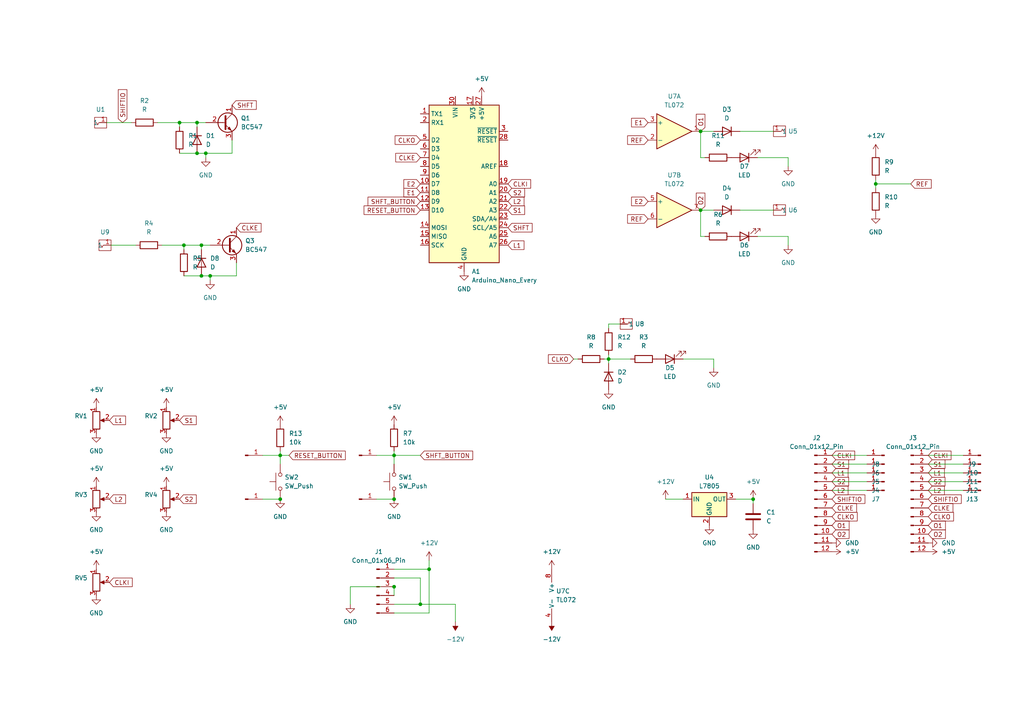
<source format=kicad_sch>
(kicad_sch (version 20230121) (generator eeschema)

  (uuid 9cc2e01f-5694-4849-bf93-19792a9718f5)

  (paper "A4")

  (lib_symbols
    (symbol "Amplifier_Operational:TL072" (pin_names (offset 0.127)) (in_bom yes) (on_board yes)
      (property "Reference" "U" (at 0 5.08 0)
        (effects (font (size 1.27 1.27)) (justify left))
      )
      (property "Value" "TL072" (at 0 -5.08 0)
        (effects (font (size 1.27 1.27)) (justify left))
      )
      (property "Footprint" "" (at 0 0 0)
        (effects (font (size 1.27 1.27)) hide)
      )
      (property "Datasheet" "http://www.ti.com/lit/ds/symlink/tl071.pdf" (at 0 0 0)
        (effects (font (size 1.27 1.27)) hide)
      )
      (property "ki_locked" "" (at 0 0 0)
        (effects (font (size 1.27 1.27)))
      )
      (property "ki_keywords" "dual opamp" (at 0 0 0)
        (effects (font (size 1.27 1.27)) hide)
      )
      (property "ki_description" "Dual Low-Noise JFET-Input Operational Amplifiers, DIP-8/SOIC-8" (at 0 0 0)
        (effects (font (size 1.27 1.27)) hide)
      )
      (property "ki_fp_filters" "SOIC*3.9x4.9mm*P1.27mm* DIP*W7.62mm* TO*99* OnSemi*Micro8* TSSOP*3x3mm*P0.65mm* TSSOP*4.4x3mm*P0.65mm* MSOP*3x3mm*P0.65mm* SSOP*3.9x4.9mm*P0.635mm* LFCSP*2x2mm*P0.5mm* *SIP* SOIC*5.3x6.2mm*P1.27mm*" (at 0 0 0)
        (effects (font (size 1.27 1.27)) hide)
      )
      (symbol "TL072_1_1"
        (polyline
          (pts
            (xy -5.08 5.08)
            (xy 5.08 0)
            (xy -5.08 -5.08)
            (xy -5.08 5.08)
          )
          (stroke (width 0.254) (type default))
          (fill (type background))
        )
        (pin output line (at 7.62 0 180) (length 2.54)
          (name "~" (effects (font (size 1.27 1.27))))
          (number "1" (effects (font (size 1.27 1.27))))
        )
        (pin input line (at -7.62 -2.54 0) (length 2.54)
          (name "-" (effects (font (size 1.27 1.27))))
          (number "2" (effects (font (size 1.27 1.27))))
        )
        (pin input line (at -7.62 2.54 0) (length 2.54)
          (name "+" (effects (font (size 1.27 1.27))))
          (number "3" (effects (font (size 1.27 1.27))))
        )
      )
      (symbol "TL072_2_1"
        (polyline
          (pts
            (xy -5.08 5.08)
            (xy 5.08 0)
            (xy -5.08 -5.08)
            (xy -5.08 5.08)
          )
          (stroke (width 0.254) (type default))
          (fill (type background))
        )
        (pin input line (at -7.62 2.54 0) (length 2.54)
          (name "+" (effects (font (size 1.27 1.27))))
          (number "5" (effects (font (size 1.27 1.27))))
        )
        (pin input line (at -7.62 -2.54 0) (length 2.54)
          (name "-" (effects (font (size 1.27 1.27))))
          (number "6" (effects (font (size 1.27 1.27))))
        )
        (pin output line (at 7.62 0 180) (length 2.54)
          (name "~" (effects (font (size 1.27 1.27))))
          (number "7" (effects (font (size 1.27 1.27))))
        )
      )
      (symbol "TL072_3_1"
        (pin power_in line (at -2.54 -7.62 90) (length 3.81)
          (name "V-" (effects (font (size 1.27 1.27))))
          (number "4" (effects (font (size 1.27 1.27))))
        )
        (pin power_in line (at -2.54 7.62 270) (length 3.81)
          (name "V+" (effects (font (size 1.27 1.27))))
          (number "8" (effects (font (size 1.27 1.27))))
        )
      )
    )
    (symbol "Connector:Conn_01x01_Pin" (pin_names (offset 1.016) hide) (in_bom yes) (on_board yes)
      (property "Reference" "J" (at 0 2.54 0)
        (effects (font (size 1.27 1.27)))
      )
      (property "Value" "Conn_01x01_Pin" (at 0 -2.54 0)
        (effects (font (size 1.27 1.27)))
      )
      (property "Footprint" "" (at 0 0 0)
        (effects (font (size 1.27 1.27)) hide)
      )
      (property "Datasheet" "~" (at 0 0 0)
        (effects (font (size 1.27 1.27)) hide)
      )
      (property "ki_locked" "" (at 0 0 0)
        (effects (font (size 1.27 1.27)))
      )
      (property "ki_keywords" "connector" (at 0 0 0)
        (effects (font (size 1.27 1.27)) hide)
      )
      (property "ki_description" "Generic connector, single row, 01x01, script generated" (at 0 0 0)
        (effects (font (size 1.27 1.27)) hide)
      )
      (property "ki_fp_filters" "Connector*:*_1x??_*" (at 0 0 0)
        (effects (font (size 1.27 1.27)) hide)
      )
      (symbol "Conn_01x01_Pin_1_1"
        (polyline
          (pts
            (xy 1.27 0)
            (xy 0.8636 0)
          )
          (stroke (width 0.1524) (type default))
          (fill (type none))
        )
        (rectangle (start 0.8636 0.127) (end 0 -0.127)
          (stroke (width 0.1524) (type default))
          (fill (type outline))
        )
        (pin passive line (at 5.08 0 180) (length 3.81)
          (name "Pin_1" (effects (font (size 1.27 1.27))))
          (number "1" (effects (font (size 1.27 1.27))))
        )
      )
    )
    (symbol "Connector:Conn_01x06_Pin" (pin_names (offset 1.016) hide) (in_bom yes) (on_board yes)
      (property "Reference" "J" (at 0 7.62 0)
        (effects (font (size 1.27 1.27)))
      )
      (property "Value" "Conn_01x06_Pin" (at 0 -10.16 0)
        (effects (font (size 1.27 1.27)))
      )
      (property "Footprint" "" (at 0 0 0)
        (effects (font (size 1.27 1.27)) hide)
      )
      (property "Datasheet" "~" (at 0 0 0)
        (effects (font (size 1.27 1.27)) hide)
      )
      (property "ki_locked" "" (at 0 0 0)
        (effects (font (size 1.27 1.27)))
      )
      (property "ki_keywords" "connector" (at 0 0 0)
        (effects (font (size 1.27 1.27)) hide)
      )
      (property "ki_description" "Generic connector, single row, 01x06, script generated" (at 0 0 0)
        (effects (font (size 1.27 1.27)) hide)
      )
      (property "ki_fp_filters" "Connector*:*_1x??_*" (at 0 0 0)
        (effects (font (size 1.27 1.27)) hide)
      )
      (symbol "Conn_01x06_Pin_1_1"
        (polyline
          (pts
            (xy 1.27 -7.62)
            (xy 0.8636 -7.62)
          )
          (stroke (width 0.1524) (type default))
          (fill (type none))
        )
        (polyline
          (pts
            (xy 1.27 -5.08)
            (xy 0.8636 -5.08)
          )
          (stroke (width 0.1524) (type default))
          (fill (type none))
        )
        (polyline
          (pts
            (xy 1.27 -2.54)
            (xy 0.8636 -2.54)
          )
          (stroke (width 0.1524) (type default))
          (fill (type none))
        )
        (polyline
          (pts
            (xy 1.27 0)
            (xy 0.8636 0)
          )
          (stroke (width 0.1524) (type default))
          (fill (type none))
        )
        (polyline
          (pts
            (xy 1.27 2.54)
            (xy 0.8636 2.54)
          )
          (stroke (width 0.1524) (type default))
          (fill (type none))
        )
        (polyline
          (pts
            (xy 1.27 5.08)
            (xy 0.8636 5.08)
          )
          (stroke (width 0.1524) (type default))
          (fill (type none))
        )
        (rectangle (start 0.8636 -7.493) (end 0 -7.747)
          (stroke (width 0.1524) (type default))
          (fill (type outline))
        )
        (rectangle (start 0.8636 -4.953) (end 0 -5.207)
          (stroke (width 0.1524) (type default))
          (fill (type outline))
        )
        (rectangle (start 0.8636 -2.413) (end 0 -2.667)
          (stroke (width 0.1524) (type default))
          (fill (type outline))
        )
        (rectangle (start 0.8636 0.127) (end 0 -0.127)
          (stroke (width 0.1524) (type default))
          (fill (type outline))
        )
        (rectangle (start 0.8636 2.667) (end 0 2.413)
          (stroke (width 0.1524) (type default))
          (fill (type outline))
        )
        (rectangle (start 0.8636 5.207) (end 0 4.953)
          (stroke (width 0.1524) (type default))
          (fill (type outline))
        )
        (pin passive line (at 5.08 5.08 180) (length 3.81)
          (name "Pin_1" (effects (font (size 1.27 1.27))))
          (number "1" (effects (font (size 1.27 1.27))))
        )
        (pin passive line (at 5.08 2.54 180) (length 3.81)
          (name "Pin_2" (effects (font (size 1.27 1.27))))
          (number "2" (effects (font (size 1.27 1.27))))
        )
        (pin passive line (at 5.08 0 180) (length 3.81)
          (name "Pin_3" (effects (font (size 1.27 1.27))))
          (number "3" (effects (font (size 1.27 1.27))))
        )
        (pin passive line (at 5.08 -2.54 180) (length 3.81)
          (name "Pin_4" (effects (font (size 1.27 1.27))))
          (number "4" (effects (font (size 1.27 1.27))))
        )
        (pin passive line (at 5.08 -5.08 180) (length 3.81)
          (name "Pin_5" (effects (font (size 1.27 1.27))))
          (number "5" (effects (font (size 1.27 1.27))))
        )
        (pin passive line (at 5.08 -7.62 180) (length 3.81)
          (name "Pin_6" (effects (font (size 1.27 1.27))))
          (number "6" (effects (font (size 1.27 1.27))))
        )
      )
    )
    (symbol "Connector:Conn_01x12_Pin" (pin_names (offset 1.016) hide) (in_bom yes) (on_board yes)
      (property "Reference" "J" (at 0 15.24 0)
        (effects (font (size 1.27 1.27)))
      )
      (property "Value" "Conn_01x12_Pin" (at 0 -17.78 0)
        (effects (font (size 1.27 1.27)))
      )
      (property "Footprint" "" (at 0 0 0)
        (effects (font (size 1.27 1.27)) hide)
      )
      (property "Datasheet" "~" (at 0 0 0)
        (effects (font (size 1.27 1.27)) hide)
      )
      (property "ki_locked" "" (at 0 0 0)
        (effects (font (size 1.27 1.27)))
      )
      (property "ki_keywords" "connector" (at 0 0 0)
        (effects (font (size 1.27 1.27)) hide)
      )
      (property "ki_description" "Generic connector, single row, 01x12, script generated" (at 0 0 0)
        (effects (font (size 1.27 1.27)) hide)
      )
      (property "ki_fp_filters" "Connector*:*_1x??_*" (at 0 0 0)
        (effects (font (size 1.27 1.27)) hide)
      )
      (symbol "Conn_01x12_Pin_1_1"
        (polyline
          (pts
            (xy 1.27 -15.24)
            (xy 0.8636 -15.24)
          )
          (stroke (width 0.1524) (type default))
          (fill (type none))
        )
        (polyline
          (pts
            (xy 1.27 -12.7)
            (xy 0.8636 -12.7)
          )
          (stroke (width 0.1524) (type default))
          (fill (type none))
        )
        (polyline
          (pts
            (xy 1.27 -10.16)
            (xy 0.8636 -10.16)
          )
          (stroke (width 0.1524) (type default))
          (fill (type none))
        )
        (polyline
          (pts
            (xy 1.27 -7.62)
            (xy 0.8636 -7.62)
          )
          (stroke (width 0.1524) (type default))
          (fill (type none))
        )
        (polyline
          (pts
            (xy 1.27 -5.08)
            (xy 0.8636 -5.08)
          )
          (stroke (width 0.1524) (type default))
          (fill (type none))
        )
        (polyline
          (pts
            (xy 1.27 -2.54)
            (xy 0.8636 -2.54)
          )
          (stroke (width 0.1524) (type default))
          (fill (type none))
        )
        (polyline
          (pts
            (xy 1.27 0)
            (xy 0.8636 0)
          )
          (stroke (width 0.1524) (type default))
          (fill (type none))
        )
        (polyline
          (pts
            (xy 1.27 2.54)
            (xy 0.8636 2.54)
          )
          (stroke (width 0.1524) (type default))
          (fill (type none))
        )
        (polyline
          (pts
            (xy 1.27 5.08)
            (xy 0.8636 5.08)
          )
          (stroke (width 0.1524) (type default))
          (fill (type none))
        )
        (polyline
          (pts
            (xy 1.27 7.62)
            (xy 0.8636 7.62)
          )
          (stroke (width 0.1524) (type default))
          (fill (type none))
        )
        (polyline
          (pts
            (xy 1.27 10.16)
            (xy 0.8636 10.16)
          )
          (stroke (width 0.1524) (type default))
          (fill (type none))
        )
        (polyline
          (pts
            (xy 1.27 12.7)
            (xy 0.8636 12.7)
          )
          (stroke (width 0.1524) (type default))
          (fill (type none))
        )
        (rectangle (start 0.8636 -15.113) (end 0 -15.367)
          (stroke (width 0.1524) (type default))
          (fill (type outline))
        )
        (rectangle (start 0.8636 -12.573) (end 0 -12.827)
          (stroke (width 0.1524) (type default))
          (fill (type outline))
        )
        (rectangle (start 0.8636 -10.033) (end 0 -10.287)
          (stroke (width 0.1524) (type default))
          (fill (type outline))
        )
        (rectangle (start 0.8636 -7.493) (end 0 -7.747)
          (stroke (width 0.1524) (type default))
          (fill (type outline))
        )
        (rectangle (start 0.8636 -4.953) (end 0 -5.207)
          (stroke (width 0.1524) (type default))
          (fill (type outline))
        )
        (rectangle (start 0.8636 -2.413) (end 0 -2.667)
          (stroke (width 0.1524) (type default))
          (fill (type outline))
        )
        (rectangle (start 0.8636 0.127) (end 0 -0.127)
          (stroke (width 0.1524) (type default))
          (fill (type outline))
        )
        (rectangle (start 0.8636 2.667) (end 0 2.413)
          (stroke (width 0.1524) (type default))
          (fill (type outline))
        )
        (rectangle (start 0.8636 5.207) (end 0 4.953)
          (stroke (width 0.1524) (type default))
          (fill (type outline))
        )
        (rectangle (start 0.8636 7.747) (end 0 7.493)
          (stroke (width 0.1524) (type default))
          (fill (type outline))
        )
        (rectangle (start 0.8636 10.287) (end 0 10.033)
          (stroke (width 0.1524) (type default))
          (fill (type outline))
        )
        (rectangle (start 0.8636 12.827) (end 0 12.573)
          (stroke (width 0.1524) (type default))
          (fill (type outline))
        )
        (pin passive line (at 5.08 12.7 180) (length 3.81)
          (name "Pin_1" (effects (font (size 1.27 1.27))))
          (number "1" (effects (font (size 1.27 1.27))))
        )
        (pin passive line (at 5.08 -10.16 180) (length 3.81)
          (name "Pin_10" (effects (font (size 1.27 1.27))))
          (number "10" (effects (font (size 1.27 1.27))))
        )
        (pin passive line (at 5.08 -12.7 180) (length 3.81)
          (name "Pin_11" (effects (font (size 1.27 1.27))))
          (number "11" (effects (font (size 1.27 1.27))))
        )
        (pin passive line (at 5.08 -15.24 180) (length 3.81)
          (name "Pin_12" (effects (font (size 1.27 1.27))))
          (number "12" (effects (font (size 1.27 1.27))))
        )
        (pin passive line (at 5.08 10.16 180) (length 3.81)
          (name "Pin_2" (effects (font (size 1.27 1.27))))
          (number "2" (effects (font (size 1.27 1.27))))
        )
        (pin passive line (at 5.08 7.62 180) (length 3.81)
          (name "Pin_3" (effects (font (size 1.27 1.27))))
          (number "3" (effects (font (size 1.27 1.27))))
        )
        (pin passive line (at 5.08 5.08 180) (length 3.81)
          (name "Pin_4" (effects (font (size 1.27 1.27))))
          (number "4" (effects (font (size 1.27 1.27))))
        )
        (pin passive line (at 5.08 2.54 180) (length 3.81)
          (name "Pin_5" (effects (font (size 1.27 1.27))))
          (number "5" (effects (font (size 1.27 1.27))))
        )
        (pin passive line (at 5.08 0 180) (length 3.81)
          (name "Pin_6" (effects (font (size 1.27 1.27))))
          (number "6" (effects (font (size 1.27 1.27))))
        )
        (pin passive line (at 5.08 -2.54 180) (length 3.81)
          (name "Pin_7" (effects (font (size 1.27 1.27))))
          (number "7" (effects (font (size 1.27 1.27))))
        )
        (pin passive line (at 5.08 -5.08 180) (length 3.81)
          (name "Pin_8" (effects (font (size 1.27 1.27))))
          (number "8" (effects (font (size 1.27 1.27))))
        )
        (pin passive line (at 5.08 -7.62 180) (length 3.81)
          (name "Pin_9" (effects (font (size 1.27 1.27))))
          (number "9" (effects (font (size 1.27 1.27))))
        )
      )
    )
    (symbol "Device:C" (pin_numbers hide) (pin_names (offset 0.254)) (in_bom yes) (on_board yes)
      (property "Reference" "C" (at 0.635 2.54 0)
        (effects (font (size 1.27 1.27)) (justify left))
      )
      (property "Value" "C" (at 0.635 -2.54 0)
        (effects (font (size 1.27 1.27)) (justify left))
      )
      (property "Footprint" "" (at 0.9652 -3.81 0)
        (effects (font (size 1.27 1.27)) hide)
      )
      (property "Datasheet" "~" (at 0 0 0)
        (effects (font (size 1.27 1.27)) hide)
      )
      (property "ki_keywords" "cap capacitor" (at 0 0 0)
        (effects (font (size 1.27 1.27)) hide)
      )
      (property "ki_description" "Unpolarized capacitor" (at 0 0 0)
        (effects (font (size 1.27 1.27)) hide)
      )
      (property "ki_fp_filters" "C_*" (at 0 0 0)
        (effects (font (size 1.27 1.27)) hide)
      )
      (symbol "C_0_1"
        (polyline
          (pts
            (xy -2.032 -0.762)
            (xy 2.032 -0.762)
          )
          (stroke (width 0.508) (type default))
          (fill (type none))
        )
        (polyline
          (pts
            (xy -2.032 0.762)
            (xy 2.032 0.762)
          )
          (stroke (width 0.508) (type default))
          (fill (type none))
        )
      )
      (symbol "C_1_1"
        (pin passive line (at 0 3.81 270) (length 2.794)
          (name "~" (effects (font (size 1.27 1.27))))
          (number "1" (effects (font (size 1.27 1.27))))
        )
        (pin passive line (at 0 -3.81 90) (length 2.794)
          (name "~" (effects (font (size 1.27 1.27))))
          (number "2" (effects (font (size 1.27 1.27))))
        )
      )
    )
    (symbol "Device:D" (pin_numbers hide) (pin_names (offset 1.016) hide) (in_bom yes) (on_board yes)
      (property "Reference" "D" (at 0 2.54 0)
        (effects (font (size 1.27 1.27)))
      )
      (property "Value" "D" (at 0 -2.54 0)
        (effects (font (size 1.27 1.27)))
      )
      (property "Footprint" "" (at 0 0 0)
        (effects (font (size 1.27 1.27)) hide)
      )
      (property "Datasheet" "~" (at 0 0 0)
        (effects (font (size 1.27 1.27)) hide)
      )
      (property "Sim.Device" "D" (at 0 0 0)
        (effects (font (size 1.27 1.27)) hide)
      )
      (property "Sim.Pins" "1=K 2=A" (at 0 0 0)
        (effects (font (size 1.27 1.27)) hide)
      )
      (property "ki_keywords" "diode" (at 0 0 0)
        (effects (font (size 1.27 1.27)) hide)
      )
      (property "ki_description" "Diode" (at 0 0 0)
        (effects (font (size 1.27 1.27)) hide)
      )
      (property "ki_fp_filters" "TO-???* *_Diode_* *SingleDiode* D_*" (at 0 0 0)
        (effects (font (size 1.27 1.27)) hide)
      )
      (symbol "D_0_1"
        (polyline
          (pts
            (xy -1.27 1.27)
            (xy -1.27 -1.27)
          )
          (stroke (width 0.254) (type default))
          (fill (type none))
        )
        (polyline
          (pts
            (xy 1.27 0)
            (xy -1.27 0)
          )
          (stroke (width 0) (type default))
          (fill (type none))
        )
        (polyline
          (pts
            (xy 1.27 1.27)
            (xy 1.27 -1.27)
            (xy -1.27 0)
            (xy 1.27 1.27)
          )
          (stroke (width 0.254) (type default))
          (fill (type none))
        )
      )
      (symbol "D_1_1"
        (pin passive line (at -3.81 0 0) (length 2.54)
          (name "K" (effects (font (size 1.27 1.27))))
          (number "1" (effects (font (size 1.27 1.27))))
        )
        (pin passive line (at 3.81 0 180) (length 2.54)
          (name "A" (effects (font (size 1.27 1.27))))
          (number "2" (effects (font (size 1.27 1.27))))
        )
      )
    )
    (symbol "Device:LED" (pin_numbers hide) (pin_names (offset 1.016) hide) (in_bom yes) (on_board yes)
      (property "Reference" "D" (at 0 2.54 0)
        (effects (font (size 1.27 1.27)))
      )
      (property "Value" "LED" (at 0 -2.54 0)
        (effects (font (size 1.27 1.27)))
      )
      (property "Footprint" "" (at 0 0 0)
        (effects (font (size 1.27 1.27)) hide)
      )
      (property "Datasheet" "~" (at 0 0 0)
        (effects (font (size 1.27 1.27)) hide)
      )
      (property "ki_keywords" "LED diode" (at 0 0 0)
        (effects (font (size 1.27 1.27)) hide)
      )
      (property "ki_description" "Light emitting diode" (at 0 0 0)
        (effects (font (size 1.27 1.27)) hide)
      )
      (property "ki_fp_filters" "LED* LED_SMD:* LED_THT:*" (at 0 0 0)
        (effects (font (size 1.27 1.27)) hide)
      )
      (symbol "LED_0_1"
        (polyline
          (pts
            (xy -1.27 -1.27)
            (xy -1.27 1.27)
          )
          (stroke (width 0.254) (type default))
          (fill (type none))
        )
        (polyline
          (pts
            (xy -1.27 0)
            (xy 1.27 0)
          )
          (stroke (width 0) (type default))
          (fill (type none))
        )
        (polyline
          (pts
            (xy 1.27 -1.27)
            (xy 1.27 1.27)
            (xy -1.27 0)
            (xy 1.27 -1.27)
          )
          (stroke (width 0.254) (type default))
          (fill (type none))
        )
        (polyline
          (pts
            (xy -3.048 -0.762)
            (xy -4.572 -2.286)
            (xy -3.81 -2.286)
            (xy -4.572 -2.286)
            (xy -4.572 -1.524)
          )
          (stroke (width 0) (type default))
          (fill (type none))
        )
        (polyline
          (pts
            (xy -1.778 -0.762)
            (xy -3.302 -2.286)
            (xy -2.54 -2.286)
            (xy -3.302 -2.286)
            (xy -3.302 -1.524)
          )
          (stroke (width 0) (type default))
          (fill (type none))
        )
      )
      (symbol "LED_1_1"
        (pin passive line (at -3.81 0 0) (length 2.54)
          (name "K" (effects (font (size 1.27 1.27))))
          (number "1" (effects (font (size 1.27 1.27))))
        )
        (pin passive line (at 3.81 0 180) (length 2.54)
          (name "A" (effects (font (size 1.27 1.27))))
          (number "2" (effects (font (size 1.27 1.27))))
        )
      )
    )
    (symbol "Device:R" (pin_numbers hide) (pin_names (offset 0)) (in_bom yes) (on_board yes)
      (property "Reference" "R" (at 2.032 0 90)
        (effects (font (size 1.27 1.27)))
      )
      (property "Value" "R" (at 0 0 90)
        (effects (font (size 1.27 1.27)))
      )
      (property "Footprint" "" (at -1.778 0 90)
        (effects (font (size 1.27 1.27)) hide)
      )
      (property "Datasheet" "~" (at 0 0 0)
        (effects (font (size 1.27 1.27)) hide)
      )
      (property "ki_keywords" "R res resistor" (at 0 0 0)
        (effects (font (size 1.27 1.27)) hide)
      )
      (property "ki_description" "Resistor" (at 0 0 0)
        (effects (font (size 1.27 1.27)) hide)
      )
      (property "ki_fp_filters" "R_*" (at 0 0 0)
        (effects (font (size 1.27 1.27)) hide)
      )
      (symbol "R_0_1"
        (rectangle (start -1.016 -2.54) (end 1.016 2.54)
          (stroke (width 0.254) (type default))
          (fill (type none))
        )
      )
      (symbol "R_1_1"
        (pin passive line (at 0 3.81 270) (length 1.27)
          (name "~" (effects (font (size 1.27 1.27))))
          (number "1" (effects (font (size 1.27 1.27))))
        )
        (pin passive line (at 0 -3.81 90) (length 1.27)
          (name "~" (effects (font (size 1.27 1.27))))
          (number "2" (effects (font (size 1.27 1.27))))
        )
      )
    )
    (symbol "Device:R_Potentiometer" (pin_names (offset 1.016) hide) (in_bom yes) (on_board yes)
      (property "Reference" "RV" (at -4.445 0 90)
        (effects (font (size 1.27 1.27)))
      )
      (property "Value" "R_Potentiometer" (at -2.54 0 90)
        (effects (font (size 1.27 1.27)))
      )
      (property "Footprint" "" (at 0 0 0)
        (effects (font (size 1.27 1.27)) hide)
      )
      (property "Datasheet" "~" (at 0 0 0)
        (effects (font (size 1.27 1.27)) hide)
      )
      (property "ki_keywords" "resistor variable" (at 0 0 0)
        (effects (font (size 1.27 1.27)) hide)
      )
      (property "ki_description" "Potentiometer" (at 0 0 0)
        (effects (font (size 1.27 1.27)) hide)
      )
      (property "ki_fp_filters" "Potentiometer*" (at 0 0 0)
        (effects (font (size 1.27 1.27)) hide)
      )
      (symbol "R_Potentiometer_0_1"
        (polyline
          (pts
            (xy 2.54 0)
            (xy 1.524 0)
          )
          (stroke (width 0) (type default))
          (fill (type none))
        )
        (polyline
          (pts
            (xy 1.143 0)
            (xy 2.286 0.508)
            (xy 2.286 -0.508)
            (xy 1.143 0)
          )
          (stroke (width 0) (type default))
          (fill (type outline))
        )
        (rectangle (start 1.016 2.54) (end -1.016 -2.54)
          (stroke (width 0.254) (type default))
          (fill (type none))
        )
      )
      (symbol "R_Potentiometer_1_1"
        (pin passive line (at 0 3.81 270) (length 1.27)
          (name "1" (effects (font (size 1.27 1.27))))
          (number "1" (effects (font (size 1.27 1.27))))
        )
        (pin passive line (at 3.81 0 180) (length 1.27)
          (name "2" (effects (font (size 1.27 1.27))))
          (number "2" (effects (font (size 1.27 1.27))))
        )
        (pin passive line (at 0 -3.81 90) (length 1.27)
          (name "3" (effects (font (size 1.27 1.27))))
          (number "3" (effects (font (size 1.27 1.27))))
        )
      )
    )
    (symbol "HEJ:Aux_flush" (in_bom yes) (on_board yes)
      (property "Reference" "U" (at -0.0508 5.3848 0)
        (effects (font (size 1.27 1.27)))
      )
      (property "Value" "Aux_flush" (at 0 3.5052 0)
        (effects (font (size 1.27 1.27)) hide)
      )
      (property "Footprint" "" (at 0 0 0)
        (effects (font (size 1.27 1.27)) hide)
      )
      (property "Datasheet" "" (at 0 0 0)
        (effects (font (size 1.27 1.27)) hide)
      )
      (symbol "Aux_flush_0_1"
        (rectangle (start -1.778 1.524) (end 1.7272 -1.5748)
          (stroke (width 0) (type default))
          (fill (type none))
        )
        (polyline
          (pts
            (xy -1.2192 0.0508)
            (xy -0.8636 -0.6604)
            (xy -0.5588 0)
            (xy 1.6764 0)
          )
          (stroke (width 0) (type default))
          (fill (type none))
        )
      )
      (symbol "Aux_flush_1_1"
        (pin bidirectional line (at 1.7272 0 180) (length 2)
          (name "1" (effects (font (size 1.27 1.27))))
          (number "1" (effects (font (size 1.27 1.27))))
        )
      )
    )
    (symbol "MCU_Module:Arduino_Nano_Every" (in_bom yes) (on_board yes)
      (property "Reference" "A" (at -10.16 23.495 0)
        (effects (font (size 1.27 1.27)) (justify left bottom))
      )
      (property "Value" "Arduino_Nano_Every" (at 5.08 -24.13 0)
        (effects (font (size 1.27 1.27)) (justify left top))
      )
      (property "Footprint" "Module:Arduino_Nano" (at 0 0 0)
        (effects (font (size 1.27 1.27) italic) hide)
      )
      (property "Datasheet" "https://content.arduino.cc/assets/NANOEveryV3.0_sch.pdf" (at 0 0 0)
        (effects (font (size 1.27 1.27)) hide)
      )
      (property "ki_keywords" "Arduino nano microcontroller module USB UPDI AATMega4809 AVR" (at 0 0 0)
        (effects (font (size 1.27 1.27)) hide)
      )
      (property "ki_description" "Arduino Nano Every" (at 0 0 0)
        (effects (font (size 1.27 1.27)) hide)
      )
      (property "ki_fp_filters" "Arduino*Nano*" (at 0 0 0)
        (effects (font (size 1.27 1.27)) hide)
      )
      (symbol "Arduino_Nano_Every_0_1"
        (rectangle (start -10.16 22.86) (end 10.16 -22.86)
          (stroke (width 0.254) (type default))
          (fill (type background))
        )
      )
      (symbol "Arduino_Nano_Every_1_1"
        (pin bidirectional line (at -12.7 20.32 0) (length 2.54)
          (name "TX1" (effects (font (size 1.27 1.27))))
          (number "1" (effects (font (size 1.27 1.27))))
        )
        (pin bidirectional line (at -12.7 0 0) (length 2.54)
          (name "D7" (effects (font (size 1.27 1.27))))
          (number "10" (effects (font (size 1.27 1.27))))
        )
        (pin bidirectional line (at -12.7 -2.54 0) (length 2.54)
          (name "D8" (effects (font (size 1.27 1.27))))
          (number "11" (effects (font (size 1.27 1.27))))
        )
        (pin bidirectional line (at -12.7 -5.08 0) (length 2.54)
          (name "D9" (effects (font (size 1.27 1.27))))
          (number "12" (effects (font (size 1.27 1.27))))
        )
        (pin bidirectional line (at -12.7 -7.62 0) (length 2.54)
          (name "D10" (effects (font (size 1.27 1.27))))
          (number "13" (effects (font (size 1.27 1.27))))
        )
        (pin bidirectional line (at -12.7 -12.7 0) (length 2.54)
          (name "MOSI" (effects (font (size 1.27 1.27))))
          (number "14" (effects (font (size 1.27 1.27))))
        )
        (pin bidirectional line (at -12.7 -15.24 0) (length 2.54)
          (name "MISO" (effects (font (size 1.27 1.27))))
          (number "15" (effects (font (size 1.27 1.27))))
        )
        (pin bidirectional line (at -12.7 -17.78 0) (length 2.54)
          (name "SCK" (effects (font (size 1.27 1.27))))
          (number "16" (effects (font (size 1.27 1.27))))
        )
        (pin power_out line (at 2.54 25.4 270) (length 2.54)
          (name "3V3" (effects (font (size 1.27 1.27))))
          (number "17" (effects (font (size 1.27 1.27))))
        )
        (pin input line (at 12.7 5.08 180) (length 2.54)
          (name "AREF" (effects (font (size 1.27 1.27))))
          (number "18" (effects (font (size 1.27 1.27))))
        )
        (pin bidirectional line (at 12.7 0 180) (length 2.54)
          (name "A0" (effects (font (size 1.27 1.27))))
          (number "19" (effects (font (size 1.27 1.27))))
        )
        (pin bidirectional line (at -12.7 17.78 0) (length 2.54)
          (name "RX1" (effects (font (size 1.27 1.27))))
          (number "2" (effects (font (size 1.27 1.27))))
        )
        (pin bidirectional line (at 12.7 -2.54 180) (length 2.54)
          (name "A1" (effects (font (size 1.27 1.27))))
          (number "20" (effects (font (size 1.27 1.27))))
        )
        (pin bidirectional line (at 12.7 -5.08 180) (length 2.54)
          (name "A2" (effects (font (size 1.27 1.27))))
          (number "21" (effects (font (size 1.27 1.27))))
        )
        (pin bidirectional line (at 12.7 -7.62 180) (length 2.54)
          (name "A3" (effects (font (size 1.27 1.27))))
          (number "22" (effects (font (size 1.27 1.27))))
        )
        (pin bidirectional line (at 12.7 -10.16 180) (length 2.54)
          (name "SDA/A4" (effects (font (size 1.27 1.27))))
          (number "23" (effects (font (size 1.27 1.27))))
        )
        (pin bidirectional line (at 12.7 -12.7 180) (length 2.54)
          (name "SCL/A5" (effects (font (size 1.27 1.27))))
          (number "24" (effects (font (size 1.27 1.27))))
        )
        (pin bidirectional line (at 12.7 -15.24 180) (length 2.54)
          (name "A6" (effects (font (size 1.27 1.27))))
          (number "25" (effects (font (size 1.27 1.27))))
        )
        (pin bidirectional line (at 12.7 -17.78 180) (length 2.54)
          (name "A7" (effects (font (size 1.27 1.27))))
          (number "26" (effects (font (size 1.27 1.27))))
        )
        (pin power_out line (at 5.08 25.4 270) (length 2.54)
          (name "+5V" (effects (font (size 1.27 1.27))))
          (number "27" (effects (font (size 1.27 1.27))))
        )
        (pin input line (at 12.7 12.7 180) (length 2.54)
          (name "~{RESET}" (effects (font (size 1.27 1.27))))
          (number "28" (effects (font (size 1.27 1.27))))
        )
        (pin passive line (at 0 -25.4 90) (length 2.54) hide
          (name "GND" (effects (font (size 1.27 1.27))))
          (number "29" (effects (font (size 1.27 1.27))))
        )
        (pin input line (at 12.7 15.24 180) (length 2.54)
          (name "~{RESET}" (effects (font (size 1.27 1.27))))
          (number "3" (effects (font (size 1.27 1.27))))
        )
        (pin power_in line (at -2.54 25.4 270) (length 2.54)
          (name "VIN" (effects (font (size 1.27 1.27))))
          (number "30" (effects (font (size 1.27 1.27))))
        )
        (pin power_in line (at 0 -25.4 90) (length 2.54)
          (name "GND" (effects (font (size 1.27 1.27))))
          (number "4" (effects (font (size 1.27 1.27))))
        )
        (pin bidirectional line (at -12.7 12.7 0) (length 2.54)
          (name "D2" (effects (font (size 1.27 1.27))))
          (number "5" (effects (font (size 1.27 1.27))))
        )
        (pin bidirectional line (at -12.7 10.16 0) (length 2.54)
          (name "D3" (effects (font (size 1.27 1.27))))
          (number "6" (effects (font (size 1.27 1.27))))
        )
        (pin bidirectional line (at -12.7 7.62 0) (length 2.54)
          (name "D4" (effects (font (size 1.27 1.27))))
          (number "7" (effects (font (size 1.27 1.27))))
        )
        (pin bidirectional line (at -12.7 5.08 0) (length 2.54)
          (name "D5" (effects (font (size 1.27 1.27))))
          (number "8" (effects (font (size 1.27 1.27))))
        )
        (pin bidirectional line (at -12.7 2.54 0) (length 2.54)
          (name "D6" (effects (font (size 1.27 1.27))))
          (number "9" (effects (font (size 1.27 1.27))))
        )
      )
    )
    (symbol "Regulator_Linear:L7805" (pin_names (offset 0.254)) (in_bom yes) (on_board yes)
      (property "Reference" "U" (at -3.81 3.175 0)
        (effects (font (size 1.27 1.27)))
      )
      (property "Value" "L7805" (at 0 3.175 0)
        (effects (font (size 1.27 1.27)) (justify left))
      )
      (property "Footprint" "" (at 0.635 -3.81 0)
        (effects (font (size 1.27 1.27) italic) (justify left) hide)
      )
      (property "Datasheet" "http://www.st.com/content/ccc/resource/technical/document/datasheet/41/4f/b3/b0/12/d4/47/88/CD00000444.pdf/files/CD00000444.pdf/jcr:content/translations/en.CD00000444.pdf" (at 0 -1.27 0)
        (effects (font (size 1.27 1.27)) hide)
      )
      (property "ki_keywords" "Voltage Regulator 1.5A Positive" (at 0 0 0)
        (effects (font (size 1.27 1.27)) hide)
      )
      (property "ki_description" "Positive 1.5A 35V Linear Regulator, Fixed Output 5V, TO-220/TO-263/TO-252" (at 0 0 0)
        (effects (font (size 1.27 1.27)) hide)
      )
      (property "ki_fp_filters" "TO?252* TO?263* TO?220*" (at 0 0 0)
        (effects (font (size 1.27 1.27)) hide)
      )
      (symbol "L7805_0_1"
        (rectangle (start -5.08 1.905) (end 5.08 -5.08)
          (stroke (width 0.254) (type default))
          (fill (type background))
        )
      )
      (symbol "L7805_1_1"
        (pin power_in line (at -7.62 0 0) (length 2.54)
          (name "IN" (effects (font (size 1.27 1.27))))
          (number "1" (effects (font (size 1.27 1.27))))
        )
        (pin power_in line (at 0 -7.62 90) (length 2.54)
          (name "GND" (effects (font (size 1.27 1.27))))
          (number "2" (effects (font (size 1.27 1.27))))
        )
        (pin power_out line (at 7.62 0 180) (length 2.54)
          (name "OUT" (effects (font (size 1.27 1.27))))
          (number "3" (effects (font (size 1.27 1.27))))
        )
      )
    )
    (symbol "Switch:SW_Push" (pin_numbers hide) (pin_names (offset 1.016) hide) (in_bom yes) (on_board yes)
      (property "Reference" "SW" (at 1.27 2.54 0)
        (effects (font (size 1.27 1.27)) (justify left))
      )
      (property "Value" "SW_Push" (at 0 -1.524 0)
        (effects (font (size 1.27 1.27)))
      )
      (property "Footprint" "" (at 0 5.08 0)
        (effects (font (size 1.27 1.27)) hide)
      )
      (property "Datasheet" "~" (at 0 5.08 0)
        (effects (font (size 1.27 1.27)) hide)
      )
      (property "ki_keywords" "switch normally-open pushbutton push-button" (at 0 0 0)
        (effects (font (size 1.27 1.27)) hide)
      )
      (property "ki_description" "Push button switch, generic, two pins" (at 0 0 0)
        (effects (font (size 1.27 1.27)) hide)
      )
      (symbol "SW_Push_0_1"
        (circle (center -2.032 0) (radius 0.508)
          (stroke (width 0) (type default))
          (fill (type none))
        )
        (polyline
          (pts
            (xy 0 1.27)
            (xy 0 3.048)
          )
          (stroke (width 0) (type default))
          (fill (type none))
        )
        (polyline
          (pts
            (xy 2.54 1.27)
            (xy -2.54 1.27)
          )
          (stroke (width 0) (type default))
          (fill (type none))
        )
        (circle (center 2.032 0) (radius 0.508)
          (stroke (width 0) (type default))
          (fill (type none))
        )
        (pin passive line (at -5.08 0 0) (length 2.54)
          (name "1" (effects (font (size 1.27 1.27))))
          (number "1" (effects (font (size 1.27 1.27))))
        )
        (pin passive line (at 5.08 0 180) (length 2.54)
          (name "2" (effects (font (size 1.27 1.27))))
          (number "2" (effects (font (size 1.27 1.27))))
        )
      )
    )
    (symbol "Transistor_BJT:BC547" (pin_names (offset 0) hide) (in_bom yes) (on_board yes)
      (property "Reference" "Q" (at 5.08 1.905 0)
        (effects (font (size 1.27 1.27)) (justify left))
      )
      (property "Value" "BC547" (at 5.08 0 0)
        (effects (font (size 1.27 1.27)) (justify left))
      )
      (property "Footprint" "Package_TO_SOT_THT:TO-92_Inline" (at 5.08 -1.905 0)
        (effects (font (size 1.27 1.27) italic) (justify left) hide)
      )
      (property "Datasheet" "https://www.onsemi.com/pub/Collateral/BC550-D.pdf" (at 0 0 0)
        (effects (font (size 1.27 1.27)) (justify left) hide)
      )
      (property "ki_keywords" "NPN Transistor" (at 0 0 0)
        (effects (font (size 1.27 1.27)) hide)
      )
      (property "ki_description" "0.1A Ic, 45V Vce, Small Signal NPN Transistor, TO-92" (at 0 0 0)
        (effects (font (size 1.27 1.27)) hide)
      )
      (property "ki_fp_filters" "TO?92*" (at 0 0 0)
        (effects (font (size 1.27 1.27)) hide)
      )
      (symbol "BC547_0_1"
        (polyline
          (pts
            (xy 0 0)
            (xy 0.635 0)
          )
          (stroke (width 0) (type default))
          (fill (type none))
        )
        (polyline
          (pts
            (xy 0.635 0.635)
            (xy 2.54 2.54)
          )
          (stroke (width 0) (type default))
          (fill (type none))
        )
        (polyline
          (pts
            (xy 0.635 -0.635)
            (xy 2.54 -2.54)
            (xy 2.54 -2.54)
          )
          (stroke (width 0) (type default))
          (fill (type none))
        )
        (polyline
          (pts
            (xy 0.635 1.905)
            (xy 0.635 -1.905)
            (xy 0.635 -1.905)
          )
          (stroke (width 0.508) (type default))
          (fill (type none))
        )
        (polyline
          (pts
            (xy 1.27 -1.778)
            (xy 1.778 -1.27)
            (xy 2.286 -2.286)
            (xy 1.27 -1.778)
            (xy 1.27 -1.778)
          )
          (stroke (width 0) (type default))
          (fill (type outline))
        )
        (circle (center 1.27 0) (radius 2.8194)
          (stroke (width 0.254) (type default))
          (fill (type none))
        )
      )
      (symbol "BC547_1_1"
        (pin passive line (at 2.54 5.08 270) (length 2.54)
          (name "C" (effects (font (size 1.27 1.27))))
          (number "1" (effects (font (size 1.27 1.27))))
        )
        (pin input line (at -5.08 0 0) (length 5.08)
          (name "B" (effects (font (size 1.27 1.27))))
          (number "2" (effects (font (size 1.27 1.27))))
        )
        (pin passive line (at 2.54 -5.08 90) (length 2.54)
          (name "E" (effects (font (size 1.27 1.27))))
          (number "3" (effects (font (size 1.27 1.27))))
        )
      )
    )
    (symbol "power:+12V" (power) (pin_names (offset 0)) (in_bom yes) (on_board yes)
      (property "Reference" "#PWR" (at 0 -3.81 0)
        (effects (font (size 1.27 1.27)) hide)
      )
      (property "Value" "+12V" (at 0 3.556 0)
        (effects (font (size 1.27 1.27)))
      )
      (property "Footprint" "" (at 0 0 0)
        (effects (font (size 1.27 1.27)) hide)
      )
      (property "Datasheet" "" (at 0 0 0)
        (effects (font (size 1.27 1.27)) hide)
      )
      (property "ki_keywords" "global power" (at 0 0 0)
        (effects (font (size 1.27 1.27)) hide)
      )
      (property "ki_description" "Power symbol creates a global label with name \"+12V\"" (at 0 0 0)
        (effects (font (size 1.27 1.27)) hide)
      )
      (symbol "+12V_0_1"
        (polyline
          (pts
            (xy -0.762 1.27)
            (xy 0 2.54)
          )
          (stroke (width 0) (type default))
          (fill (type none))
        )
        (polyline
          (pts
            (xy 0 0)
            (xy 0 2.54)
          )
          (stroke (width 0) (type default))
          (fill (type none))
        )
        (polyline
          (pts
            (xy 0 2.54)
            (xy 0.762 1.27)
          )
          (stroke (width 0) (type default))
          (fill (type none))
        )
      )
      (symbol "+12V_1_1"
        (pin power_in line (at 0 0 90) (length 0) hide
          (name "+12V" (effects (font (size 1.27 1.27))))
          (number "1" (effects (font (size 1.27 1.27))))
        )
      )
    )
    (symbol "power:+5V" (power) (pin_names (offset 0)) (in_bom yes) (on_board yes)
      (property "Reference" "#PWR" (at 0 -3.81 0)
        (effects (font (size 1.27 1.27)) hide)
      )
      (property "Value" "+5V" (at 0 3.556 0)
        (effects (font (size 1.27 1.27)))
      )
      (property "Footprint" "" (at 0 0 0)
        (effects (font (size 1.27 1.27)) hide)
      )
      (property "Datasheet" "" (at 0 0 0)
        (effects (font (size 1.27 1.27)) hide)
      )
      (property "ki_keywords" "global power" (at 0 0 0)
        (effects (font (size 1.27 1.27)) hide)
      )
      (property "ki_description" "Power symbol creates a global label with name \"+5V\"" (at 0 0 0)
        (effects (font (size 1.27 1.27)) hide)
      )
      (symbol "+5V_0_1"
        (polyline
          (pts
            (xy -0.762 1.27)
            (xy 0 2.54)
          )
          (stroke (width 0) (type default))
          (fill (type none))
        )
        (polyline
          (pts
            (xy 0 0)
            (xy 0 2.54)
          )
          (stroke (width 0) (type default))
          (fill (type none))
        )
        (polyline
          (pts
            (xy 0 2.54)
            (xy 0.762 1.27)
          )
          (stroke (width 0) (type default))
          (fill (type none))
        )
      )
      (symbol "+5V_1_1"
        (pin power_in line (at 0 0 90) (length 0) hide
          (name "+5V" (effects (font (size 1.27 1.27))))
          (number "1" (effects (font (size 1.27 1.27))))
        )
      )
    )
    (symbol "power:-12V" (power) (pin_names (offset 0)) (in_bom yes) (on_board yes)
      (property "Reference" "#PWR" (at 0 2.54 0)
        (effects (font (size 1.27 1.27)) hide)
      )
      (property "Value" "-12V" (at 0 3.81 0)
        (effects (font (size 1.27 1.27)))
      )
      (property "Footprint" "" (at 0 0 0)
        (effects (font (size 1.27 1.27)) hide)
      )
      (property "Datasheet" "" (at 0 0 0)
        (effects (font (size 1.27 1.27)) hide)
      )
      (property "ki_keywords" "global power" (at 0 0 0)
        (effects (font (size 1.27 1.27)) hide)
      )
      (property "ki_description" "Power symbol creates a global label with name \"-12V\"" (at 0 0 0)
        (effects (font (size 1.27 1.27)) hide)
      )
      (symbol "-12V_0_0"
        (pin power_in line (at 0 0 90) (length 0) hide
          (name "-12V" (effects (font (size 1.27 1.27))))
          (number "1" (effects (font (size 1.27 1.27))))
        )
      )
      (symbol "-12V_0_1"
        (polyline
          (pts
            (xy 0 0)
            (xy 0 1.27)
            (xy 0.762 1.27)
            (xy 0 2.54)
            (xy -0.762 1.27)
            (xy 0 1.27)
          )
          (stroke (width 0) (type default))
          (fill (type outline))
        )
      )
    )
    (symbol "power:GND" (power) (pin_names (offset 0)) (in_bom yes) (on_board yes)
      (property "Reference" "#PWR" (at 0 -6.35 0)
        (effects (font (size 1.27 1.27)) hide)
      )
      (property "Value" "GND" (at 0 -3.81 0)
        (effects (font (size 1.27 1.27)))
      )
      (property "Footprint" "" (at 0 0 0)
        (effects (font (size 1.27 1.27)) hide)
      )
      (property "Datasheet" "" (at 0 0 0)
        (effects (font (size 1.27 1.27)) hide)
      )
      (property "ki_keywords" "global power" (at 0 0 0)
        (effects (font (size 1.27 1.27)) hide)
      )
      (property "ki_description" "Power symbol creates a global label with name \"GND\" , ground" (at 0 0 0)
        (effects (font (size 1.27 1.27)) hide)
      )
      (symbol "GND_0_1"
        (polyline
          (pts
            (xy 0 0)
            (xy 0 -1.27)
            (xy 1.27 -1.27)
            (xy 0 -2.54)
            (xy -1.27 -1.27)
            (xy 0 -1.27)
          )
          (stroke (width 0) (type default))
          (fill (type none))
        )
      )
      (symbol "GND_1_1"
        (pin power_in line (at 0 0 270) (length 0) hide
          (name "GND" (effects (font (size 1.27 1.27))))
          (number "1" (effects (font (size 1.27 1.27))))
        )
      )
    )
  )

  (junction (at 218.44 144.78) (diameter 0) (color 0 0 0 0)
    (uuid 03f523a5-f19d-4dc3-8394-07b7acadfee6)
  )
  (junction (at 58.42 80.01) (diameter 0) (color 0 0 0 0)
    (uuid 107e3621-210a-4ebc-9c85-a351b15c2591)
  )
  (junction (at 60.96 80.01) (diameter 0) (color 0 0 0 0)
    (uuid 2fd666a0-1429-41f9-82f5-dc40593070d9)
  )
  (junction (at 57.15 35.56) (diameter 0) (color 0 0 0 0)
    (uuid 30f41a32-4fd8-479a-90f1-54fac7799885)
  )
  (junction (at 121.92 175.26) (diameter 0) (color 0 0 0 0)
    (uuid 496f8457-eb13-492a-acd4-9b2c7fd00a64)
  )
  (junction (at 114.3 170.18) (diameter 0) (color 0 0 0 0)
    (uuid 49dc3d00-8fc8-46ec-a022-6fcf68d23aed)
  )
  (junction (at 81.28 132.08) (diameter 0) (color 0 0 0 0)
    (uuid 76bb192f-4414-4e38-8da1-0abd1baf400e)
  )
  (junction (at 57.15 44.45) (diameter 0) (color 0 0 0 0)
    (uuid 88776e11-3f68-4c84-a2af-dab34a045edc)
  )
  (junction (at 52.07 35.56) (diameter 0) (color 0 0 0 0)
    (uuid 94cfff97-0bfd-4a96-b29e-91ede4113e8c)
  )
  (junction (at 203.2 60.96) (diameter 0) (color 0 0 0 0)
    (uuid a6aaddd3-cb97-49a0-a21b-418adb91b813)
  )
  (junction (at 203.2 38.1) (diameter 0) (color 0 0 0 0)
    (uuid c742b470-b844-466f-9d9f-7ef161f1bbe5)
  )
  (junction (at 114.3 132.08) (diameter 0) (color 0 0 0 0)
    (uuid cfa51f73-46df-4d2b-97c2-14c2d45cef44)
  )
  (junction (at 81.28 144.78) (diameter 0) (color 0 0 0 0)
    (uuid d1f18a27-9f4b-470c-b18a-5cda6419d738)
  )
  (junction (at 254 53.34) (diameter 0) (color 0 0 0 0)
    (uuid d2457843-58df-44f6-8602-93d79190b04e)
  )
  (junction (at 53.34 71.12) (diameter 0) (color 0 0 0 0)
    (uuid d593de97-7796-49b8-941c-b9fd68aa24ff)
  )
  (junction (at 124.46 165.1) (diameter 0) (color 0 0 0 0)
    (uuid da42cd97-1129-4da5-8489-091b2fceaf88)
  )
  (junction (at 114.3 144.78) (diameter 0) (color 0 0 0 0)
    (uuid ec4f7312-bcd8-4547-8fe7-535f1c5e124b)
  )
  (junction (at 59.69 44.45) (diameter 0) (color 0 0 0 0)
    (uuid edf104da-d387-4e2a-ad8c-c2fa31a11f25)
  )
  (junction (at 58.42 71.12) (diameter 0) (color 0 0 0 0)
    (uuid f69367e7-82da-4177-a164-06bb00d98d4e)
  )
  (junction (at 176.53 104.14) (diameter 0) (color 0 0 0 0)
    (uuid ff11e4cf-be60-4105-9380-3ac6914bbae5)
  )

  (wire (pts (xy 228.6 48.26) (xy 228.6 45.72))
    (stroke (width 0) (type default))
    (uuid 071364b0-3f76-4667-8112-3ae47a565035)
  )
  (wire (pts (xy 207.01 106.68) (xy 207.01 104.14))
    (stroke (width 0) (type default))
    (uuid 092bf951-e373-4859-a5ac-a30f2efc2887)
  )
  (wire (pts (xy 53.34 80.01) (xy 58.42 80.01))
    (stroke (width 0) (type default))
    (uuid 0e2d0d13-a220-4e10-9479-d0717d347452)
  )
  (wire (pts (xy 218.44 144.78) (xy 218.44 146.05))
    (stroke (width 0) (type default))
    (uuid 0ee3f20a-411e-4134-ad51-14cfdbe59aa2)
  )
  (wire (pts (xy 109.22 144.78) (xy 114.3 144.78))
    (stroke (width 0) (type default))
    (uuid 100b3399-4544-44d9-bc9b-5f90dd06966f)
  )
  (wire (pts (xy 193.04 144.78) (xy 198.12 144.78))
    (stroke (width 0) (type default))
    (uuid 101386e4-0989-46bf-b41b-c33f228b422f)
  )
  (wire (pts (xy 67.31 40.64) (xy 67.31 44.45))
    (stroke (width 0) (type default))
    (uuid 142764df-5ff6-4046-b317-205c4137c586)
  )
  (wire (pts (xy 59.69 44.45) (xy 59.69 45.72))
    (stroke (width 0) (type default))
    (uuid 1594a3fa-89a3-4a64-8213-2ee7395eec40)
  )
  (wire (pts (xy 176.53 93.98) (xy 176.53 95.25))
    (stroke (width 0) (type default))
    (uuid 19b36c97-7a0b-4355-ae1a-bcec49811d32)
  )
  (wire (pts (xy 218.44 144.78) (xy 213.36 144.78))
    (stroke (width 0) (type default))
    (uuid 1d32b019-b09e-4572-a9df-e8c76800fffc)
  )
  (wire (pts (xy 81.28 130.81) (xy 81.28 132.08))
    (stroke (width 0) (type default))
    (uuid 2168ab87-b4e1-4e41-998a-6fcbb09e3fd7)
  )
  (wire (pts (xy 57.15 36.83) (xy 57.15 35.56))
    (stroke (width 0) (type default))
    (uuid 251a5f75-e9bb-4a9f-a53e-8d18ea6f5f05)
  )
  (wire (pts (xy 176.53 105.41) (xy 176.53 104.14))
    (stroke (width 0) (type default))
    (uuid 2c33c89a-7ea8-425c-96f3-3d897b0afa0f)
  )
  (wire (pts (xy 254 52.07) (xy 254 53.34))
    (stroke (width 0) (type default))
    (uuid 2f69f503-98d4-4222-8535-0a39e3b261ab)
  )
  (wire (pts (xy 101.6 170.18) (xy 114.3 170.18))
    (stroke (width 0) (type default))
    (uuid 3246316e-d816-4cb4-a614-f91e942d6411)
  )
  (wire (pts (xy 76.2 132.08) (xy 81.28 132.08))
    (stroke (width 0) (type default))
    (uuid 363964b5-9074-4115-9804-e82e0d294496)
  )
  (wire (pts (xy 241.3 132.08) (xy 251.46 132.08))
    (stroke (width 0) (type default))
    (uuid 3939f946-5c6a-4b7b-b928-f87e25e64d33)
  )
  (wire (pts (xy 52.07 35.56) (xy 57.15 35.56))
    (stroke (width 0) (type default))
    (uuid 3a2e0848-2931-4522-b89f-bea1b7577c9b)
  )
  (wire (pts (xy 269.24 134.62) (xy 279.4 134.62))
    (stroke (width 0) (type default))
    (uuid 3d68ead0-949e-4bf3-bf77-ab7128a04b6e)
  )
  (wire (pts (xy 114.3 132.08) (xy 114.3 134.62))
    (stroke (width 0) (type default))
    (uuid 43de6c3d-4a35-4089-b6d2-fb784c4fdc79)
  )
  (wire (pts (xy 203.2 68.58) (xy 204.47 68.58))
    (stroke (width 0) (type default))
    (uuid 44f63d33-df79-42e7-ad0d-994f112fa927)
  )
  (wire (pts (xy 214.63 38.1) (xy 224.3328 38.1))
    (stroke (width 0) (type default))
    (uuid 46234fee-a3d6-415b-8281-4bb1fe465069)
  )
  (wire (pts (xy 45.72 35.56) (xy 52.07 35.56))
    (stroke (width 0) (type default))
    (uuid 46cb417e-c604-4b82-97a1-fba67f601758)
  )
  (wire (pts (xy 176.53 104.14) (xy 182.88 104.14))
    (stroke (width 0) (type default))
    (uuid 4c7bc907-d7f5-41a7-bef7-19b9a4d64cf7)
  )
  (wire (pts (xy 76.2 144.78) (xy 81.28 144.78))
    (stroke (width 0) (type default))
    (uuid 5013f613-40c2-4ebe-be5d-49424a1e4b6e)
  )
  (wire (pts (xy 241.3 134.62) (xy 251.46 134.62))
    (stroke (width 0) (type default))
    (uuid 53ca4787-d44d-45a8-a316-6090392aa4e2)
  )
  (wire (pts (xy 269.24 137.16) (xy 279.4 137.16))
    (stroke (width 0) (type default))
    (uuid 54b07c25-32ef-4b1f-b2f3-611753b0d9f1)
  )
  (wire (pts (xy 121.92 175.26) (xy 114.3 175.26))
    (stroke (width 0) (type default))
    (uuid 55fe7097-1102-4fc0-8687-f4f7d277e08e)
  )
  (wire (pts (xy 32.2072 71.12) (xy 39.37 71.12))
    (stroke (width 0) (type default))
    (uuid 5dfadbce-d235-4220-8a65-04b908b97558)
  )
  (wire (pts (xy 114.3 165.1) (xy 124.46 165.1))
    (stroke (width 0) (type default))
    (uuid 68e6bb6b-7878-4f2a-a528-c3b297265ab3)
  )
  (wire (pts (xy 228.6 68.58) (xy 219.71 68.58))
    (stroke (width 0) (type default))
    (uuid 6e91f628-7a79-4602-8d46-8aec9f9d13e0)
  )
  (wire (pts (xy 241.3 139.7) (xy 251.46 139.7))
    (stroke (width 0) (type default))
    (uuid 720f80cc-48e6-43cf-9954-c24429f6c97a)
  )
  (wire (pts (xy 241.3 137.16) (xy 251.46 137.16))
    (stroke (width 0) (type default))
    (uuid 75ebf781-7d9d-495f-a954-7c136800f280)
  )
  (wire (pts (xy 58.42 72.39) (xy 58.42 71.12))
    (stroke (width 0) (type default))
    (uuid 77d16602-ab18-4476-827a-aeec96399fe1)
  )
  (wire (pts (xy 241.3 142.24) (xy 251.46 142.24))
    (stroke (width 0) (type default))
    (uuid 7816f944-a12f-4830-b746-9137cdc16e0b)
  )
  (wire (pts (xy 214.63 60.96) (xy 224.3328 60.96))
    (stroke (width 0) (type default))
    (uuid 784ab78d-08e4-436f-b5b6-ea858188ca32)
  )
  (wire (pts (xy 176.53 93.98) (xy 179.8828 93.98))
    (stroke (width 0) (type default))
    (uuid 7904f3e0-96e1-4e9e-9515-a5b22b306856)
  )
  (wire (pts (xy 254 53.34) (xy 254 54.61))
    (stroke (width 0) (type default))
    (uuid 7934e750-f355-4f73-9a57-978b958aaff4)
  )
  (wire (pts (xy 109.22 132.08) (xy 114.3 132.08))
    (stroke (width 0) (type default))
    (uuid 79aa1ebb-424f-4682-832a-c75c6aed9746)
  )
  (wire (pts (xy 52.07 36.83) (xy 52.07 35.56))
    (stroke (width 0) (type default))
    (uuid 7c8947f4-a673-4402-93a0-9beed988c660)
  )
  (wire (pts (xy 81.28 132.08) (xy 81.28 134.62))
    (stroke (width 0) (type default))
    (uuid 828ae6b5-3662-458c-bcab-51ab64e56401)
  )
  (wire (pts (xy 228.6 45.72) (xy 219.71 45.72))
    (stroke (width 0) (type default))
    (uuid 847b73cf-9a55-4d5b-96fc-1908f10206a6)
  )
  (wire (pts (xy 101.6 175.26) (xy 101.6 170.18))
    (stroke (width 0) (type default))
    (uuid 8649ecbd-99c6-46ed-82eb-752ee77ec441)
  )
  (wire (pts (xy 60.96 80.01) (xy 60.96 81.28))
    (stroke (width 0) (type default))
    (uuid 8b399a30-ce25-4106-b89a-248f5bac2e88)
  )
  (wire (pts (xy 166.37 104.14) (xy 167.64 104.14))
    (stroke (width 0) (type default))
    (uuid 8d162e67-0b0b-4ed8-806e-51c319e78253)
  )
  (wire (pts (xy 46.99 71.12) (xy 53.34 71.12))
    (stroke (width 0) (type default))
    (uuid 8d5b5457-efff-4241-85a5-9f319d93f1b5)
  )
  (wire (pts (xy 121.92 167.64) (xy 121.92 175.26))
    (stroke (width 0) (type default))
    (uuid 8e367c69-1cec-410f-9538-67a5988593e6)
  )
  (wire (pts (xy 124.46 165.1) (xy 124.46 162.56))
    (stroke (width 0) (type default))
    (uuid 92ae0a9c-b66f-447f-b7db-731417dbd9b7)
  )
  (wire (pts (xy 207.01 104.14) (xy 198.12 104.14))
    (stroke (width 0) (type default))
    (uuid 97f134bd-88b3-440a-9507-27ba585fca18)
  )
  (wire (pts (xy 114.3 167.64) (xy 121.92 167.64))
    (stroke (width 0) (type default))
    (uuid 9dadc412-0860-4a3e-8242-e00ec7d8e1bd)
  )
  (wire (pts (xy 114.3 170.18) (xy 114.3 172.72))
    (stroke (width 0) (type default))
    (uuid a1984d8e-0d8e-46fa-82d0-5541effbb916)
  )
  (wire (pts (xy 60.96 80.01) (xy 68.58 80.01))
    (stroke (width 0) (type default))
    (uuid a54638c5-bde3-4837-b79a-4e22bbf1a750)
  )
  (wire (pts (xy 264.16 53.34) (xy 254 53.34))
    (stroke (width 0) (type default))
    (uuid acf0e04c-6bf0-45c8-97f9-e10e94a23873)
  )
  (wire (pts (xy 203.2 60.96) (xy 203.2 68.58))
    (stroke (width 0) (type default))
    (uuid ae3aa34d-2709-4427-8d19-49ea2226cc3b)
  )
  (wire (pts (xy 124.46 177.8) (xy 114.3 177.8))
    (stroke (width 0) (type default))
    (uuid b0570f58-32c1-4ea0-ab8e-f3c4c6ad945f)
  )
  (wire (pts (xy 53.34 71.12) (xy 58.42 71.12))
    (stroke (width 0) (type default))
    (uuid b6793a38-e6ac-4fbf-b3e5-5d7a95b142c1)
  )
  (wire (pts (xy 57.15 35.56) (xy 59.69 35.56))
    (stroke (width 0) (type default))
    (uuid ba810cf3-c386-4f4a-b589-8d9062b1cb4d)
  )
  (wire (pts (xy 175.26 104.14) (xy 176.53 104.14))
    (stroke (width 0) (type default))
    (uuid bae4272a-a760-4aba-81bd-8297b3cac7cc)
  )
  (wire (pts (xy 53.34 72.39) (xy 53.34 71.12))
    (stroke (width 0) (type default))
    (uuid bb63f2ab-743a-40ff-85da-90c878353fb1)
  )
  (wire (pts (xy 58.42 80.01) (xy 60.96 80.01))
    (stroke (width 0) (type default))
    (uuid bea6651c-db0c-4e28-87a5-0f6a4bf71382)
  )
  (wire (pts (xy 114.3 130.81) (xy 114.3 132.08))
    (stroke (width 0) (type default))
    (uuid c51f3406-0926-4df4-86a2-aff436942781)
  )
  (wire (pts (xy 176.53 102.87) (xy 176.53 104.14))
    (stroke (width 0) (type default))
    (uuid c53083c1-d6ed-48d9-819e-3d409e976e9c)
  )
  (wire (pts (xy 58.42 71.12) (xy 60.96 71.12))
    (stroke (width 0) (type default))
    (uuid c66cd1bb-b713-46d2-9305-1b6471095b75)
  )
  (wire (pts (xy 203.2 45.72) (xy 204.47 45.72))
    (stroke (width 0) (type default))
    (uuid c889aaa1-f286-4686-8947-a062a09a9189)
  )
  (wire (pts (xy 59.69 44.45) (xy 67.31 44.45))
    (stroke (width 0) (type default))
    (uuid cf14c0e2-ae65-4caf-8a44-d04137459019)
  )
  (wire (pts (xy 132.08 175.26) (xy 121.92 175.26))
    (stroke (width 0) (type default))
    (uuid cf2d168f-d023-40a9-bc19-a746bfdc906b)
  )
  (wire (pts (xy 83.82 132.08) (xy 81.28 132.08))
    (stroke (width 0) (type default))
    (uuid cfa0b0f3-73a7-41d1-a2b4-c9f831276e8c)
  )
  (wire (pts (xy 228.6 71.12) (xy 228.6 68.58))
    (stroke (width 0) (type default))
    (uuid d1a5014e-6f8b-4b33-9f8e-7ddce6ecfc39)
  )
  (wire (pts (xy 203.2 38.1) (xy 207.01 38.1))
    (stroke (width 0) (type default))
    (uuid d523fab1-a8be-43a6-ae79-4d21dc152f5a)
  )
  (wire (pts (xy 52.07 44.45) (xy 57.15 44.45))
    (stroke (width 0) (type default))
    (uuid d6bda845-2baf-4957-b3f2-7f36e0e11af5)
  )
  (wire (pts (xy 68.58 76.2) (xy 68.58 80.01))
    (stroke (width 0) (type default))
    (uuid df238b35-75e2-430d-bb18-ff8c530e2bbd)
  )
  (wire (pts (xy 132.08 180.34) (xy 132.08 175.26))
    (stroke (width 0) (type default))
    (uuid e84981f3-967b-43f6-89c9-a97a0d057597)
  )
  (wire (pts (xy 30.9372 35.56) (xy 38.1 35.56))
    (stroke (width 0) (type default))
    (uuid e84ba67b-e618-44a3-a046-ced8e5e5c287)
  )
  (wire (pts (xy 203.2 38.1) (xy 203.2 45.72))
    (stroke (width 0) (type default))
    (uuid e922464f-523a-4fb1-a7c8-affb12fac540)
  )
  (wire (pts (xy 269.24 142.24) (xy 279.4 142.24))
    (stroke (width 0) (type default))
    (uuid ee3250cc-8a0d-40c7-97f6-6ec587c352da)
  )
  (wire (pts (xy 121.92 132.08) (xy 114.3 132.08))
    (stroke (width 0) (type default))
    (uuid ef454106-5623-414b-8250-4bbd05faba22)
  )
  (wire (pts (xy 269.24 139.7) (xy 279.4 139.7))
    (stroke (width 0) (type default))
    (uuid f3a224c2-b0c6-43ef-9ebb-cff983fa55dc)
  )
  (wire (pts (xy 124.46 165.1) (xy 124.46 177.8))
    (stroke (width 0) (type default))
    (uuid f4bd5bc2-11bb-4dcb-8a29-be5084503eef)
  )
  (wire (pts (xy 203.2 60.96) (xy 207.01 60.96))
    (stroke (width 0) (type default))
    (uuid f793790a-cd8b-4012-a360-9347c3afd969)
  )
  (wire (pts (xy 57.15 44.45) (xy 59.69 44.45))
    (stroke (width 0) (type default))
    (uuid fae6848c-e8f9-451b-9ef3-0b276f3457ab)
  )
  (wire (pts (xy 269.24 132.08) (xy 279.4 132.08))
    (stroke (width 0) (type default))
    (uuid fb798c86-3b05-4989-ad9d-4350d771ceb2)
  )

  (global_label "L1" (shape input) (at 241.3 137.16 0) (fields_autoplaced)
    (effects (font (size 1.27 1.27)) (justify left))
    (uuid 0198b145-a285-47f1-b4ec-95650fa65efa)
    (property "Intersheetrefs" "${INTERSHEET_REFS}" (at 246.5228 137.16 0)
      (effects (font (size 1.27 1.27)) (justify left) hide)
    )
  )
  (global_label "CLKI" (shape input) (at 147.32 53.34 0) (fields_autoplaced)
    (effects (font (size 1.27 1.27)) (justify left))
    (uuid 082fafc4-acd5-4dbd-95c2-2b9006c745dd)
    (property "Intersheetrefs" "${INTERSHEET_REFS}" (at 154.4781 53.34 0)
      (effects (font (size 1.27 1.27)) (justify left) hide)
    )
  )
  (global_label "O2" (shape input) (at 203.2 60.96 90) (fields_autoplaced)
    (effects (font (size 1.27 1.27)) (justify left))
    (uuid 0b052e23-7b2c-4e58-83b1-46bedd570dcb)
    (property "Intersheetrefs" "${INTERSHEET_REFS}" (at 203.2 55.4348 90)
      (effects (font (size 1.27 1.27)) (justify left) hide)
    )
  )
  (global_label "SHFT_BUTTON" (shape input) (at 121.92 132.08 0) (fields_autoplaced)
    (effects (font (size 1.27 1.27)) (justify left))
    (uuid 0e1208ad-a5d5-4173-9ac0-68092def56cb)
    (property "Intersheetrefs" "${INTERSHEET_REFS}" (at 137.6657 132.08 0)
      (effects (font (size 1.27 1.27)) (justify left) hide)
    )
  )
  (global_label "L1" (shape input) (at 269.24 137.16 0) (fields_autoplaced)
    (effects (font (size 1.27 1.27)) (justify left))
    (uuid 0f16d300-b1eb-4dc7-adbe-2749e1d5cb21)
    (property "Intersheetrefs" "${INTERSHEET_REFS}" (at 274.4628 137.16 0)
      (effects (font (size 1.27 1.27)) (justify left) hide)
    )
  )
  (global_label "SHFT" (shape input) (at 67.31 30.48 0) (fields_autoplaced)
    (effects (font (size 1.27 1.27)) (justify left))
    (uuid 126eeb39-cac1-4a74-a1a4-e7a05ccea353)
    (property "Intersheetrefs" "${INTERSHEET_REFS}" (at 74.8914 30.48 0)
      (effects (font (size 1.27 1.27)) (justify left) hide)
    )
  )
  (global_label "L2" (shape input) (at 269.24 142.24 0) (fields_autoplaced)
    (effects (font (size 1.27 1.27)) (justify left))
    (uuid 1e70b3e0-fbd3-4c13-a308-dd14ae23b894)
    (property "Intersheetrefs" "${INTERSHEET_REFS}" (at 274.4628 142.24 0)
      (effects (font (size 1.27 1.27)) (justify left) hide)
    )
  )
  (global_label "O1" (shape input) (at 203.2 38.1 90) (fields_autoplaced)
    (effects (font (size 1.27 1.27)) (justify left))
    (uuid 205bee12-a0c3-4e11-84d7-bb02390854a3)
    (property "Intersheetrefs" "${INTERSHEET_REFS}" (at 203.2 32.5748 90)
      (effects (font (size 1.27 1.27)) (justify left) hide)
    )
  )
  (global_label "L1" (shape input) (at 31.75 121.92 0) (fields_autoplaced)
    (effects (font (size 1.27 1.27)) (justify left))
    (uuid 206a386d-1c67-4e7e-8891-e40caf10f339)
    (property "Intersheetrefs" "${INTERSHEET_REFS}" (at 36.9728 121.92 0)
      (effects (font (size 1.27 1.27)) (justify left) hide)
    )
  )
  (global_label "L1" (shape input) (at 147.32 71.12 0) (fields_autoplaced)
    (effects (font (size 1.27 1.27)) (justify left))
    (uuid 2647b434-6736-40b9-976d-b6bbb59faadd)
    (property "Intersheetrefs" "${INTERSHEET_REFS}" (at 152.5428 71.12 0)
      (effects (font (size 1.27 1.27)) (justify left) hide)
    )
  )
  (global_label "O1" (shape input) (at 269.24 152.4 0) (fields_autoplaced)
    (effects (font (size 1.27 1.27)) (justify left))
    (uuid 26a565d4-7f82-4ce1-8e0e-59bda719b44b)
    (property "Intersheetrefs" "${INTERSHEET_REFS}" (at 274.7652 152.4 0)
      (effects (font (size 1.27 1.27)) (justify left) hide)
    )
  )
  (global_label "SHFT_BUTTON" (shape input) (at 121.92 58.42 180) (fields_autoplaced)
    (effects (font (size 1.27 1.27)) (justify right))
    (uuid 2843363b-3ba9-4352-ae19-66f76cc5befe)
    (property "Intersheetrefs" "${INTERSHEET_REFS}" (at 106.1743 58.42 0)
      (effects (font (size 1.27 1.27)) (justify right) hide)
    )
  )
  (global_label "S1" (shape input) (at 269.24 134.62 0) (fields_autoplaced)
    (effects (font (size 1.27 1.27)) (justify left))
    (uuid 2b69abbe-140b-479e-9a34-0cbd86c02692)
    (property "Intersheetrefs" "${INTERSHEET_REFS}" (at 274.6442 134.62 0)
      (effects (font (size 1.27 1.27)) (justify left) hide)
    )
  )
  (global_label "CLKI" (shape input) (at 269.24 132.08 0) (fields_autoplaced)
    (effects (font (size 1.27 1.27)) (justify left))
    (uuid 2f8b75a6-a653-491f-b4cc-005ead93338c)
    (property "Intersheetrefs" "${INTERSHEET_REFS}" (at 276.3981 132.08 0)
      (effects (font (size 1.27 1.27)) (justify left) hide)
    )
  )
  (global_label "REF" (shape input) (at 187.96 63.5 180) (fields_autoplaced)
    (effects (font (size 1.27 1.27)) (justify right))
    (uuid 305daf1f-d87c-41e4-8b44-356615e1de6c)
    (property "Intersheetrefs" "${INTERSHEET_REFS}" (at 181.4672 63.5 0)
      (effects (font (size 1.27 1.27)) (justify right) hide)
    )
  )
  (global_label "L2" (shape input) (at 147.32 58.42 0) (fields_autoplaced)
    (effects (font (size 1.27 1.27)) (justify left))
    (uuid 305db969-083d-4295-830d-0573cdcf234c)
    (property "Intersheetrefs" "${INTERSHEET_REFS}" (at 152.5428 58.42 0)
      (effects (font (size 1.27 1.27)) (justify left) hide)
    )
  )
  (global_label "CLKO" (shape input) (at 269.24 149.86 0) (fields_autoplaced)
    (effects (font (size 1.27 1.27)) (justify left))
    (uuid 3186089b-2817-4d95-b6c8-796fd3e27b97)
    (property "Intersheetrefs" "${INTERSHEET_REFS}" (at 277.1238 149.86 0)
      (effects (font (size 1.27 1.27)) (justify left) hide)
    )
  )
  (global_label "RESET_BUTTON" (shape input) (at 83.82 132.08 0) (fields_autoplaced)
    (effects (font (size 1.27 1.27)) (justify left))
    (uuid 49499633-7d79-41e0-b62b-8592c0b45657)
    (property "Intersheetrefs" "${INTERSHEET_REFS}" (at 100.7146 132.08 0)
      (effects (font (size 1.27 1.27)) (justify left) hide)
    )
  )
  (global_label "S2" (shape input) (at 52.07 144.78 0) (fields_autoplaced)
    (effects (font (size 1.27 1.27)) (justify left))
    (uuid 4971eca1-cd2d-4a43-810a-d7319f9a1bf2)
    (property "Intersheetrefs" "${INTERSHEET_REFS}" (at 57.4742 144.78 0)
      (effects (font (size 1.27 1.27)) (justify left) hide)
    )
  )
  (global_label "E2" (shape input) (at 187.96 58.42 180) (fields_autoplaced)
    (effects (font (size 1.27 1.27)) (justify right))
    (uuid 4f0575eb-cbd3-499c-b096-d260709bd229)
    (property "Intersheetrefs" "${INTERSHEET_REFS}" (at 182.6163 58.42 0)
      (effects (font (size 1.27 1.27)) (justify right) hide)
    )
  )
  (global_label "SHIFTIO" (shape input) (at 35.56 35.56 90) (fields_autoplaced)
    (effects (font (size 1.27 1.27)) (justify left))
    (uuid 50ec1776-b1a0-47e3-aa4b-415a82badc75)
    (property "Intersheetrefs" "${INTERSHEET_REFS}" (at 35.56 25.4385 90)
      (effects (font (size 1.27 1.27)) (justify left) hide)
    )
  )
  (global_label "S2" (shape input) (at 241.3 139.7 0) (fields_autoplaced)
    (effects (font (size 1.27 1.27)) (justify left))
    (uuid 55433009-7b2c-4099-9543-0da74ec53f2b)
    (property "Intersheetrefs" "${INTERSHEET_REFS}" (at 246.7042 139.7 0)
      (effects (font (size 1.27 1.27)) (justify left) hide)
    )
  )
  (global_label "S1" (shape input) (at 147.32 60.96 0) (fields_autoplaced)
    (effects (font (size 1.27 1.27)) (justify left))
    (uuid 5582d70a-e771-4378-8ee3-66f82f06ee93)
    (property "Intersheetrefs" "${INTERSHEET_REFS}" (at 152.7242 60.96 0)
      (effects (font (size 1.27 1.27)) (justify left) hide)
    )
  )
  (global_label "O2" (shape input) (at 241.3 154.94 0) (fields_autoplaced)
    (effects (font (size 1.27 1.27)) (justify left))
    (uuid 5c10db9b-46c1-47b6-91b7-31f93fcf6fd1)
    (property "Intersheetrefs" "${INTERSHEET_REFS}" (at 246.8252 154.94 0)
      (effects (font (size 1.27 1.27)) (justify left) hide)
    )
  )
  (global_label "S1" (shape input) (at 241.3 134.62 0) (fields_autoplaced)
    (effects (font (size 1.27 1.27)) (justify left))
    (uuid 5eb0681e-8c1d-44f4-91ef-2891242f9d15)
    (property "Intersheetrefs" "${INTERSHEET_REFS}" (at 246.7042 134.62 0)
      (effects (font (size 1.27 1.27)) (justify left) hide)
    )
  )
  (global_label "REF" (shape input) (at 187.96 40.64 180) (fields_autoplaced)
    (effects (font (size 1.27 1.27)) (justify right))
    (uuid 62d9668e-f9c2-45f5-92a4-f79a9e78c86e)
    (property "Intersheetrefs" "${INTERSHEET_REFS}" (at 181.4672 40.64 0)
      (effects (font (size 1.27 1.27)) (justify right) hide)
    )
  )
  (global_label "O2" (shape input) (at 269.24 154.94 0) (fields_autoplaced)
    (effects (font (size 1.27 1.27)) (justify left))
    (uuid 632f16c7-c07f-4165-81d2-89ce73068871)
    (property "Intersheetrefs" "${INTERSHEET_REFS}" (at 274.7652 154.94 0)
      (effects (font (size 1.27 1.27)) (justify left) hide)
    )
  )
  (global_label "L2" (shape input) (at 31.75 144.78 0) (fields_autoplaced)
    (effects (font (size 1.27 1.27)) (justify left))
    (uuid 691e8f40-5ce1-423b-90c5-4d4e70269b03)
    (property "Intersheetrefs" "${INTERSHEET_REFS}" (at 36.9728 144.78 0)
      (effects (font (size 1.27 1.27)) (justify left) hide)
    )
  )
  (global_label "CLKE" (shape input) (at 269.24 147.32 0) (fields_autoplaced)
    (effects (font (size 1.27 1.27)) (justify left))
    (uuid 6ed76fa0-1263-476a-8914-5e5c8e4b0315)
    (property "Intersheetrefs" "${INTERSHEET_REFS}" (at 276.9423 147.32 0)
      (effects (font (size 1.27 1.27)) (justify left) hide)
    )
  )
  (global_label "REF" (shape input) (at 264.16 53.34 0) (fields_autoplaced)
    (effects (font (size 1.27 1.27)) (justify left))
    (uuid 6fc70436-7821-491e-b2ef-59cc74eaecf6)
    (property "Intersheetrefs" "${INTERSHEET_REFS}" (at 270.6528 53.34 0)
      (effects (font (size 1.27 1.27)) (justify left) hide)
    )
  )
  (global_label "RESET_BUTTON" (shape input) (at 121.92 60.96 180) (fields_autoplaced)
    (effects (font (size 1.27 1.27)) (justify right))
    (uuid 70e79d5f-2e57-4f56-b338-1f6c8de8ba4d)
    (property "Intersheetrefs" "${INTERSHEET_REFS}" (at 105.0254 60.96 0)
      (effects (font (size 1.27 1.27)) (justify right) hide)
    )
  )
  (global_label "E1" (shape input) (at 187.96 35.56 180) (fields_autoplaced)
    (effects (font (size 1.27 1.27)) (justify right))
    (uuid 75dc765e-50e5-495a-b9d7-515f33e24f0d)
    (property "Intersheetrefs" "${INTERSHEET_REFS}" (at 182.6163 35.56 0)
      (effects (font (size 1.27 1.27)) (justify right) hide)
    )
  )
  (global_label "CLKE" (shape input) (at 68.58 66.04 0) (fields_autoplaced)
    (effects (font (size 1.27 1.27)) (justify left))
    (uuid 9d80a3a2-3826-4d00-a019-6c598660514c)
    (property "Intersheetrefs" "${INTERSHEET_REFS}" (at 76.2823 66.04 0)
      (effects (font (size 1.27 1.27)) (justify left) hide)
    )
  )
  (global_label "CLKE" (shape input) (at 241.3 147.32 0) (fields_autoplaced)
    (effects (font (size 1.27 1.27)) (justify left))
    (uuid a49c3255-83a8-4b99-b50f-8a6275e20666)
    (property "Intersheetrefs" "${INTERSHEET_REFS}" (at 249.0023 147.32 0)
      (effects (font (size 1.27 1.27)) (justify left) hide)
    )
  )
  (global_label "O1" (shape input) (at 241.3 152.4 0) (fields_autoplaced)
    (effects (font (size 1.27 1.27)) (justify left))
    (uuid a78a69f5-58f6-466d-b6d2-2d1b449faf39)
    (property "Intersheetrefs" "${INTERSHEET_REFS}" (at 246.8252 152.4 0)
      (effects (font (size 1.27 1.27)) (justify left) hide)
    )
  )
  (global_label "SHFT" (shape input) (at 147.32 66.04 0) (fields_autoplaced)
    (effects (font (size 1.27 1.27)) (justify left))
    (uuid b421de62-13a2-47a2-b3ae-7ef72c78b03b)
    (property "Intersheetrefs" "${INTERSHEET_REFS}" (at 154.9014 66.04 0)
      (effects (font (size 1.27 1.27)) (justify left) hide)
    )
  )
  (global_label "E2" (shape input) (at 121.92 53.34 180) (fields_autoplaced)
    (effects (font (size 1.27 1.27)) (justify right))
    (uuid b68ab5ca-11fc-447b-90b0-70767ad97e6e)
    (property "Intersheetrefs" "${INTERSHEET_REFS}" (at 116.5763 53.34 0)
      (effects (font (size 1.27 1.27)) (justify right) hide)
    )
  )
  (global_label "CLKO" (shape input) (at 241.3 149.86 0) (fields_autoplaced)
    (effects (font (size 1.27 1.27)) (justify left))
    (uuid be86b741-0efc-4d7b-927e-0bfcf27087e4)
    (property "Intersheetrefs" "${INTERSHEET_REFS}" (at 249.1838 149.86 0)
      (effects (font (size 1.27 1.27)) (justify left) hide)
    )
  )
  (global_label "CLKE" (shape input) (at 121.92 45.72 180) (fields_autoplaced)
    (effects (font (size 1.27 1.27)) (justify right))
    (uuid c70607ba-440f-4455-8c54-e026c31754f7)
    (property "Intersheetrefs" "${INTERSHEET_REFS}" (at 114.2177 45.72 0)
      (effects (font (size 1.27 1.27)) (justify right) hide)
    )
  )
  (global_label "E1" (shape input) (at 121.92 55.88 180) (fields_autoplaced)
    (effects (font (size 1.27 1.27)) (justify right))
    (uuid c95f7dd0-e7a2-423b-9b42-d08df55dafa7)
    (property "Intersheetrefs" "${INTERSHEET_REFS}" (at 116.5763 55.88 0)
      (effects (font (size 1.27 1.27)) (justify right) hide)
    )
  )
  (global_label "S2" (shape input) (at 147.32 55.88 0) (fields_autoplaced)
    (effects (font (size 1.27 1.27)) (justify left))
    (uuid ca17e19e-09b4-4c41-8c31-0be125dfb6d4)
    (property "Intersheetrefs" "${INTERSHEET_REFS}" (at 152.7242 55.88 0)
      (effects (font (size 1.27 1.27)) (justify left) hide)
    )
  )
  (global_label "S2" (shape input) (at 269.24 139.7 0) (fields_autoplaced)
    (effects (font (size 1.27 1.27)) (justify left))
    (uuid d26098ef-74c4-4826-9486-b139419f7d0d)
    (property "Intersheetrefs" "${INTERSHEET_REFS}" (at 274.6442 139.7 0)
      (effects (font (size 1.27 1.27)) (justify left) hide)
    )
  )
  (global_label "CLKO" (shape input) (at 166.37 104.14 180) (fields_autoplaced)
    (effects (font (size 1.27 1.27)) (justify right))
    (uuid d49fe6b0-e371-4838-9b11-1856ea130e6b)
    (property "Intersheetrefs" "${INTERSHEET_REFS}" (at 158.4862 104.14 0)
      (effects (font (size 1.27 1.27)) (justify right) hide)
    )
  )
  (global_label "S1" (shape input) (at 52.07 121.92 0) (fields_autoplaced)
    (effects (font (size 1.27 1.27)) (justify left))
    (uuid dbaaa883-c71b-4e9a-be56-be0d7fb5287e)
    (property "Intersheetrefs" "${INTERSHEET_REFS}" (at 57.4742 121.92 0)
      (effects (font (size 1.27 1.27)) (justify left) hide)
    )
  )
  (global_label "L2" (shape input) (at 241.3 142.24 0) (fields_autoplaced)
    (effects (font (size 1.27 1.27)) (justify left))
    (uuid dc446a15-8930-4c9c-be56-3380938f4954)
    (property "Intersheetrefs" "${INTERSHEET_REFS}" (at 246.5228 142.24 0)
      (effects (font (size 1.27 1.27)) (justify left) hide)
    )
  )
  (global_label "CLKO" (shape input) (at 121.92 40.64 180) (fields_autoplaced)
    (effects (font (size 1.27 1.27)) (justify right))
    (uuid e630faf3-e307-4a99-ad91-7c7b86ec8a2f)
    (property "Intersheetrefs" "${INTERSHEET_REFS}" (at 114.0362 40.64 0)
      (effects (font (size 1.27 1.27)) (justify right) hide)
    )
  )
  (global_label "CLKI" (shape input) (at 241.3 132.08 0) (fields_autoplaced)
    (effects (font (size 1.27 1.27)) (justify left))
    (uuid ec35827c-2854-48e6-b7ef-e4cfe999f612)
    (property "Intersheetrefs" "${INTERSHEET_REFS}" (at 248.4581 132.08 0)
      (effects (font (size 1.27 1.27)) (justify left) hide)
    )
  )
  (global_label "CLKI" (shape input) (at 31.75 168.91 0) (fields_autoplaced)
    (effects (font (size 1.27 1.27)) (justify left))
    (uuid f3048f94-6f7c-4a11-929a-a3160b4caa1f)
    (property "Intersheetrefs" "${INTERSHEET_REFS}" (at 38.9081 168.91 0)
      (effects (font (size 1.27 1.27)) (justify left) hide)
    )
  )
  (global_label "SHIFTIO" (shape input) (at 241.3 144.78 0) (fields_autoplaced)
    (effects (font (size 1.27 1.27)) (justify left))
    (uuid f4a9b319-fa95-4cf0-911a-f702c0e708b5)
    (property "Intersheetrefs" "${INTERSHEET_REFS}" (at 251.4215 144.78 0)
      (effects (font (size 1.27 1.27)) (justify left) hide)
    )
  )
  (global_label "SHIFTIO" (shape input) (at 269.24 144.78 0) (fields_autoplaced)
    (effects (font (size 1.27 1.27)) (justify left))
    (uuid f84932d3-f0a2-4c61-9b3d-92915693754e)
    (property "Intersheetrefs" "${INTERSHEET_REFS}" (at 279.3615 144.78 0)
      (effects (font (size 1.27 1.27)) (justify left) hide)
    )
  )

  (symbol (lib_id "power:GND") (at 60.96 81.28 0) (unit 1)
    (in_bom yes) (on_board yes) (dnp no) (fields_autoplaced)
    (uuid 005acec6-b824-494e-a5c0-506ec0290abf)
    (property "Reference" "#PWR014" (at 60.96 87.63 0)
      (effects (font (size 1.27 1.27)) hide)
    )
    (property "Value" "GND" (at 60.96 86.36 0)
      (effects (font (size 1.27 1.27)))
    )
    (property "Footprint" "" (at 60.96 81.28 0)
      (effects (font (size 1.27 1.27)) hide)
    )
    (property "Datasheet" "" (at 60.96 81.28 0)
      (effects (font (size 1.27 1.27)) hide)
    )
    (pin "1" (uuid acf91259-6ebf-4e1a-8ca1-2680b5f05e51))
    (instances
      (project "Euclid"
        (path "/9cc2e01f-5694-4849-bf93-19792a9718f5"
          (reference "#PWR014") (unit 1)
        )
      )
    )
  )

  (symbol (lib_id "Connector:Conn_01x01_Pin") (at 256.54 142.24 180) (unit 1)
    (in_bom yes) (on_board yes) (dnp no)
    (uuid 035ae3f3-6957-4c2a-98ba-5c209057c4a4)
    (property "Reference" "J7" (at 254 144.78 0)
      (effects (font (size 1.27 1.27)))
    )
    (property "Value" "Conn_01x01_Pin" (at 255.905 144.78 0)
      (effects (font (size 1.27 1.27)) hide)
    )
    (property "Footprint" "Connector_PinSocket_2.54mm:PinSocket_1x01_P2.54mm_Vertical" (at 256.54 142.24 0)
      (effects (font (size 1.27 1.27)) hide)
    )
    (property "Datasheet" "~" (at 256.54 142.24 0)
      (effects (font (size 1.27 1.27)) hide)
    )
    (pin "1" (uuid e08392d5-0a5f-476c-a090-1144f4e684d3))
    (instances
      (project "Euclid"
        (path "/9cc2e01f-5694-4849-bf93-19792a9718f5"
          (reference "J7") (unit 1)
        )
      )
    )
  )

  (symbol (lib_id "Connector:Conn_01x01_Pin") (at 284.48 139.7 180) (unit 1)
    (in_bom yes) (on_board yes) (dnp no)
    (uuid 038012ba-573c-4d5b-bf55-26c9c656c98a)
    (property "Reference" "J12" (at 281.94 142.24 0)
      (effects (font (size 1.27 1.27)))
    )
    (property "Value" "Conn_01x01_Pin" (at 283.845 142.24 0)
      (effects (font (size 1.27 1.27)) hide)
    )
    (property "Footprint" "Connector_PinSocket_2.54mm:PinSocket_1x01_P2.54mm_Vertical" (at 284.48 139.7 0)
      (effects (font (size 1.27 1.27)) hide)
    )
    (property "Datasheet" "~" (at 284.48 139.7 0)
      (effects (font (size 1.27 1.27)) hide)
    )
    (pin "1" (uuid a953370a-7e96-40e8-9b11-81c0daf72404))
    (instances
      (project "Euclid"
        (path "/9cc2e01f-5694-4849-bf93-19792a9718f5"
          (reference "J12") (unit 1)
        )
      )
    )
  )

  (symbol (lib_id "Transistor_BJT:BC547") (at 64.77 35.56 0) (unit 1)
    (in_bom yes) (on_board yes) (dnp no) (fields_autoplaced)
    (uuid 03a18943-a0ef-4a05-9183-080517ab83d3)
    (property "Reference" "Q1" (at 69.85 34.29 0)
      (effects (font (size 1.27 1.27)) (justify left))
    )
    (property "Value" "BC547" (at 69.85 36.83 0)
      (effects (font (size 1.27 1.27)) (justify left))
    )
    (property "Footprint" "Package_TO_SOT_THT:TO-92_Inline_Wide" (at 69.85 37.465 0)
      (effects (font (size 1.27 1.27) italic) (justify left) hide)
    )
    (property "Datasheet" "https://www.onsemi.com/pub/Collateral/BC550-D.pdf" (at 64.77 35.56 0)
      (effects (font (size 1.27 1.27)) (justify left) hide)
    )
    (pin "3" (uuid 96ffb5d5-61b4-4bb4-9e92-9d432facdde1))
    (pin "2" (uuid 8c8e546b-6aa0-4d32-b0fb-a2eff25eee3a))
    (pin "1" (uuid aec75f20-4b1d-47b1-8bde-751e7a5d44d2))
    (instances
      (project "Euclid"
        (path "/9cc2e01f-5694-4849-bf93-19792a9718f5"
          (reference "Q1") (unit 1)
        )
      )
    )
  )

  (symbol (lib_id "Transistor_BJT:BC547") (at 66.04 71.12 0) (unit 1)
    (in_bom yes) (on_board yes) (dnp no) (fields_autoplaced)
    (uuid 04b799c5-d351-4dff-88d7-54242b0ec33d)
    (property "Reference" "Q3" (at 71.12 69.85 0)
      (effects (font (size 1.27 1.27)) (justify left))
    )
    (property "Value" "BC547" (at 71.12 72.39 0)
      (effects (font (size 1.27 1.27)) (justify left))
    )
    (property "Footprint" "Package_TO_SOT_THT:TO-92_Inline_Wide" (at 71.12 73.025 0)
      (effects (font (size 1.27 1.27) italic) (justify left) hide)
    )
    (property "Datasheet" "https://www.onsemi.com/pub/Collateral/BC550-D.pdf" (at 66.04 71.12 0)
      (effects (font (size 1.27 1.27)) (justify left) hide)
    )
    (pin "3" (uuid a321d8eb-bd16-4701-82bd-2bc291516cb8))
    (pin "2" (uuid 3bc7361f-6bdf-4826-9dcc-a9551a26e623))
    (pin "1" (uuid 437b48cc-2a07-4552-a154-fdc901d7e252))
    (instances
      (project "Euclid"
        (path "/9cc2e01f-5694-4849-bf93-19792a9718f5"
          (reference "Q3") (unit 1)
        )
      )
    )
  )

  (symbol (lib_id "power:GND") (at 48.26 148.59 0) (unit 1)
    (in_bom yes) (on_board yes) (dnp no) (fields_autoplaced)
    (uuid 0503074a-5c24-4e75-b29f-10a1d80cd001)
    (property "Reference" "#PWR011" (at 48.26 154.94 0)
      (effects (font (size 1.27 1.27)) hide)
    )
    (property "Value" "GND" (at 48.26 153.67 0)
      (effects (font (size 1.27 1.27)))
    )
    (property "Footprint" "" (at 48.26 148.59 0)
      (effects (font (size 1.27 1.27)) hide)
    )
    (property "Datasheet" "" (at 48.26 148.59 0)
      (effects (font (size 1.27 1.27)) hide)
    )
    (pin "1" (uuid e282f7de-2fc4-467f-82f7-e87fb0ebf941))
    (instances
      (project "Euclid"
        (path "/9cc2e01f-5694-4849-bf93-19792a9718f5"
          (reference "#PWR011") (unit 1)
        )
      )
    )
  )

  (symbol (lib_id "Connector:Conn_01x01_Pin") (at 284.48 142.24 180) (unit 1)
    (in_bom yes) (on_board yes) (dnp no)
    (uuid 05bce1fa-fa10-42ba-bea6-fb58e140d0ec)
    (property "Reference" "J13" (at 281.94 144.78 0)
      (effects (font (size 1.27 1.27)))
    )
    (property "Value" "Conn_01x01_Pin" (at 283.845 144.78 0)
      (effects (font (size 1.27 1.27)) hide)
    )
    (property "Footprint" "Connector_PinSocket_2.54mm:PinSocket_1x01_P2.54mm_Vertical" (at 284.48 142.24 0)
      (effects (font (size 1.27 1.27)) hide)
    )
    (property "Datasheet" "~" (at 284.48 142.24 0)
      (effects (font (size 1.27 1.27)) hide)
    )
    (pin "1" (uuid 892bb312-69c3-4fac-81ff-b2c3dbf910bf))
    (instances
      (project "Euclid"
        (path "/9cc2e01f-5694-4849-bf93-19792a9718f5"
          (reference "J13") (unit 1)
        )
      )
    )
  )

  (symbol (lib_id "power:+5V") (at 27.94 118.11 0) (unit 1)
    (in_bom yes) (on_board yes) (dnp no) (fields_autoplaced)
    (uuid 07e93867-5ead-42c0-b314-4c86c3f0903a)
    (property "Reference" "#PWR04" (at 27.94 121.92 0)
      (effects (font (size 1.27 1.27)) hide)
    )
    (property "Value" "+5V" (at 27.94 113.03 0)
      (effects (font (size 1.27 1.27)))
    )
    (property "Footprint" "" (at 27.94 118.11 0)
      (effects (font (size 1.27 1.27)) hide)
    )
    (property "Datasheet" "" (at 27.94 118.11 0)
      (effects (font (size 1.27 1.27)) hide)
    )
    (pin "1" (uuid 8d75175a-ac21-409e-894b-e26d9f944cc3))
    (instances
      (project "Euclid"
        (path "/9cc2e01f-5694-4849-bf93-19792a9718f5"
          (reference "#PWR04") (unit 1)
        )
      )
    )
  )

  (symbol (lib_id "Device:D") (at 176.53 109.22 270) (unit 1)
    (in_bom yes) (on_board yes) (dnp no) (fields_autoplaced)
    (uuid 0d75d688-906c-4336-83bc-c5e30a2fba0b)
    (property "Reference" "D2" (at 179.07 107.95 90)
      (effects (font (size 1.27 1.27)) (justify left))
    )
    (property "Value" "D" (at 179.07 110.49 90)
      (effects (font (size 1.27 1.27)) (justify left))
    )
    (property "Footprint" "Diode_THT:D_A-405_P7.62mm_Horizontal" (at 176.53 109.22 0)
      (effects (font (size 1.27 1.27)) hide)
    )
    (property "Datasheet" "~" (at 176.53 109.22 0)
      (effects (font (size 1.27 1.27)) hide)
    )
    (property "Sim.Device" "D" (at 176.53 109.22 0)
      (effects (font (size 1.27 1.27)) hide)
    )
    (property "Sim.Pins" "1=K 2=A" (at 176.53 109.22 0)
      (effects (font (size 1.27 1.27)) hide)
    )
    (pin "1" (uuid 62eb1591-71ab-43b5-a65f-871230b99c0a))
    (pin "2" (uuid 8a58218d-1c6e-4bb6-8e7b-bcb0f7fc0a8d))
    (instances
      (project "Euclid"
        (path "/9cc2e01f-5694-4849-bf93-19792a9718f5"
          (reference "D2") (unit 1)
        )
      )
    )
  )

  (symbol (lib_id "Device:R") (at 254 58.42 0) (unit 1)
    (in_bom yes) (on_board yes) (dnp no) (fields_autoplaced)
    (uuid 14797eea-3558-41f1-ab62-bfba45797c1f)
    (property "Reference" "R10" (at 256.54 57.15 0)
      (effects (font (size 1.27 1.27)) (justify left))
    )
    (property "Value" "R" (at 256.54 59.69 0)
      (effects (font (size 1.27 1.27)) (justify left))
    )
    (property "Footprint" "Resistor_THT:R_Axial_DIN0207_L6.3mm_D2.5mm_P7.62mm_Horizontal" (at 252.222 58.42 90)
      (effects (font (size 1.27 1.27)) hide)
    )
    (property "Datasheet" "~" (at 254 58.42 0)
      (effects (font (size 1.27 1.27)) hide)
    )
    (pin "2" (uuid f4480fdd-7fde-4879-b87a-9b6757e6d9a8))
    (pin "1" (uuid 444ea4bc-f4b6-4e46-ab21-7aead8bd46f3))
    (instances
      (project "Euclid"
        (path "/9cc2e01f-5694-4849-bf93-19792a9718f5"
          (reference "R10") (unit 1)
        )
      )
    )
  )

  (symbol (lib_id "power:GND") (at 48.26 125.73 0) (unit 1)
    (in_bom yes) (on_board yes) (dnp no) (fields_autoplaced)
    (uuid 160c0f84-30c8-4a56-a739-0506453333d7)
    (property "Reference" "#PWR07" (at 48.26 132.08 0)
      (effects (font (size 1.27 1.27)) hide)
    )
    (property "Value" "GND" (at 48.26 130.81 0)
      (effects (font (size 1.27 1.27)))
    )
    (property "Footprint" "" (at 48.26 125.73 0)
      (effects (font (size 1.27 1.27)) hide)
    )
    (property "Datasheet" "" (at 48.26 125.73 0)
      (effects (font (size 1.27 1.27)) hide)
    )
    (pin "1" (uuid 80ebfaa2-709e-4fc4-ae53-3e69ebe335ac))
    (instances
      (project "Euclid"
        (path "/9cc2e01f-5694-4849-bf93-19792a9718f5"
          (reference "#PWR07") (unit 1)
        )
      )
    )
  )

  (symbol (lib_id "power:GND") (at 27.94 172.72 0) (unit 1)
    (in_bom yes) (on_board yes) (dnp no) (fields_autoplaced)
    (uuid 1d6a3059-f4ea-4c75-928c-9fc0737af8a8)
    (property "Reference" "#PWR012" (at 27.94 179.07 0)
      (effects (font (size 1.27 1.27)) hide)
    )
    (property "Value" "GND" (at 27.94 177.8 0)
      (effects (font (size 1.27 1.27)))
    )
    (property "Footprint" "" (at 27.94 172.72 0)
      (effects (font (size 1.27 1.27)) hide)
    )
    (property "Datasheet" "" (at 27.94 172.72 0)
      (effects (font (size 1.27 1.27)) hide)
    )
    (pin "1" (uuid f9a7acef-1697-4f04-a3d4-c2e321bb8333))
    (instances
      (project "Euclid"
        (path "/9cc2e01f-5694-4849-bf93-19792a9718f5"
          (reference "#PWR012") (unit 1)
        )
      )
    )
  )

  (symbol (lib_id "power:+5V") (at 81.28 123.19 0) (unit 1)
    (in_bom yes) (on_board yes) (dnp no) (fields_autoplaced)
    (uuid 1e4c3b9e-8220-4d68-a5c5-0cc4478624e5)
    (property "Reference" "#PWR034" (at 81.28 127 0)
      (effects (font (size 1.27 1.27)) hide)
    )
    (property "Value" "+5V" (at 81.28 118.11 0)
      (effects (font (size 1.27 1.27)))
    )
    (property "Footprint" "" (at 81.28 123.19 0)
      (effects (font (size 1.27 1.27)) hide)
    )
    (property "Datasheet" "" (at 81.28 123.19 0)
      (effects (font (size 1.27 1.27)) hide)
    )
    (pin "1" (uuid fd0d58ef-9d6d-43ad-9503-c5b896608bc0))
    (instances
      (project "Euclid"
        (path "/9cc2e01f-5694-4849-bf93-19792a9718f5"
          (reference "#PWR034") (unit 1)
        )
      )
    )
  )

  (symbol (lib_id "Device:R_Potentiometer") (at 27.94 168.91 0) (unit 1)
    (in_bom yes) (on_board yes) (dnp no) (fields_autoplaced)
    (uuid 205f8709-01cc-4917-8733-c97a70f2c429)
    (property "Reference" "RV5" (at 25.4 167.64 0)
      (effects (font (size 1.27 1.27)) (justify right))
    )
    (property "Value" "R_Potentiometer" (at 25.4 170.18 0)
      (effects (font (size 1.27 1.27)) (justify right) hide)
    )
    (property "Footprint" "Library:AlpsPot" (at 27.94 168.91 0)
      (effects (font (size 1.27 1.27)) hide)
    )
    (property "Datasheet" "~" (at 27.94 168.91 0)
      (effects (font (size 1.27 1.27)) hide)
    )
    (pin "1" (uuid 35dd9874-b49f-4ce7-8d58-86af273d23a7))
    (pin "3" (uuid c4728eab-4bfa-4604-9b87-88bf2490c3a4))
    (pin "2" (uuid 45597385-1f46-4156-8371-1e6570ac5e1e))
    (instances
      (project "Euclid"
        (path "/9cc2e01f-5694-4849-bf93-19792a9718f5"
          (reference "RV5") (unit 1)
        )
      )
    )
  )

  (symbol (lib_id "power:GND") (at 269.24 157.48 90) (unit 1)
    (in_bom yes) (on_board yes) (dnp no) (fields_autoplaced)
    (uuid 209b5478-c6f0-4c6f-a136-3879c70a1fd9)
    (property "Reference" "#PWR028" (at 275.59 157.48 0)
      (effects (font (size 1.27 1.27)) hide)
    )
    (property "Value" "GND" (at 273.05 157.48 90)
      (effects (font (size 1.27 1.27)) (justify right))
    )
    (property "Footprint" "" (at 269.24 157.48 0)
      (effects (font (size 1.27 1.27)) hide)
    )
    (property "Datasheet" "" (at 269.24 157.48 0)
      (effects (font (size 1.27 1.27)) hide)
    )
    (pin "1" (uuid f31b27e9-c36c-4e87-bfdc-dbd745653d19))
    (instances
      (project "Euclid"
        (path "/9cc2e01f-5694-4849-bf93-19792a9718f5"
          (reference "#PWR028") (unit 1)
        )
      )
    )
  )

  (symbol (lib_id "Connector:Conn_01x01_Pin") (at 284.48 137.16 180) (unit 1)
    (in_bom yes) (on_board yes) (dnp no)
    (uuid 24384583-83ee-4dfd-8487-a71f07e9df38)
    (property "Reference" "J11" (at 281.94 139.7 0)
      (effects (font (size 1.27 1.27)))
    )
    (property "Value" "Conn_01x01_Pin" (at 283.845 139.7 0)
      (effects (font (size 1.27 1.27)) hide)
    )
    (property "Footprint" "Connector_PinSocket_2.54mm:PinSocket_1x01_P2.54mm_Vertical" (at 284.48 137.16 0)
      (effects (font (size 1.27 1.27)) hide)
    )
    (property "Datasheet" "~" (at 284.48 137.16 0)
      (effects (font (size 1.27 1.27)) hide)
    )
    (pin "1" (uuid 6593ea26-273d-4737-844b-c50adc366755))
    (instances
      (project "Euclid"
        (path "/9cc2e01f-5694-4849-bf93-19792a9718f5"
          (reference "J11") (unit 1)
        )
      )
    )
  )

  (symbol (lib_id "power:GND") (at 81.28 144.78 0) (unit 1)
    (in_bom yes) (on_board yes) (dnp no) (fields_autoplaced)
    (uuid 244e1f91-cfcf-4504-b1be-33437efb36f0)
    (property "Reference" "#PWR037" (at 81.28 151.13 0)
      (effects (font (size 1.27 1.27)) hide)
    )
    (property "Value" "GND" (at 81.28 149.86 0)
      (effects (font (size 1.27 1.27)))
    )
    (property "Footprint" "" (at 81.28 144.78 0)
      (effects (font (size 1.27 1.27)) hide)
    )
    (property "Datasheet" "" (at 81.28 144.78 0)
      (effects (font (size 1.27 1.27)) hide)
    )
    (pin "1" (uuid 2d28f912-b60f-4276-b69f-1f84acfab13f))
    (instances
      (project "Euclid"
        (path "/9cc2e01f-5694-4849-bf93-19792a9718f5"
          (reference "#PWR037") (unit 1)
        )
      )
    )
  )

  (symbol (lib_id "power:+5V") (at 48.26 118.11 0) (unit 1)
    (in_bom yes) (on_board yes) (dnp no) (fields_autoplaced)
    (uuid 28c66554-5cc2-4997-ba90-fed188f9f0d5)
    (property "Reference" "#PWR05" (at 48.26 121.92 0)
      (effects (font (size 1.27 1.27)) hide)
    )
    (property "Value" "+5V" (at 48.26 113.03 0)
      (effects (font (size 1.27 1.27)))
    )
    (property "Footprint" "" (at 48.26 118.11 0)
      (effects (font (size 1.27 1.27)) hide)
    )
    (property "Datasheet" "" (at 48.26 118.11 0)
      (effects (font (size 1.27 1.27)) hide)
    )
    (pin "1" (uuid 74a3920d-411a-4b01-acf4-0e55fbab5808))
    (instances
      (project "Euclid"
        (path "/9cc2e01f-5694-4849-bf93-19792a9718f5"
          (reference "#PWR05") (unit 1)
        )
      )
    )
  )

  (symbol (lib_id "Connector:Conn_01x01_Pin") (at 71.12 132.08 0) (unit 1)
    (in_bom yes) (on_board yes) (dnp no)
    (uuid 28feaec0-62cb-49d2-833e-bad15d8c1834)
    (property "Reference" "J16" (at 73.66 129.54 0)
      (effects (font (size 1.27 1.27)) hide)
    )
    (property "Value" "Conn_01x01_Pin" (at 71.755 129.54 0)
      (effects (font (size 1.27 1.27)) hide)
    )
    (property "Footprint" "Connector_PinSocket_2.54mm:PinSocket_1x01_P2.54mm_Vertical" (at 71.12 132.08 0)
      (effects (font (size 1.27 1.27)) hide)
    )
    (property "Datasheet" "~" (at 71.12 132.08 0)
      (effects (font (size 1.27 1.27)) hide)
    )
    (pin "1" (uuid 298b4fc7-8467-4cce-947b-0b68de09813f))
    (instances
      (project "Euclid"
        (path "/9cc2e01f-5694-4849-bf93-19792a9718f5"
          (reference "J16") (unit 1)
        )
      )
    )
  )

  (symbol (lib_id "Switch:SW_Push") (at 81.28 139.7 90) (unit 1)
    (in_bom yes) (on_board yes) (dnp no) (fields_autoplaced)
    (uuid 2c9aba41-46fd-44cb-9bfc-b27f88a5a6aa)
    (property "Reference" "SW2" (at 82.55 138.43 90)
      (effects (font (size 1.27 1.27)) (justify right))
    )
    (property "Value" "SW_Push" (at 82.55 140.97 90)
      (effects (font (size 1.27 1.27)) (justify right))
    )
    (property "Footprint" "" (at 76.2 139.7 0)
      (effects (font (size 1.27 1.27)) hide)
    )
    (property "Datasheet" "~" (at 76.2 139.7 0)
      (effects (font (size 1.27 1.27)) hide)
    )
    (pin "2" (uuid 63eda915-6065-48e3-9fde-887229799bb4))
    (pin "1" (uuid 3198bea3-e8cf-44d4-a104-ca8f0d545ebd))
    (instances
      (project "Euclid"
        (path "/9cc2e01f-5694-4849-bf93-19792a9718f5"
          (reference "SW2") (unit 1)
        )
      )
    )
  )

  (symbol (lib_id "Device:R") (at 41.91 35.56 270) (unit 1)
    (in_bom yes) (on_board yes) (dnp no) (fields_autoplaced)
    (uuid 31470b91-23c5-45cb-bfe3-3e8f6a53030e)
    (property "Reference" "R2" (at 41.91 29.21 90)
      (effects (font (size 1.27 1.27)))
    )
    (property "Value" "R" (at 41.91 31.75 90)
      (effects (font (size 1.27 1.27)))
    )
    (property "Footprint" "Resistor_THT:R_Axial_DIN0207_L6.3mm_D2.5mm_P7.62mm_Horizontal" (at 41.91 33.782 90)
      (effects (font (size 1.27 1.27)) hide)
    )
    (property "Datasheet" "~" (at 41.91 35.56 0)
      (effects (font (size 1.27 1.27)) hide)
    )
    (pin "2" (uuid 94356d41-0938-4e26-9e11-797bb25b9947))
    (pin "1" (uuid 71c980ed-014d-43cc-b4d0-cedf18c1a09b))
    (instances
      (project "Euclid"
        (path "/9cc2e01f-5694-4849-bf93-19792a9718f5"
          (reference "R2") (unit 1)
        )
      )
    )
  )

  (symbol (lib_id "power:-12V") (at 132.08 180.34 180) (unit 1)
    (in_bom yes) (on_board yes) (dnp no) (fields_autoplaced)
    (uuid 3cb4eb28-2eb9-43ca-bda1-f2d2a4b80179)
    (property "Reference" "#PWR026" (at 132.08 182.88 0)
      (effects (font (size 1.27 1.27)) hide)
    )
    (property "Value" "-12V" (at 132.08 185.42 0)
      (effects (font (size 1.27 1.27)))
    )
    (property "Footprint" "" (at 132.08 180.34 0)
      (effects (font (size 1.27 1.27)) hide)
    )
    (property "Datasheet" "" (at 132.08 180.34 0)
      (effects (font (size 1.27 1.27)) hide)
    )
    (pin "1" (uuid 080739a3-3a71-462f-b390-9b98d872e949))
    (instances
      (project "Euclid"
        (path "/9cc2e01f-5694-4849-bf93-19792a9718f5"
          (reference "#PWR026") (unit 1)
        )
      )
    )
  )

  (symbol (lib_id "Device:R") (at 114.3 127 0) (unit 1)
    (in_bom yes) (on_board yes) (dnp no) (fields_autoplaced)
    (uuid 3d2aba2f-6bc4-4494-8ec1-2f40e2068bb8)
    (property "Reference" "R7" (at 116.84 125.73 0)
      (effects (font (size 1.27 1.27)) (justify left))
    )
    (property "Value" "10k" (at 116.84 128.27 0)
      (effects (font (size 1.27 1.27)) (justify left))
    )
    (property "Footprint" "Resistor_THT:R_Axial_DIN0207_L6.3mm_D2.5mm_P7.62mm_Horizontal" (at 112.522 127 90)
      (effects (font (size 1.27 1.27)) hide)
    )
    (property "Datasheet" "~" (at 114.3 127 0)
      (effects (font (size 1.27 1.27)) hide)
    )
    (pin "2" (uuid d8658b42-b5b0-4de8-8b5e-515f6e99ff5d))
    (pin "1" (uuid ac4006e6-b28b-4bb4-9a93-cccf51f5b3af))
    (instances
      (project "Euclid"
        (path "/9cc2e01f-5694-4849-bf93-19792a9718f5"
          (reference "R7") (unit 1)
        )
      )
    )
  )

  (symbol (lib_id "Device:R") (at 208.28 45.72 270) (unit 1)
    (in_bom yes) (on_board yes) (dnp no) (fields_autoplaced)
    (uuid 3e1fa20f-b1db-4592-8a2a-0ed3df820fd9)
    (property "Reference" "R11" (at 208.28 39.37 90)
      (effects (font (size 1.27 1.27)))
    )
    (property "Value" "R" (at 208.28 41.91 90)
      (effects (font (size 1.27 1.27)))
    )
    (property "Footprint" "Resistor_THT:R_Axial_DIN0207_L6.3mm_D2.5mm_P7.62mm_Horizontal" (at 208.28 43.942 90)
      (effects (font (size 1.27 1.27)) hide)
    )
    (property "Datasheet" "~" (at 208.28 45.72 0)
      (effects (font (size 1.27 1.27)) hide)
    )
    (pin "2" (uuid 592dc973-554b-4d95-bbf4-de43d3653eb3))
    (pin "1" (uuid 22e22287-861b-4c15-b528-a2c3b685bbbe))
    (instances
      (project "Euclid"
        (path "/9cc2e01f-5694-4849-bf93-19792a9718f5"
          (reference "R11") (unit 1)
        )
      )
    )
  )

  (symbol (lib_id "power:+5V") (at 241.3 160.02 270) (unit 1)
    (in_bom yes) (on_board yes) (dnp no) (fields_autoplaced)
    (uuid 3f5a827b-4b90-4abb-a54b-6c45c0aee10b)
    (property "Reference" "#PWR015" (at 237.49 160.02 0)
      (effects (font (size 1.27 1.27)) hide)
    )
    (property "Value" "+5V" (at 245.11 160.02 90)
      (effects (font (size 1.27 1.27)) (justify left))
    )
    (property "Footprint" "" (at 241.3 160.02 0)
      (effects (font (size 1.27 1.27)) hide)
    )
    (property "Datasheet" "" (at 241.3 160.02 0)
      (effects (font (size 1.27 1.27)) hide)
    )
    (pin "1" (uuid 84f035ad-9a02-4ace-9872-840c07fffd65))
    (instances
      (project "Euclid"
        (path "/9cc2e01f-5694-4849-bf93-19792a9718f5"
          (reference "#PWR015") (unit 1)
        )
      )
    )
  )

  (symbol (lib_id "power:+5V") (at 139.7 27.94 0) (unit 1)
    (in_bom yes) (on_board yes) (dnp no) (fields_autoplaced)
    (uuid 41b048b2-5515-4e53-8c55-ed80dc58b569)
    (property "Reference" "#PWR023" (at 139.7 31.75 0)
      (effects (font (size 1.27 1.27)) hide)
    )
    (property "Value" "+5V" (at 139.7 22.86 0)
      (effects (font (size 1.27 1.27)))
    )
    (property "Footprint" "" (at 139.7 27.94 0)
      (effects (font (size 1.27 1.27)) hide)
    )
    (property "Datasheet" "" (at 139.7 27.94 0)
      (effects (font (size 1.27 1.27)) hide)
    )
    (pin "1" (uuid 6b277bd7-2f8d-42d7-8b78-d1f2f163358e))
    (instances
      (project "Euclid"
        (path "/9cc2e01f-5694-4849-bf93-19792a9718f5"
          (reference "#PWR023") (unit 1)
        )
      )
    )
  )

  (symbol (lib_id "power:GND") (at 254 62.23 0) (unit 1)
    (in_bom yes) (on_board yes) (dnp no) (fields_autoplaced)
    (uuid 45308d75-5df2-4b3c-908e-956c340df046)
    (property "Reference" "#PWR019" (at 254 68.58 0)
      (effects (font (size 1.27 1.27)) hide)
    )
    (property "Value" "GND" (at 254 67.31 0)
      (effects (font (size 1.27 1.27)))
    )
    (property "Footprint" "" (at 254 62.23 0)
      (effects (font (size 1.27 1.27)) hide)
    )
    (property "Datasheet" "" (at 254 62.23 0)
      (effects (font (size 1.27 1.27)) hide)
    )
    (pin "1" (uuid 724e812f-5e82-40cc-b586-987a6ff7e00a))
    (instances
      (project "Euclid"
        (path "/9cc2e01f-5694-4849-bf93-19792a9718f5"
          (reference "#PWR019") (unit 1)
        )
      )
    )
  )

  (symbol (lib_id "Regulator_Linear:L7805") (at 205.74 144.78 0) (unit 1)
    (in_bom yes) (on_board yes) (dnp no) (fields_autoplaced)
    (uuid 47f3a975-49d3-462f-9f99-ad89c99913cd)
    (property "Reference" "U4" (at 205.74 138.43 0)
      (effects (font (size 1.27 1.27)))
    )
    (property "Value" "L7805" (at 205.74 140.97 0)
      (effects (font (size 1.27 1.27)))
    )
    (property "Footprint" "Package_TO_SOT_SMD:TO-252-3_TabPin2" (at 206.375 148.59 0)
      (effects (font (size 1.27 1.27) italic) (justify left) hide)
    )
    (property "Datasheet" "http://www.st.com/content/ccc/resource/technical/document/datasheet/41/4f/b3/b0/12/d4/47/88/CD00000444.pdf/files/CD00000444.pdf/jcr:content/translations/en.CD00000444.pdf" (at 205.74 146.05 0)
      (effects (font (size 1.27 1.27)) hide)
    )
    (pin "3" (uuid fb71f744-3ca9-4039-ad88-66808821a1b2))
    (pin "2" (uuid eb66941b-26d7-41cf-a9f5-b26b13fc793c))
    (pin "1" (uuid 2c05db34-62cc-4659-a7a1-0ca499b5f32d))
    (instances
      (project "Euclid"
        (path "/9cc2e01f-5694-4849-bf93-19792a9718f5"
          (reference "U4") (unit 1)
        )
      )
    )
  )

  (symbol (lib_id "Device:R") (at 171.45 104.14 270) (unit 1)
    (in_bom yes) (on_board yes) (dnp no) (fields_autoplaced)
    (uuid 49cf7b9c-e02e-40db-91a1-2edd48b860d3)
    (property "Reference" "R8" (at 171.45 97.79 90)
      (effects (font (size 1.27 1.27)))
    )
    (property "Value" "R" (at 171.45 100.33 90)
      (effects (font (size 1.27 1.27)))
    )
    (property "Footprint" "Resistor_THT:R_Axial_DIN0207_L6.3mm_D2.5mm_P7.62mm_Horizontal" (at 171.45 102.362 90)
      (effects (font (size 1.27 1.27)) hide)
    )
    (property "Datasheet" "~" (at 171.45 104.14 0)
      (effects (font (size 1.27 1.27)) hide)
    )
    (pin "2" (uuid 5c6a770a-4099-4b1d-8878-7bd74dcbf3a9))
    (pin "1" (uuid 76eb05e3-5988-4e39-9dec-15ffe9a7eac9))
    (instances
      (project "Euclid"
        (path "/9cc2e01f-5694-4849-bf93-19792a9718f5"
          (reference "R8") (unit 1)
        )
      )
    )
  )

  (symbol (lib_id "Connector:Conn_01x01_Pin") (at 71.12 144.78 0) (unit 1)
    (in_bom yes) (on_board yes) (dnp no)
    (uuid 4ab3d7aa-ce9e-4591-8c20-fc3fd89583d1)
    (property "Reference" "J17" (at 73.66 142.24 0)
      (effects (font (size 1.27 1.27)) hide)
    )
    (property "Value" "Conn_01x01_Pin" (at 71.755 142.24 0)
      (effects (font (size 1.27 1.27)) hide)
    )
    (property "Footprint" "Connector_PinSocket_2.54mm:PinSocket_1x01_P2.54mm_Vertical" (at 71.12 144.78 0)
      (effects (font (size 1.27 1.27)) hide)
    )
    (property "Datasheet" "~" (at 71.12 144.78 0)
      (effects (font (size 1.27 1.27)) hide)
    )
    (pin "1" (uuid 4a53f151-dc23-4295-abf0-00819de259a9))
    (instances
      (project "Euclid"
        (path "/9cc2e01f-5694-4849-bf93-19792a9718f5"
          (reference "J17") (unit 1)
        )
      )
    )
  )

  (symbol (lib_id "power:-12V") (at 160.02 180.34 180) (unit 1)
    (in_bom yes) (on_board yes) (dnp no) (fields_autoplaced)
    (uuid 4ae153ca-1ed2-4ce5-8aad-c93a808a8d73)
    (property "Reference" "#PWR027" (at 160.02 182.88 0)
      (effects (font (size 1.27 1.27)) hide)
    )
    (property "Value" "-12V" (at 160.02 185.42 0)
      (effects (font (size 1.27 1.27)))
    )
    (property "Footprint" "" (at 160.02 180.34 0)
      (effects (font (size 1.27 1.27)) hide)
    )
    (property "Datasheet" "" (at 160.02 180.34 0)
      (effects (font (size 1.27 1.27)) hide)
    )
    (pin "1" (uuid 1b5bade2-3537-4b2e-9885-09a2c08a52bd))
    (instances
      (project "Euclid"
        (path "/9cc2e01f-5694-4849-bf93-19792a9718f5"
          (reference "#PWR027") (unit 1)
        )
      )
    )
  )

  (symbol (lib_id "Connector:Conn_01x01_Pin") (at 284.48 134.62 180) (unit 1)
    (in_bom yes) (on_board yes) (dnp no)
    (uuid 5046b56b-d035-42fe-9d00-4264dbe27cad)
    (property "Reference" "J10" (at 281.94 137.16 0)
      (effects (font (size 1.27 1.27)))
    )
    (property "Value" "Conn_01x01_Pin" (at 283.845 137.16 0)
      (effects (font (size 1.27 1.27)) hide)
    )
    (property "Footprint" "Connector_PinSocket_2.54mm:PinSocket_1x01_P2.54mm_Vertical" (at 284.48 134.62 0)
      (effects (font (size 1.27 1.27)) hide)
    )
    (property "Datasheet" "~" (at 284.48 134.62 0)
      (effects (font (size 1.27 1.27)) hide)
    )
    (pin "1" (uuid ad5842bd-ac26-4a90-a6e8-0187430b3788))
    (instances
      (project "Euclid"
        (path "/9cc2e01f-5694-4849-bf93-19792a9718f5"
          (reference "J10") (unit 1)
        )
      )
    )
  )

  (symbol (lib_id "Device:R_Potentiometer") (at 48.26 121.92 0) (unit 1)
    (in_bom yes) (on_board yes) (dnp no) (fields_autoplaced)
    (uuid 5160aa05-ed9f-49df-9993-9f958b6dbca2)
    (property "Reference" "RV2" (at 45.72 120.65 0)
      (effects (font (size 1.27 1.27)) (justify right))
    )
    (property "Value" "R_Potentiometer" (at 45.72 123.19 0)
      (effects (font (size 1.27 1.27)) (justify right) hide)
    )
    (property "Footprint" "Library:AlpsPot" (at 48.26 121.92 0)
      (effects (font (size 1.27 1.27)) hide)
    )
    (property "Datasheet" "~" (at 48.26 121.92 0)
      (effects (font (size 1.27 1.27)) hide)
    )
    (pin "1" (uuid 92751044-a653-4afd-8f88-7142004250a2))
    (pin "3" (uuid 8274be74-adb0-4473-91f3-2dfb29237579))
    (pin "2" (uuid 3f8252e5-c44f-4009-9b1f-7b65665c3cf8))
    (instances
      (project "Euclid"
        (path "/9cc2e01f-5694-4849-bf93-19792a9718f5"
          (reference "RV2") (unit 1)
        )
      )
    )
  )

  (symbol (lib_id "power:+12V") (at 124.46 162.56 0) (unit 1)
    (in_bom yes) (on_board yes) (dnp no) (fields_autoplaced)
    (uuid 53e193dc-3710-4b74-abba-ff78bc6ccb84)
    (property "Reference" "#PWR024" (at 124.46 166.37 0)
      (effects (font (size 1.27 1.27)) hide)
    )
    (property "Value" "+12V" (at 124.46 157.48 0)
      (effects (font (size 1.27 1.27)))
    )
    (property "Footprint" "" (at 124.46 162.56 0)
      (effects (font (size 1.27 1.27)) hide)
    )
    (property "Datasheet" "" (at 124.46 162.56 0)
      (effects (font (size 1.27 1.27)) hide)
    )
    (pin "1" (uuid efbeda74-2b97-4b53-a27c-d289a95e1c78))
    (instances
      (project "Euclid"
        (path "/9cc2e01f-5694-4849-bf93-19792a9718f5"
          (reference "#PWR024") (unit 1)
        )
      )
    )
  )

  (symbol (lib_id "HEJ:Aux_flush") (at 226.06 60.96 180) (unit 1)
    (in_bom yes) (on_board yes) (dnp no) (fields_autoplaced)
    (uuid 55aaf7c7-f991-447a-b562-1eb2dc8ff8ed)
    (property "Reference" "U6" (at 228.6 60.9346 0)
      (effects (font (size 1.27 1.27)) (justify right))
    )
    (property "Value" "Aux_flush" (at 226.06 64.4652 0)
      (effects (font (size 1.27 1.27)) hide)
    )
    (property "Footprint" "Library:3mm5 Mono Aux" (at 226.06 60.96 0)
      (effects (font (size 1.27 1.27)) hide)
    )
    (property "Datasheet" "" (at 226.06 60.96 0)
      (effects (font (size 1.27 1.27)) hide)
    )
    (pin "1" (uuid a85d0898-40dc-4d14-beca-71e9fd89dcf4))
    (instances
      (project "Euclid"
        (path "/9cc2e01f-5694-4849-bf93-19792a9718f5"
          (reference "U6") (unit 1)
        )
      )
    )
  )

  (symbol (lib_id "Device:D") (at 57.15 40.64 270) (unit 1)
    (in_bom yes) (on_board yes) (dnp no) (fields_autoplaced)
    (uuid 5bc46692-fc59-49f9-9d17-abb8dc91ad64)
    (property "Reference" "D1" (at 59.69 39.37 90)
      (effects (font (size 1.27 1.27)) (justify left))
    )
    (property "Value" "D" (at 59.69 41.91 90)
      (effects (font (size 1.27 1.27)) (justify left))
    )
    (property "Footprint" "Diode_THT:D_A-405_P7.62mm_Horizontal" (at 57.15 40.64 0)
      (effects (font (size 1.27 1.27)) hide)
    )
    (property "Datasheet" "~" (at 57.15 40.64 0)
      (effects (font (size 1.27 1.27)) hide)
    )
    (property "Sim.Device" "D" (at 57.15 40.64 0)
      (effects (font (size 1.27 1.27)) hide)
    )
    (property "Sim.Pins" "1=K 2=A" (at 57.15 40.64 0)
      (effects (font (size 1.27 1.27)) hide)
    )
    (pin "1" (uuid 2b883429-5f79-4ef9-85dc-93ca27f9c3f8))
    (pin "2" (uuid aca00e8c-6372-4860-bef9-5bf03f417f99))
    (instances
      (project "Euclid"
        (path "/9cc2e01f-5694-4849-bf93-19792a9718f5"
          (reference "D1") (unit 1)
        )
      )
    )
  )

  (symbol (lib_id "Device:R") (at 176.53 99.06 0) (unit 1)
    (in_bom yes) (on_board yes) (dnp no) (fields_autoplaced)
    (uuid 5bc565ac-6e97-4511-8986-d793e41cf65f)
    (property "Reference" "R12" (at 179.07 97.79 0)
      (effects (font (size 1.27 1.27)) (justify left))
    )
    (property "Value" "R" (at 179.07 100.33 0)
      (effects (font (size 1.27 1.27)) (justify left))
    )
    (property "Footprint" "Resistor_THT:R_Axial_DIN0207_L6.3mm_D2.5mm_P7.62mm_Horizontal" (at 174.752 99.06 90)
      (effects (font (size 1.27 1.27)) hide)
    )
    (property "Datasheet" "~" (at 176.53 99.06 0)
      (effects (font (size 1.27 1.27)) hide)
    )
    (pin "2" (uuid 5d17d548-c165-4e5c-a8d2-1fbc0327356c))
    (pin "1" (uuid 1818f9ac-eb31-44b1-843c-760f25bc64b0))
    (instances
      (project "Euclid"
        (path "/9cc2e01f-5694-4849-bf93-19792a9718f5"
          (reference "R12") (unit 1)
        )
      )
    )
  )

  (symbol (lib_id "HEJ:Aux_flush") (at 226.06 38.1 180) (unit 1)
    (in_bom yes) (on_board yes) (dnp no) (fields_autoplaced)
    (uuid 611e4150-cf65-43a9-83f3-0f257222bbe8)
    (property "Reference" "U5" (at 228.6 38.0746 0)
      (effects (font (size 1.27 1.27)) (justify right))
    )
    (property "Value" "Aux_flush" (at 226.06 41.6052 0)
      (effects (font (size 1.27 1.27)) hide)
    )
    (property "Footprint" "Library:3mm5 Mono Aux" (at 226.06 38.1 0)
      (effects (font (size 1.27 1.27)) hide)
    )
    (property "Datasheet" "" (at 226.06 38.1 0)
      (effects (font (size 1.27 1.27)) hide)
    )
    (pin "1" (uuid a63b1577-3f41-4a04-b2fc-dd96be38031e))
    (instances
      (project "Euclid"
        (path "/9cc2e01f-5694-4849-bf93-19792a9718f5"
          (reference "U5") (unit 1)
        )
      )
    )
  )

  (symbol (lib_id "Device:R") (at 81.28 127 0) (unit 1)
    (in_bom yes) (on_board yes) (dnp no) (fields_autoplaced)
    (uuid 671b05e3-52d4-4800-8e7c-838944de36b5)
    (property "Reference" "R13" (at 83.82 125.73 0)
      (effects (font (size 1.27 1.27)) (justify left))
    )
    (property "Value" "10k" (at 83.82 128.27 0)
      (effects (font (size 1.27 1.27)) (justify left))
    )
    (property "Footprint" "Resistor_THT:R_Axial_DIN0207_L6.3mm_D2.5mm_P7.62mm_Horizontal" (at 79.502 127 90)
      (effects (font (size 1.27 1.27)) hide)
    )
    (property "Datasheet" "~" (at 81.28 127 0)
      (effects (font (size 1.27 1.27)) hide)
    )
    (pin "2" (uuid 208e9442-3571-4680-a139-78b30bc93efc))
    (pin "1" (uuid 1b7a7955-abc5-46c8-b60d-4588e8d6103b))
    (instances
      (project "Euclid"
        (path "/9cc2e01f-5694-4849-bf93-19792a9718f5"
          (reference "R13") (unit 1)
        )
      )
    )
  )

  (symbol (lib_id "power:+5V") (at 27.94 165.1 0) (unit 1)
    (in_bom yes) (on_board yes) (dnp no) (fields_autoplaced)
    (uuid 67e733ab-3fa1-44e5-a613-2e734cdecf20)
    (property "Reference" "#PWR03" (at 27.94 168.91 0)
      (effects (font (size 1.27 1.27)) hide)
    )
    (property "Value" "+5V" (at 27.94 160.02 0)
      (effects (font (size 1.27 1.27)))
    )
    (property "Footprint" "" (at 27.94 165.1 0)
      (effects (font (size 1.27 1.27)) hide)
    )
    (property "Datasheet" "" (at 27.94 165.1 0)
      (effects (font (size 1.27 1.27)) hide)
    )
    (pin "1" (uuid e0735e41-293d-4f94-a0a1-211bc4818292))
    (instances
      (project "Euclid"
        (path "/9cc2e01f-5694-4849-bf93-19792a9718f5"
          (reference "#PWR03") (unit 1)
        )
      )
    )
  )

  (symbol (lib_id "Connector:Conn_01x01_Pin") (at 284.48 132.08 180) (unit 1)
    (in_bom yes) (on_board yes) (dnp no)
    (uuid 694d1032-f12b-4839-a598-134f9021b27f)
    (property "Reference" "J9" (at 281.94 134.62 0)
      (effects (font (size 1.27 1.27)))
    )
    (property "Value" "Conn_01x01_Pin" (at 283.845 134.62 0)
      (effects (font (size 1.27 1.27)) hide)
    )
    (property "Footprint" "Connector_PinSocket_2.54mm:PinSocket_1x01_P2.54mm_Vertical" (at 284.48 132.08 0)
      (effects (font (size 1.27 1.27)) hide)
    )
    (property "Datasheet" "~" (at 284.48 132.08 0)
      (effects (font (size 1.27 1.27)) hide)
    )
    (pin "1" (uuid 0141616e-6eac-45ff-ab67-500290c41804))
    (instances
      (project "Euclid"
        (path "/9cc2e01f-5694-4849-bf93-19792a9718f5"
          (reference "J9") (unit 1)
        )
      )
    )
  )

  (symbol (lib_id "power:+12V") (at 254 44.45 0) (unit 1)
    (in_bom yes) (on_board yes) (dnp no) (fields_autoplaced)
    (uuid 6c0cbc0e-bc33-498e-bd5c-888898030479)
    (property "Reference" "#PWR020" (at 254 48.26 0)
      (effects (font (size 1.27 1.27)) hide)
    )
    (property "Value" "+12V" (at 254 39.37 0)
      (effects (font (size 1.27 1.27)))
    )
    (property "Footprint" "" (at 254 44.45 0)
      (effects (font (size 1.27 1.27)) hide)
    )
    (property "Datasheet" "" (at 254 44.45 0)
      (effects (font (size 1.27 1.27)) hide)
    )
    (pin "1" (uuid 8fbcfa71-ad49-492b-aa83-2b41ee615236))
    (instances
      (project "Euclid"
        (path "/9cc2e01f-5694-4849-bf93-19792a9718f5"
          (reference "#PWR020") (unit 1)
        )
      )
    )
  )

  (symbol (lib_id "power:GND") (at 134.62 78.74 0) (unit 1)
    (in_bom yes) (on_board yes) (dnp no) (fields_autoplaced)
    (uuid 6dca9187-6064-4e00-ad65-f1e793a2e586)
    (property "Reference" "#PWR02" (at 134.62 85.09 0)
      (effects (font (size 1.27 1.27)) hide)
    )
    (property "Value" "GND" (at 134.62 83.82 0)
      (effects (font (size 1.27 1.27)))
    )
    (property "Footprint" "" (at 134.62 78.74 0)
      (effects (font (size 1.27 1.27)) hide)
    )
    (property "Datasheet" "" (at 134.62 78.74 0)
      (effects (font (size 1.27 1.27)) hide)
    )
    (pin "1" (uuid c5315b4d-afff-4d61-944c-896c2308ee2d))
    (instances
      (project "Euclid"
        (path "/9cc2e01f-5694-4849-bf93-19792a9718f5"
          (reference "#PWR02") (unit 1)
        )
      )
    )
  )

  (symbol (lib_id "Device:LED") (at 215.9 45.72 180) (unit 1)
    (in_bom yes) (on_board yes) (dnp no)
    (uuid 6ed3940a-ee43-468a-8acc-7b807974ba83)
    (property "Reference" "D7" (at 215.9 48.26 0)
      (effects (font (size 1.27 1.27)))
    )
    (property "Value" "LED" (at 215.9 50.8 0)
      (effects (font (size 1.27 1.27)))
    )
    (property "Footprint" "LED_THT:LED_D3.0mm" (at 215.9 45.72 0)
      (effects (font (size 1.27 1.27)) hide)
    )
    (property "Datasheet" "~" (at 215.9 45.72 0)
      (effects (font (size 1.27 1.27)) hide)
    )
    (pin "1" (uuid 50908894-7719-42f3-ae36-d8c98781a788))
    (pin "2" (uuid 29bbebeb-a3b7-43a2-b997-d1404585e4dd))
    (instances
      (project "Euclid"
        (path "/9cc2e01f-5694-4849-bf93-19792a9718f5"
          (reference "D7") (unit 1)
        )
      )
    )
  )

  (symbol (lib_id "power:GND") (at 218.44 153.67 0) (unit 1)
    (in_bom yes) (on_board yes) (dnp no) (fields_autoplaced)
    (uuid 6fd6dd0c-9379-4a08-8149-258650bf00ea)
    (property "Reference" "#PWR032" (at 218.44 160.02 0)
      (effects (font (size 1.27 1.27)) hide)
    )
    (property "Value" "GND" (at 218.44 158.75 0)
      (effects (font (size 1.27 1.27)))
    )
    (property "Footprint" "" (at 218.44 153.67 0)
      (effects (font (size 1.27 1.27)) hide)
    )
    (property "Datasheet" "" (at 218.44 153.67 0)
      (effects (font (size 1.27 1.27)) hide)
    )
    (pin "1" (uuid 8c764cdc-f0ca-4365-a5a7-fb88d1014947))
    (instances
      (project "Euclid"
        (path "/9cc2e01f-5694-4849-bf93-19792a9718f5"
          (reference "#PWR032") (unit 1)
        )
      )
    )
  )

  (symbol (lib_id "power:+5V") (at 48.26 140.97 0) (unit 1)
    (in_bom yes) (on_board yes) (dnp no) (fields_autoplaced)
    (uuid 712a8d41-55fe-41c9-891e-7f54763cf7c6)
    (property "Reference" "#PWR010" (at 48.26 144.78 0)
      (effects (font (size 1.27 1.27)) hide)
    )
    (property "Value" "+5V" (at 48.26 135.89 0)
      (effects (font (size 1.27 1.27)))
    )
    (property "Footprint" "" (at 48.26 140.97 0)
      (effects (font (size 1.27 1.27)) hide)
    )
    (property "Datasheet" "" (at 48.26 140.97 0)
      (effects (font (size 1.27 1.27)) hide)
    )
    (pin "1" (uuid 43731ceb-fa23-4007-975d-1f90cb6b55d9))
    (instances
      (project "Euclid"
        (path "/9cc2e01f-5694-4849-bf93-19792a9718f5"
          (reference "#PWR010") (unit 1)
        )
      )
    )
  )

  (symbol (lib_id "power:+5V") (at 218.44 144.78 0) (unit 1)
    (in_bom yes) (on_board yes) (dnp no) (fields_autoplaced)
    (uuid 7985bd34-2532-4bed-bd75-9a74d56c1a49)
    (property "Reference" "#PWR022" (at 218.44 148.59 0)
      (effects (font (size 1.27 1.27)) hide)
    )
    (property "Value" "+5V" (at 218.44 139.7 0)
      (effects (font (size 1.27 1.27)))
    )
    (property "Footprint" "" (at 218.44 144.78 0)
      (effects (font (size 1.27 1.27)) hide)
    )
    (property "Datasheet" "" (at 218.44 144.78 0)
      (effects (font (size 1.27 1.27)) hide)
    )
    (pin "1" (uuid d415a7d7-979b-46aa-92a5-561ce2f523d2))
    (instances
      (project "Euclid"
        (path "/9cc2e01f-5694-4849-bf93-19792a9718f5"
          (reference "#PWR022") (unit 1)
        )
      )
    )
  )

  (symbol (lib_id "Switch:SW_Push") (at 114.3 139.7 90) (unit 1)
    (in_bom yes) (on_board yes) (dnp no) (fields_autoplaced)
    (uuid 79da50c2-e7fb-43f0-b4a2-b64b1b15b2a2)
    (property "Reference" "SW1" (at 115.57 138.43 90)
      (effects (font (size 1.27 1.27)) (justify right))
    )
    (property "Value" "SW_Push" (at 115.57 140.97 90)
      (effects (font (size 1.27 1.27)) (justify right))
    )
    (property "Footprint" "" (at 109.22 139.7 0)
      (effects (font (size 1.27 1.27)) hide)
    )
    (property "Datasheet" "~" (at 109.22 139.7 0)
      (effects (font (size 1.27 1.27)) hide)
    )
    (pin "2" (uuid c3ade904-ef9e-4130-88ba-97eb619c598c))
    (pin "1" (uuid 35de0671-6de7-4be2-8e46-9fe151d9e1a9))
    (instances
      (project "Euclid"
        (path "/9cc2e01f-5694-4849-bf93-19792a9718f5"
          (reference "SW1") (unit 1)
        )
      )
    )
  )

  (symbol (lib_id "HEJ:Aux_flush") (at 30.48 71.12 0) (unit 1)
    (in_bom yes) (on_board yes) (dnp no) (fields_autoplaced)
    (uuid 7a9d4b5a-0fc9-45d8-94d8-d43e419e24e6)
    (property "Reference" "U9" (at 30.4546 67.31 0)
      (effects (font (size 1.27 1.27)))
    )
    (property "Value" "Aux_flush" (at 30.48 67.6148 0)
      (effects (font (size 1.27 1.27)) hide)
    )
    (property "Footprint" "Library:3mm5 Mono Aux" (at 30.48 71.12 0)
      (effects (font (size 1.27 1.27)) hide)
    )
    (property "Datasheet" "" (at 30.48 71.12 0)
      (effects (font (size 1.27 1.27)) hide)
    )
    (pin "1" (uuid 67efede2-5416-4308-a79f-423e3cccd152))
    (instances
      (project "Euclid"
        (path "/9cc2e01f-5694-4849-bf93-19792a9718f5"
          (reference "U9") (unit 1)
        )
      )
    )
  )

  (symbol (lib_id "Device:R_Potentiometer") (at 27.94 121.92 0) (unit 1)
    (in_bom yes) (on_board yes) (dnp no) (fields_autoplaced)
    (uuid 7dea84ff-0aa9-4874-9dbd-c2d4df702d7a)
    (property "Reference" "RV1" (at 25.4 120.65 0)
      (effects (font (size 1.27 1.27)) (justify right))
    )
    (property "Value" "R_Potentiometer" (at 25.4 123.19 0)
      (effects (font (size 1.27 1.27)) (justify right) hide)
    )
    (property "Footprint" "Library:AlpsPot" (at 27.94 121.92 0)
      (effects (font (size 1.27 1.27)) hide)
    )
    (property "Datasheet" "~" (at 27.94 121.92 0)
      (effects (font (size 1.27 1.27)) hide)
    )
    (pin "1" (uuid 44aa55cd-1fda-4a00-ab03-c11cb8cbdfb8))
    (pin "3" (uuid 6ab788c9-b1ff-4304-bf23-2fa592b3a1f4))
    (pin "2" (uuid f31f40bc-67e6-4808-ab5e-3a5a5accc95c))
    (instances
      (project "Euclid"
        (path "/9cc2e01f-5694-4849-bf93-19792a9718f5"
          (reference "RV1") (unit 1)
        )
      )
    )
  )

  (symbol (lib_id "Device:D") (at 210.82 38.1 180) (unit 1)
    (in_bom yes) (on_board yes) (dnp no) (fields_autoplaced)
    (uuid 7e47f985-cc1e-4222-97e8-80c6c1ef5578)
    (property "Reference" "D3" (at 210.82 31.75 0)
      (effects (font (size 1.27 1.27)))
    )
    (property "Value" "D" (at 210.82 34.29 0)
      (effects (font (size 1.27 1.27)))
    )
    (property "Footprint" "Diode_THT:D_A-405_P7.62mm_Horizontal" (at 210.82 38.1 0)
      (effects (font (size 1.27 1.27)) hide)
    )
    (property "Datasheet" "~" (at 210.82 38.1 0)
      (effects (font (size 1.27 1.27)) hide)
    )
    (property "Sim.Device" "D" (at 210.82 38.1 0)
      (effects (font (size 1.27 1.27)) hide)
    )
    (property "Sim.Pins" "1=K 2=A" (at 210.82 38.1 0)
      (effects (font (size 1.27 1.27)) hide)
    )
    (pin "1" (uuid 5cc01233-38f9-4e1d-a1ac-1b84c67f377e))
    (pin "2" (uuid eb9d8ba6-a389-4808-8668-d17a50457c8f))
    (instances
      (project "Euclid"
        (path "/9cc2e01f-5694-4849-bf93-19792a9718f5"
          (reference "D3") (unit 1)
        )
      )
    )
  )

  (symbol (lib_id "power:GND") (at 114.3 144.78 0) (unit 1)
    (in_bom yes) (on_board yes) (dnp no) (fields_autoplaced)
    (uuid 83ea7497-0936-4992-8944-9f25e7df97c0)
    (property "Reference" "#PWR033" (at 114.3 151.13 0)
      (effects (font (size 1.27 1.27)) hide)
    )
    (property "Value" "GND" (at 114.3 149.86 0)
      (effects (font (size 1.27 1.27)))
    )
    (property "Footprint" "" (at 114.3 144.78 0)
      (effects (font (size 1.27 1.27)) hide)
    )
    (property "Datasheet" "" (at 114.3 144.78 0)
      (effects (font (size 1.27 1.27)) hide)
    )
    (pin "1" (uuid d9fa347d-d089-4ebb-9c75-4cea8f9db439))
    (instances
      (project "Euclid"
        (path "/9cc2e01f-5694-4849-bf93-19792a9718f5"
          (reference "#PWR033") (unit 1)
        )
      )
    )
  )

  (symbol (lib_id "power:GND") (at 205.74 152.4 0) (unit 1)
    (in_bom yes) (on_board yes) (dnp no) (fields_autoplaced)
    (uuid 840697a9-4395-40a6-90fe-255d3e5f6134)
    (property "Reference" "#PWR018" (at 205.74 158.75 0)
      (effects (font (size 1.27 1.27)) hide)
    )
    (property "Value" "GND" (at 205.74 157.48 0)
      (effects (font (size 1.27 1.27)))
    )
    (property "Footprint" "" (at 205.74 152.4 0)
      (effects (font (size 1.27 1.27)) hide)
    )
    (property "Datasheet" "" (at 205.74 152.4 0)
      (effects (font (size 1.27 1.27)) hide)
    )
    (pin "1" (uuid c4469659-babe-4c88-a230-c5860b0ad660))
    (instances
      (project "Euclid"
        (path "/9cc2e01f-5694-4849-bf93-19792a9718f5"
          (reference "#PWR018") (unit 1)
        )
      )
    )
  )

  (symbol (lib_id "Device:LED") (at 194.31 104.14 180) (unit 1)
    (in_bom yes) (on_board yes) (dnp no)
    (uuid 854ca26e-34eb-45a6-a2ed-d58a6f5fab5d)
    (property "Reference" "D5" (at 194.31 106.68 0)
      (effects (font (size 1.27 1.27)))
    )
    (property "Value" "LED" (at 194.31 109.22 0)
      (effects (font (size 1.27 1.27)))
    )
    (property "Footprint" "LED_THT:LED_D3.0mm" (at 194.31 104.14 0)
      (effects (font (size 1.27 1.27)) hide)
    )
    (property "Datasheet" "~" (at 194.31 104.14 0)
      (effects (font (size 1.27 1.27)) hide)
    )
    (pin "1" (uuid 15954ab9-9496-4277-bdfb-b83a8d1d43bb))
    (pin "2" (uuid 68901302-9c3c-4100-80de-79689981a92d))
    (instances
      (project "Euclid"
        (path "/9cc2e01f-5694-4849-bf93-19792a9718f5"
          (reference "D5") (unit 1)
        )
      )
    )
  )

  (symbol (lib_id "Device:R") (at 254 48.26 0) (unit 1)
    (in_bom yes) (on_board yes) (dnp no) (fields_autoplaced)
    (uuid 8f5adb4c-a60f-42b1-b9d3-fd6f10876023)
    (property "Reference" "R9" (at 256.54 46.99 0)
      (effects (font (size 1.27 1.27)) (justify left))
    )
    (property "Value" "R" (at 256.54 49.53 0)
      (effects (font (size 1.27 1.27)) (justify left))
    )
    (property "Footprint" "Resistor_THT:R_Axial_DIN0207_L6.3mm_D2.5mm_P7.62mm_Horizontal" (at 252.222 48.26 90)
      (effects (font (size 1.27 1.27)) hide)
    )
    (property "Datasheet" "~" (at 254 48.26 0)
      (effects (font (size 1.27 1.27)) hide)
    )
    (pin "2" (uuid c5d82086-87a2-48be-9229-cc372a87b681))
    (pin "1" (uuid 89d1041d-e98c-42a7-8427-b52fc9e72f9a))
    (instances
      (project "Euclid"
        (path "/9cc2e01f-5694-4849-bf93-19792a9718f5"
          (reference "R9") (unit 1)
        )
      )
    )
  )

  (symbol (lib_id "Device:R") (at 208.28 68.58 270) (unit 1)
    (in_bom yes) (on_board yes) (dnp no) (fields_autoplaced)
    (uuid 9025131c-f1da-4fb0-a863-58f0362f03f7)
    (property "Reference" "R6" (at 208.28 62.23 90)
      (effects (font (size 1.27 1.27)))
    )
    (property "Value" "R" (at 208.28 64.77 90)
      (effects (font (size 1.27 1.27)))
    )
    (property "Footprint" "Resistor_THT:R_Axial_DIN0207_L6.3mm_D2.5mm_P7.62mm_Horizontal" (at 208.28 66.802 90)
      (effects (font (size 1.27 1.27)) hide)
    )
    (property "Datasheet" "~" (at 208.28 68.58 0)
      (effects (font (size 1.27 1.27)) hide)
    )
    (pin "2" (uuid fe751ca4-2fbb-4e3d-be21-634d5474bddc))
    (pin "1" (uuid 06690e6c-a8ff-4b33-9b03-cf1bf30382d8))
    (instances
      (project "Euclid"
        (path "/9cc2e01f-5694-4849-bf93-19792a9718f5"
          (reference "R6") (unit 1)
        )
      )
    )
  )

  (symbol (lib_id "power:GND") (at 59.69 45.72 0) (unit 1)
    (in_bom yes) (on_board yes) (dnp no) (fields_autoplaced)
    (uuid 90ac6e00-c188-4404-8170-3309a84e6b40)
    (property "Reference" "#PWR01" (at 59.69 52.07 0)
      (effects (font (size 1.27 1.27)) hide)
    )
    (property "Value" "GND" (at 59.69 50.8 0)
      (effects (font (size 1.27 1.27)))
    )
    (property "Footprint" "" (at 59.69 45.72 0)
      (effects (font (size 1.27 1.27)) hide)
    )
    (property "Datasheet" "" (at 59.69 45.72 0)
      (effects (font (size 1.27 1.27)) hide)
    )
    (pin "1" (uuid 701f22da-74c7-48c5-a425-113031557fdd))
    (instances
      (project "Euclid"
        (path "/9cc2e01f-5694-4849-bf93-19792a9718f5"
          (reference "#PWR01") (unit 1)
        )
      )
    )
  )

  (symbol (lib_id "power:GND") (at 27.94 148.59 0) (unit 1)
    (in_bom yes) (on_board yes) (dnp no) (fields_autoplaced)
    (uuid 91056a70-816e-4896-b96f-3f4596f2d3e4)
    (property "Reference" "#PWR09" (at 27.94 154.94 0)
      (effects (font (size 1.27 1.27)) hide)
    )
    (property "Value" "GND" (at 27.94 153.67 0)
      (effects (font (size 1.27 1.27)))
    )
    (property "Footprint" "" (at 27.94 148.59 0)
      (effects (font (size 1.27 1.27)) hide)
    )
    (property "Datasheet" "" (at 27.94 148.59 0)
      (effects (font (size 1.27 1.27)) hide)
    )
    (pin "1" (uuid 22131dbe-c664-4ef2-a0e7-c1de9e94d4a1))
    (instances
      (project "Euclid"
        (path "/9cc2e01f-5694-4849-bf93-19792a9718f5"
          (reference "#PWR09") (unit 1)
        )
      )
    )
  )

  (symbol (lib_id "HEJ:Aux_flush") (at 29.21 35.56 0) (unit 1)
    (in_bom yes) (on_board yes) (dnp no) (fields_autoplaced)
    (uuid 92e4dd38-6faf-4a63-b50e-52d5290a4f12)
    (property "Reference" "U1" (at 29.1846 31.75 0)
      (effects (font (size 1.27 1.27)))
    )
    (property "Value" "Aux_flush" (at 29.21 32.0548 0)
      (effects (font (size 1.27 1.27)) hide)
    )
    (property "Footprint" "Library:3mm5 Mono Aux" (at 29.21 35.56 0)
      (effects (font (size 1.27 1.27)) hide)
    )
    (property "Datasheet" "" (at 29.21 35.56 0)
      (effects (font (size 1.27 1.27)) hide)
    )
    (pin "1" (uuid 2e1a3041-e98d-47ff-a224-747220cdb527))
    (instances
      (project "Euclid"
        (path "/9cc2e01f-5694-4849-bf93-19792a9718f5"
          (reference "U1") (unit 1)
        )
      )
    )
  )

  (symbol (lib_id "power:+12V") (at 193.04 144.78 0) (unit 1)
    (in_bom yes) (on_board yes) (dnp no) (fields_autoplaced)
    (uuid 95443ed0-9188-4848-a93a-3624bd514048)
    (property "Reference" "#PWR017" (at 193.04 148.59 0)
      (effects (font (size 1.27 1.27)) hide)
    )
    (property "Value" "+12V" (at 193.04 139.7 0)
      (effects (font (size 1.27 1.27)))
    )
    (property "Footprint" "" (at 193.04 144.78 0)
      (effects (font (size 1.27 1.27)) hide)
    )
    (property "Datasheet" "" (at 193.04 144.78 0)
      (effects (font (size 1.27 1.27)) hide)
    )
    (pin "1" (uuid 3c15d706-d723-4417-ba6a-e6b5bcbab859))
    (instances
      (project "Euclid"
        (path "/9cc2e01f-5694-4849-bf93-19792a9718f5"
          (reference "#PWR017") (unit 1)
        )
      )
    )
  )

  (symbol (lib_id "power:+5V") (at 27.94 140.97 0) (unit 1)
    (in_bom yes) (on_board yes) (dnp no) (fields_autoplaced)
    (uuid 994b8477-58d5-4bfb-983f-b8a29bade87c)
    (property "Reference" "#PWR08" (at 27.94 144.78 0)
      (effects (font (size 1.27 1.27)) hide)
    )
    (property "Value" "+5V" (at 27.94 135.89 0)
      (effects (font (size 1.27 1.27)))
    )
    (property "Footprint" "" (at 27.94 140.97 0)
      (effects (font (size 1.27 1.27)) hide)
    )
    (property "Datasheet" "" (at 27.94 140.97 0)
      (effects (font (size 1.27 1.27)) hide)
    )
    (pin "1" (uuid dfe5a7e5-d40d-4150-b835-d8604ab3d9e3))
    (instances
      (project "Euclid"
        (path "/9cc2e01f-5694-4849-bf93-19792a9718f5"
          (reference "#PWR08") (unit 1)
        )
      )
    )
  )

  (symbol (lib_id "power:+5V") (at 114.3 123.19 0) (unit 1)
    (in_bom yes) (on_board yes) (dnp no) (fields_autoplaced)
    (uuid a09663df-d63e-4f0b-a39d-d983f7c75cdf)
    (property "Reference" "#PWR036" (at 114.3 127 0)
      (effects (font (size 1.27 1.27)) hide)
    )
    (property "Value" "+5V" (at 114.3 118.11 0)
      (effects (font (size 1.27 1.27)))
    )
    (property "Footprint" "" (at 114.3 123.19 0)
      (effects (font (size 1.27 1.27)) hide)
    )
    (property "Datasheet" "" (at 114.3 123.19 0)
      (effects (font (size 1.27 1.27)) hide)
    )
    (pin "1" (uuid 17ba7af4-0d3f-4a0a-93ac-a7e602188824))
    (instances
      (project "Euclid"
        (path "/9cc2e01f-5694-4849-bf93-19792a9718f5"
          (reference "#PWR036") (unit 1)
        )
      )
    )
  )

  (symbol (lib_id "Device:D") (at 58.42 76.2 270) (unit 1)
    (in_bom yes) (on_board yes) (dnp no) (fields_autoplaced)
    (uuid a0f5df92-5352-40eb-8033-36aaa6a2d21a)
    (property "Reference" "D8" (at 60.96 74.93 90)
      (effects (font (size 1.27 1.27)) (justify left))
    )
    (property "Value" "D" (at 60.96 77.47 90)
      (effects (font (size 1.27 1.27)) (justify left))
    )
    (property "Footprint" "Diode_THT:D_A-405_P7.62mm_Horizontal" (at 58.42 76.2 0)
      (effects (font (size 1.27 1.27)) hide)
    )
    (property "Datasheet" "~" (at 58.42 76.2 0)
      (effects (font (size 1.27 1.27)) hide)
    )
    (property "Sim.Device" "D" (at 58.42 76.2 0)
      (effects (font (size 1.27 1.27)) hide)
    )
    (property "Sim.Pins" "1=K 2=A" (at 58.42 76.2 0)
      (effects (font (size 1.27 1.27)) hide)
    )
    (pin "1" (uuid 791e0d8c-fba4-465a-8131-8196fe0df8b7))
    (pin "2" (uuid 031cb4d5-4357-4d55-bb46-b1b5a4bcfd12))
    (instances
      (project "Euclid"
        (path "/9cc2e01f-5694-4849-bf93-19792a9718f5"
          (reference "D8") (unit 1)
        )
      )
    )
  )

  (symbol (lib_id "Connector:Conn_01x01_Pin") (at 256.54 134.62 180) (unit 1)
    (in_bom yes) (on_board yes) (dnp no)
    (uuid a4276ddb-2936-42a9-a251-d25ad8c7d7d5)
    (property "Reference" "J6" (at 254 137.16 0)
      (effects (font (size 1.27 1.27)))
    )
    (property "Value" "Conn_01x01_Pin" (at 255.905 137.16 0)
      (effects (font (size 1.27 1.27)) hide)
    )
    (property "Footprint" "Connector_PinSocket_2.54mm:PinSocket_1x01_P2.54mm_Vertical" (at 256.54 134.62 0)
      (effects (font (size 1.27 1.27)) hide)
    )
    (property "Datasheet" "~" (at 256.54 134.62 0)
      (effects (font (size 1.27 1.27)) hide)
    )
    (pin "1" (uuid a36e77bc-e28c-4165-adab-3a29a9bcaabb))
    (instances
      (project "Euclid"
        (path "/9cc2e01f-5694-4849-bf93-19792a9718f5"
          (reference "J6") (unit 1)
        )
      )
    )
  )

  (symbol (lib_id "Device:R") (at 186.69 104.14 270) (unit 1)
    (in_bom yes) (on_board yes) (dnp no) (fields_autoplaced)
    (uuid a5d1288e-edd7-483c-abd3-e0f3b5b293ee)
    (property "Reference" "R3" (at 186.69 97.79 90)
      (effects (font (size 1.27 1.27)))
    )
    (property "Value" "R" (at 186.69 100.33 90)
      (effects (font (size 1.27 1.27)))
    )
    (property "Footprint" "Resistor_THT:R_Axial_DIN0207_L6.3mm_D2.5mm_P7.62mm_Horizontal" (at 186.69 102.362 90)
      (effects (font (size 1.27 1.27)) hide)
    )
    (property "Datasheet" "~" (at 186.69 104.14 0)
      (effects (font (size 1.27 1.27)) hide)
    )
    (pin "2" (uuid b89afa0d-c994-4dd3-8aa0-d9b4d45ecccd))
    (pin "1" (uuid f13baaa1-c0d4-47c5-becf-d879cc174e8f))
    (instances
      (project "Euclid"
        (path "/9cc2e01f-5694-4849-bf93-19792a9718f5"
          (reference "R3") (unit 1)
        )
      )
    )
  )

  (symbol (lib_id "power:GND") (at 228.6 71.12 0) (unit 1)
    (in_bom yes) (on_board yes) (dnp no) (fields_autoplaced)
    (uuid aed2106d-83d4-4ec7-b149-5c72e67d8331)
    (property "Reference" "#PWR029" (at 228.6 77.47 0)
      (effects (font (size 1.27 1.27)) hide)
    )
    (property "Value" "GND" (at 228.6 76.2 0)
      (effects (font (size 1.27 1.27)))
    )
    (property "Footprint" "" (at 228.6 71.12 0)
      (effects (font (size 1.27 1.27)) hide)
    )
    (property "Datasheet" "" (at 228.6 71.12 0)
      (effects (font (size 1.27 1.27)) hide)
    )
    (pin "1" (uuid 5eb98a52-6e2b-47c2-9b2d-4bd139cdc4ff))
    (instances
      (project "Euclid"
        (path "/9cc2e01f-5694-4849-bf93-19792a9718f5"
          (reference "#PWR029") (unit 1)
        )
      )
    )
  )

  (symbol (lib_id "Device:D") (at 210.82 60.96 180) (unit 1)
    (in_bom yes) (on_board yes) (dnp no) (fields_autoplaced)
    (uuid afb29162-094b-406f-b53d-6138be6b60c6)
    (property "Reference" "D4" (at 210.82 54.61 0)
      (effects (font (size 1.27 1.27)))
    )
    (property "Value" "D" (at 210.82 57.15 0)
      (effects (font (size 1.27 1.27)))
    )
    (property "Footprint" "Diode_THT:D_A-405_P7.62mm_Horizontal" (at 210.82 60.96 0)
      (effects (font (size 1.27 1.27)) hide)
    )
    (property "Datasheet" "~" (at 210.82 60.96 0)
      (effects (font (size 1.27 1.27)) hide)
    )
    (property "Sim.Device" "D" (at 210.82 60.96 0)
      (effects (font (size 1.27 1.27)) hide)
    )
    (property "Sim.Pins" "1=K 2=A" (at 210.82 60.96 0)
      (effects (font (size 1.27 1.27)) hide)
    )
    (pin "1" (uuid 37c0d181-9041-4252-aca9-384b994a5b80))
    (pin "2" (uuid f00e608d-a4be-40b1-8935-6a6a5f4c4281))
    (instances
      (project "Euclid"
        (path "/9cc2e01f-5694-4849-bf93-19792a9718f5"
          (reference "D4") (unit 1)
        )
      )
    )
  )

  (symbol (lib_id "power:GND") (at 207.01 106.68 0) (unit 1)
    (in_bom yes) (on_board yes) (dnp no) (fields_autoplaced)
    (uuid b0812787-3071-466c-9dcf-6fce696e784c)
    (property "Reference" "#PWR013" (at 207.01 113.03 0)
      (effects (font (size 1.27 1.27)) hide)
    )
    (property "Value" "GND" (at 207.01 111.76 0)
      (effects (font (size 1.27 1.27)))
    )
    (property "Footprint" "" (at 207.01 106.68 0)
      (effects (font (size 1.27 1.27)) hide)
    )
    (property "Datasheet" "" (at 207.01 106.68 0)
      (effects (font (size 1.27 1.27)) hide)
    )
    (pin "1" (uuid ecf0d74d-fc5e-4b4b-8903-0f7086db1780))
    (instances
      (project "Euclid"
        (path "/9cc2e01f-5694-4849-bf93-19792a9718f5"
          (reference "#PWR013") (unit 1)
        )
      )
    )
  )

  (symbol (lib_id "power:GND") (at 228.6 48.26 0) (unit 1)
    (in_bom yes) (on_board yes) (dnp no) (fields_autoplaced)
    (uuid b67b6e5b-bbfa-43f6-a5e2-f43196e2b4b1)
    (property "Reference" "#PWR030" (at 228.6 54.61 0)
      (effects (font (size 1.27 1.27)) hide)
    )
    (property "Value" "GND" (at 228.6 53.34 0)
      (effects (font (size 1.27 1.27)))
    )
    (property "Footprint" "" (at 228.6 48.26 0)
      (effects (font (size 1.27 1.27)) hide)
    )
    (property "Datasheet" "" (at 228.6 48.26 0)
      (effects (font (size 1.27 1.27)) hide)
    )
    (pin "1" (uuid 6198b90d-e5e0-4787-928f-8c10421f300c))
    (instances
      (project "Euclid"
        (path "/9cc2e01f-5694-4849-bf93-19792a9718f5"
          (reference "#PWR030") (unit 1)
        )
      )
    )
  )

  (symbol (lib_id "power:+5V") (at 269.24 160.02 270) (unit 1)
    (in_bom yes) (on_board yes) (dnp no) (fields_autoplaced)
    (uuid ba127f70-abdd-40db-8061-4fc1eeb59e7c)
    (property "Reference" "#PWR031" (at 265.43 160.02 0)
      (effects (font (size 1.27 1.27)) hide)
    )
    (property "Value" "+5V" (at 273.05 160.02 90)
      (effects (font (size 1.27 1.27)) (justify left))
    )
    (property "Footprint" "" (at 269.24 160.02 0)
      (effects (font (size 1.27 1.27)) hide)
    )
    (property "Datasheet" "" (at 269.24 160.02 0)
      (effects (font (size 1.27 1.27)) hide)
    )
    (pin "1" (uuid 58dc6e82-d526-4043-b914-2647b1307562))
    (instances
      (project "Euclid"
        (path "/9cc2e01f-5694-4849-bf93-19792a9718f5"
          (reference "#PWR031") (unit 1)
        )
      )
    )
  )

  (symbol (lib_id "Device:R") (at 43.18 71.12 270) (unit 1)
    (in_bom yes) (on_board yes) (dnp no) (fields_autoplaced)
    (uuid ba1583ca-f45d-46d3-a865-be02e6b334d8)
    (property "Reference" "R4" (at 43.18 64.77 90)
      (effects (font (size 1.27 1.27)))
    )
    (property "Value" "R" (at 43.18 67.31 90)
      (effects (font (size 1.27 1.27)))
    )
    (property "Footprint" "Resistor_THT:R_Axial_DIN0207_L6.3mm_D2.5mm_P7.62mm_Horizontal" (at 43.18 69.342 90)
      (effects (font (size 1.27 1.27)) hide)
    )
    (property "Datasheet" "~" (at 43.18 71.12 0)
      (effects (font (size 1.27 1.27)) hide)
    )
    (pin "2" (uuid 591b1164-c1e8-4ade-bb01-49e881f2ed4f))
    (pin "1" (uuid 94258eb2-c6e7-42d1-99b0-c98ae5eb1b61))
    (instances
      (project "Euclid"
        (path "/9cc2e01f-5694-4849-bf93-19792a9718f5"
          (reference "R4") (unit 1)
        )
      )
    )
  )

  (symbol (lib_id "Connector:Conn_01x01_Pin") (at 256.54 139.7 180) (unit 1)
    (in_bom yes) (on_board yes) (dnp no)
    (uuid ba3fff85-9993-41ae-b97e-6888890e30bf)
    (property "Reference" "J4" (at 254 142.24 0)
      (effects (font (size 1.27 1.27)))
    )
    (property "Value" "Conn_01x01_Pin" (at 255.905 142.24 0)
      (effects (font (size 1.27 1.27)) hide)
    )
    (property "Footprint" "Connector_PinSocket_2.54mm:PinSocket_1x01_P2.54mm_Vertical" (at 256.54 139.7 0)
      (effects (font (size 1.27 1.27)) hide)
    )
    (property "Datasheet" "~" (at 256.54 139.7 0)
      (effects (font (size 1.27 1.27)) hide)
    )
    (pin "1" (uuid e14a1c44-d21d-4cde-8599-6fd4f434fc8d))
    (instances
      (project "Euclid"
        (path "/9cc2e01f-5694-4849-bf93-19792a9718f5"
          (reference "J4") (unit 1)
        )
      )
    )
  )

  (symbol (lib_id "Connector:Conn_01x12_Pin") (at 236.22 144.78 0) (unit 1)
    (in_bom yes) (on_board yes) (dnp no) (fields_autoplaced)
    (uuid ba69a0b6-0ab0-4a26-8810-170956b1a8cd)
    (property "Reference" "J2" (at 236.855 127 0)
      (effects (font (size 1.27 1.27)))
    )
    (property "Value" "Conn_01x12_Pin" (at 236.855 129.54 0)
      (effects (font (size 1.27 1.27)))
    )
    (property "Footprint" "Connector_PinSocket_2.54mm:PinSocket_1x12_P2.54mm_Vertical" (at 236.22 144.78 0)
      (effects (font (size 1.27 1.27)) hide)
    )
    (property "Datasheet" "~" (at 236.22 144.78 0)
      (effects (font (size 1.27 1.27)) hide)
    )
    (pin "4" (uuid 4ce7c9be-3b7d-4429-af1d-9b2a5e25831d))
    (pin "3" (uuid f8ef5ea7-1156-4d28-aadc-f94f5f653031))
    (pin "10" (uuid 5baa3b0d-3c28-4efc-b174-412f1065b310))
    (pin "6" (uuid cc3b367f-741e-459a-8c3f-aa7aec14dbb5))
    (pin "7" (uuid a771bc3d-f2f9-472b-95bd-440b061d90ae))
    (pin "1" (uuid d184cacc-8921-4a38-8484-50808711dc94))
    (pin "12" (uuid d14856e9-f2bd-4de2-9b5a-25a278e92105))
    (pin "8" (uuid 7795269e-57ca-4242-90e7-b726cb455cee))
    (pin "5" (uuid c41dfa97-bc22-4156-a361-034c1da759b8))
    (pin "11" (uuid 7f60defe-aae3-4d38-8084-10a07d1a2580))
    (pin "9" (uuid 564092f2-22ae-4c0c-acd7-2f5e1c656810))
    (pin "2" (uuid 02c9ffd9-b144-4bb1-9cec-c31c077f8948))
    (instances
      (project "Euclid"
        (path "/9cc2e01f-5694-4849-bf93-19792a9718f5"
          (reference "J2") (unit 1)
        )
      )
    )
  )

  (symbol (lib_id "Amplifier_Operational:TL072") (at 195.58 38.1 0) (unit 1)
    (in_bom yes) (on_board yes) (dnp no) (fields_autoplaced)
    (uuid bdd05879-32de-4aa0-9bcd-eac170e0f169)
    (property "Reference" "U7" (at 195.58 27.94 0)
      (effects (font (size 1.27 1.27)))
    )
    (property "Value" "TL072" (at 195.58 30.48 0)
      (effects (font (size 1.27 1.27)))
    )
    (property "Footprint" "Package_DIP:DIP-8_W7.62mm" (at 195.58 38.1 0)
      (effects (font (size 1.27 1.27)) hide)
    )
    (property "Datasheet" "http://www.ti.com/lit/ds/symlink/tl071.pdf" (at 195.58 38.1 0)
      (effects (font (size 1.27 1.27)) hide)
    )
    (pin "2" (uuid 4c68a823-742e-44a6-9f25-42fbec20eb2d))
    (pin "5" (uuid 3be0ebaa-e0f2-4334-b9be-c8990f15b5d3))
    (pin "8" (uuid 8101e7a1-3f8a-4771-8dda-8dfa3b4b30b8))
    (pin "3" (uuid fea69c33-d715-4da9-8a2c-7eaa1dba07ee))
    (pin "1" (uuid 73ec8a36-535a-4303-896d-545a61a87a43))
    (pin "6" (uuid ebf7845f-535f-4fbd-9b55-70de0f8deac9))
    (pin "7" (uuid 8296342b-1a52-4b86-917c-db1e5a666405))
    (pin "4" (uuid 68f32677-2087-4833-8500-896bf3e4bf4f))
    (instances
      (project "Euclid"
        (path "/9cc2e01f-5694-4849-bf93-19792a9718f5"
          (reference "U7") (unit 1)
        )
      )
    )
  )

  (symbol (lib_id "power:GND") (at 27.94 125.73 0) (unit 1)
    (in_bom yes) (on_board yes) (dnp no) (fields_autoplaced)
    (uuid bdf20e4e-7bc1-4b27-b7ff-5a65ccf2c770)
    (property "Reference" "#PWR06" (at 27.94 132.08 0)
      (effects (font (size 1.27 1.27)) hide)
    )
    (property "Value" "GND" (at 27.94 130.81 0)
      (effects (font (size 1.27 1.27)))
    )
    (property "Footprint" "" (at 27.94 125.73 0)
      (effects (font (size 1.27 1.27)) hide)
    )
    (property "Datasheet" "" (at 27.94 125.73 0)
      (effects (font (size 1.27 1.27)) hide)
    )
    (pin "1" (uuid e8d7ae10-aed5-4146-b038-b7b833afa4cc))
    (instances
      (project "Euclid"
        (path "/9cc2e01f-5694-4849-bf93-19792a9718f5"
          (reference "#PWR06") (unit 1)
        )
      )
    )
  )

  (symbol (lib_id "Amplifier_Operational:TL072") (at 195.58 60.96 0) (unit 2)
    (in_bom yes) (on_board yes) (dnp no) (fields_autoplaced)
    (uuid be6c8e9e-13e1-4198-8fc8-8353e1ab76c8)
    (property "Reference" "U7" (at 195.58 50.8 0)
      (effects (font (size 1.27 1.27)))
    )
    (property "Value" "TL072" (at 195.58 53.34 0)
      (effects (font (size 1.27 1.27)))
    )
    (property "Footprint" "Package_DIP:DIP-8_W7.62mm" (at 195.58 60.96 0)
      (effects (font (size 1.27 1.27)) hide)
    )
    (property "Datasheet" "http://www.ti.com/lit/ds/symlink/tl071.pdf" (at 195.58 60.96 0)
      (effects (font (size 1.27 1.27)) hide)
    )
    (pin "2" (uuid 4c68a823-742e-44a6-9f25-42fbec20eb2e))
    (pin "5" (uuid 3be0ebaa-e0f2-4334-b9be-c8990f15b5d4))
    (pin "8" (uuid 8101e7a1-3f8a-4771-8dda-8dfa3b4b30b9))
    (pin "3" (uuid fea69c33-d715-4da9-8a2c-7eaa1dba07ef))
    (pin "1" (uuid 73ec8a36-535a-4303-896d-545a61a87a44))
    (pin "6" (uuid ebf7845f-535f-4fbd-9b55-70de0f8deaca))
    (pin "7" (uuid 8296342b-1a52-4b86-917c-db1e5a666406))
    (pin "4" (uuid 68f32677-2087-4833-8500-896bf3e4bf50))
    (instances
      (project "Euclid"
        (path "/9cc2e01f-5694-4849-bf93-19792a9718f5"
          (reference "U7") (unit 2)
        )
      )
    )
  )

  (symbol (lib_id "power:GND") (at 176.53 113.03 0) (unit 1)
    (in_bom yes) (on_board yes) (dnp no) (fields_autoplaced)
    (uuid c1bdc9ba-8db8-4fca-908f-07bb6b6ee810)
    (property "Reference" "#PWR035" (at 176.53 119.38 0)
      (effects (font (size 1.27 1.27)) hide)
    )
    (property "Value" "GND" (at 176.53 118.11 0)
      (effects (font (size 1.27 1.27)))
    )
    (property "Footprint" "" (at 176.53 113.03 0)
      (effects (font (size 1.27 1.27)) hide)
    )
    (property "Datasheet" "" (at 176.53 113.03 0)
      (effects (font (size 1.27 1.27)) hide)
    )
    (pin "1" (uuid bce22a10-5c97-413e-aaca-e834b10c3282))
    (instances
      (project "Euclid"
        (path "/9cc2e01f-5694-4849-bf93-19792a9718f5"
          (reference "#PWR035") (unit 1)
        )
      )
    )
  )

  (symbol (lib_id "Connector:Conn_01x01_Pin") (at 104.14 132.08 0) (unit 1)
    (in_bom yes) (on_board yes) (dnp no)
    (uuid c54c3123-d275-4a22-b9c5-d0e8ce3a29de)
    (property "Reference" "J14" (at 106.68 129.54 0)
      (effects (font (size 1.27 1.27)) hide)
    )
    (property "Value" "Conn_01x01_Pin" (at 104.775 129.54 0)
      (effects (font (size 1.27 1.27)) hide)
    )
    (property "Footprint" "Connector_PinSocket_2.54mm:PinSocket_1x01_P2.54mm_Vertical" (at 104.14 132.08 0)
      (effects (font (size 1.27 1.27)) hide)
    )
    (property "Datasheet" "~" (at 104.14 132.08 0)
      (effects (font (size 1.27 1.27)) hide)
    )
    (pin "1" (uuid 6f1a717e-ff9e-4a4c-b688-6d5cb8470d16))
    (instances
      (project "Euclid"
        (path "/9cc2e01f-5694-4849-bf93-19792a9718f5"
          (reference "J14") (unit 1)
        )
      )
    )
  )

  (symbol (lib_id "power:GND") (at 101.6 175.26 0) (unit 1)
    (in_bom yes) (on_board yes) (dnp no) (fields_autoplaced)
    (uuid c88619a5-a240-4d39-b9f5-b319705d07e1)
    (property "Reference" "#PWR025" (at 101.6 181.61 0)
      (effects (font (size 1.27 1.27)) hide)
    )
    (property "Value" "GND" (at 101.6 180.34 0)
      (effects (font (size 1.27 1.27)))
    )
    (property "Footprint" "" (at 101.6 175.26 0)
      (effects (font (size 1.27 1.27)) hide)
    )
    (property "Datasheet" "" (at 101.6 175.26 0)
      (effects (font (size 1.27 1.27)) hide)
    )
    (pin "1" (uuid d641c1c2-da15-4987-b3e4-f731ef1622c8))
    (instances
      (project "Euclid"
        (path "/9cc2e01f-5694-4849-bf93-19792a9718f5"
          (reference "#PWR025") (unit 1)
        )
      )
    )
  )

  (symbol (lib_id "Device:LED") (at 215.9 68.58 180) (unit 1)
    (in_bom yes) (on_board yes) (dnp no)
    (uuid cafa0b2d-06fd-450c-b857-d7fbaebe50c6)
    (property "Reference" "D6" (at 215.9 71.12 0)
      (effects (font (size 1.27 1.27)))
    )
    (property "Value" "LED" (at 215.9 73.66 0)
      (effects (font (size 1.27 1.27)))
    )
    (property "Footprint" "LED_THT:LED_D3.0mm" (at 215.9 68.58 0)
      (effects (font (size 1.27 1.27)) hide)
    )
    (property "Datasheet" "~" (at 215.9 68.58 0)
      (effects (font (size 1.27 1.27)) hide)
    )
    (pin "1" (uuid 86f051dc-e808-4ba3-808f-3f3b7390b15e))
    (pin "2" (uuid a586bf92-f3dc-4627-b4e3-bceeaca6c390))
    (instances
      (project "Euclid"
        (path "/9cc2e01f-5694-4849-bf93-19792a9718f5"
          (reference "D6") (unit 1)
        )
      )
    )
  )

  (symbol (lib_id "Device:R") (at 53.34 76.2 180) (unit 1)
    (in_bom yes) (on_board yes) (dnp no) (fields_autoplaced)
    (uuid ce7e1aa4-6f3f-486b-949d-b0a96c6fa3b2)
    (property "Reference" "R5" (at 55.88 74.93 0)
      (effects (font (size 1.27 1.27)) (justify right))
    )
    (property "Value" "R" (at 55.88 77.47 0)
      (effects (font (size 1.27 1.27)) (justify right))
    )
    (property "Footprint" "Resistor_THT:R_Axial_DIN0207_L6.3mm_D2.5mm_P7.62mm_Horizontal" (at 55.118 76.2 90)
      (effects (font (size 1.27 1.27)) hide)
    )
    (property "Datasheet" "~" (at 53.34 76.2 0)
      (effects (font (size 1.27 1.27)) hide)
    )
    (pin "2" (uuid a6763e16-4a2f-4fc9-ba03-723109dda300))
    (pin "1" (uuid 565c13b7-5368-4cf6-8df4-5da575782fc1))
    (instances
      (project "Euclid"
        (path "/9cc2e01f-5694-4849-bf93-19792a9718f5"
          (reference "R5") (unit 1)
        )
      )
    )
  )

  (symbol (lib_id "Connector:Conn_01x12_Pin") (at 264.16 144.78 0) (unit 1)
    (in_bom yes) (on_board yes) (dnp no) (fields_autoplaced)
    (uuid d243ceaf-5da3-4ecb-874a-f4bfc25d3ac4)
    (property "Reference" "J3" (at 264.795 127 0)
      (effects (font (size 1.27 1.27)))
    )
    (property "Value" "Conn_01x12_Pin" (at 264.795 129.54 0)
      (effects (font (size 1.27 1.27)))
    )
    (property "Footprint" "Connector_PinSocket_2.54mm:PinSocket_1x12_P2.54mm_Vertical" (at 264.16 144.78 0)
      (effects (font (size 1.27 1.27)) hide)
    )
    (property "Datasheet" "~" (at 264.16 144.78 0)
      (effects (font (size 1.27 1.27)) hide)
    )
    (pin "4" (uuid c453c0f1-989d-4360-a8b7-d107af64b024))
    (pin "3" (uuid 0dc9a1a8-0596-4d77-b7ee-e8ea79512cc2))
    (pin "10" (uuid 69039e1b-2620-4bcc-a9b0-c336df02cc71))
    (pin "6" (uuid 52975a3a-6b50-4141-9aa1-c964c138480e))
    (pin "7" (uuid 79a0a825-f9a0-4a94-a87d-6d9ebb8b1020))
    (pin "1" (uuid 43aeeef5-1acc-4c81-af9b-30f22d4e6cff))
    (pin "12" (uuid 44b9fed1-f7b3-4a9c-9305-5f2e78f3d29c))
    (pin "8" (uuid 894b50e1-e59d-4437-bd6c-be973c2959d4))
    (pin "5" (uuid 3769b185-05ee-4fd8-9af0-805ffce69e71))
    (pin "11" (uuid b180207c-ed90-481b-b529-56910b42a997))
    (pin "9" (uuid 2119d576-6813-4725-b53f-65220f7765c0))
    (pin "2" (uuid 80e6bd9e-75d4-4368-abca-dc91f95b7b4b))
    (instances
      (project "Euclid"
        (path "/9cc2e01f-5694-4849-bf93-19792a9718f5"
          (reference "J3") (unit 1)
        )
      )
    )
  )

  (symbol (lib_id "Connector:Conn_01x06_Pin") (at 109.22 170.18 0) (unit 1)
    (in_bom yes) (on_board yes) (dnp no) (fields_autoplaced)
    (uuid d2680231-2ac4-4210-9b94-c0d6aa1cbe16)
    (property "Reference" "J1" (at 109.855 160.02 0)
      (effects (font (size 1.27 1.27)))
    )
    (property "Value" "Conn_01x06_Pin" (at 109.855 162.56 0)
      (effects (font (size 1.27 1.27)))
    )
    (property "Footprint" "Connector_PinSocket_2.54mm:PinSocket_1x06_P2.54mm_Vertical" (at 109.22 170.18 0)
      (effects (font (size 1.27 1.27)) hide)
    )
    (property "Datasheet" "~" (at 109.22 170.18 0)
      (effects (font (size 1.27 1.27)) hide)
    )
    (pin "4" (uuid b336f052-1c21-46b8-ae78-557a284b8b4d))
    (pin "1" (uuid a578d8a8-8e5d-42d4-8505-d330dc6b6499))
    (pin "2" (uuid 18c272eb-dbb1-4bbe-93b1-e4d29b827c7c))
    (pin "5" (uuid 1889486e-0d0d-4fab-9bc0-fc5de1458456))
    (pin "6" (uuid 7b85374a-995f-4020-9048-4bad7a24d0ef))
    (pin "3" (uuid 2e4c61a2-78c1-48fe-946a-7c47a9c307a5))
    (instances
      (project "Euclid"
        (path "/9cc2e01f-5694-4849-bf93-19792a9718f5"
          (reference "J1") (unit 1)
        )
      )
    )
  )

  (symbol (lib_id "Amplifier_Operational:TL072") (at 162.56 172.72 0) (unit 3)
    (in_bom yes) (on_board yes) (dnp no) (fields_autoplaced)
    (uuid d95be5b3-8482-4d19-b589-c2ca19271e87)
    (property "Reference" "U7" (at 161.29 171.45 0)
      (effects (font (size 1.27 1.27)) (justify left))
    )
    (property "Value" "TL072" (at 161.29 173.99 0)
      (effects (font (size 1.27 1.27)) (justify left))
    )
    (property "Footprint" "Package_DIP:DIP-8_W7.62mm" (at 162.56 172.72 0)
      (effects (font (size 1.27 1.27)) hide)
    )
    (property "Datasheet" "http://www.ti.com/lit/ds/symlink/tl071.pdf" (at 162.56 172.72 0)
      (effects (font (size 1.27 1.27)) hide)
    )
    (pin "2" (uuid 4c68a823-742e-44a6-9f25-42fbec20eb2f))
    (pin "5" (uuid 3be0ebaa-e0f2-4334-b9be-c8990f15b5d5))
    (pin "8" (uuid 8101e7a1-3f8a-4771-8dda-8dfa3b4b30ba))
    (pin "3" (uuid fea69c33-d715-4da9-8a2c-7eaa1dba07f0))
    (pin "1" (uuid 73ec8a36-535a-4303-896d-545a61a87a45))
    (pin "6" (uuid ebf7845f-535f-4fbd-9b55-70de0f8deacb))
    (pin "7" (uuid 8296342b-1a52-4b86-917c-db1e5a666407))
    (pin "4" (uuid 68f32677-2087-4833-8500-896bf3e4bf51))
    (instances
      (project "Euclid"
        (path "/9cc2e01f-5694-4849-bf93-19792a9718f5"
          (reference "U7") (unit 3)
        )
      )
    )
  )

  (symbol (lib_id "Device:R") (at 52.07 40.64 180) (unit 1)
    (in_bom yes) (on_board yes) (dnp no) (fields_autoplaced)
    (uuid da52b74c-c82d-47bf-901a-d1a480702806)
    (property "Reference" "R1" (at 54.61 39.37 0)
      (effects (font (size 1.27 1.27)) (justify right))
    )
    (property "Value" "R" (at 54.61 41.91 0)
      (effects (font (size 1.27 1.27)) (justify right))
    )
    (property "Footprint" "Resistor_THT:R_Axial_DIN0207_L6.3mm_D2.5mm_P7.62mm_Horizontal" (at 53.848 40.64 90)
      (effects (font (size 1.27 1.27)) hide)
    )
    (property "Datasheet" "~" (at 52.07 40.64 0)
      (effects (font (size 1.27 1.27)) hide)
    )
    (pin "2" (uuid 6b2cc90d-94a3-41c4-a685-01bd1c411113))
    (pin "1" (uuid 3ad8985c-2030-48b8-9f67-dd289c004e6a))
    (instances
      (project "Euclid"
        (path "/9cc2e01f-5694-4849-bf93-19792a9718f5"
          (reference "R1") (unit 1)
        )
      )
    )
  )

  (symbol (lib_id "Connector:Conn_01x01_Pin") (at 104.14 144.78 0) (unit 1)
    (in_bom yes) (on_board yes) (dnp no)
    (uuid e2206a11-f166-4706-ada1-6616e7b82116)
    (property "Reference" "J15" (at 106.68 142.24 0)
      (effects (font (size 1.27 1.27)) hide)
    )
    (property "Value" "Conn_01x01_Pin" (at 104.775 142.24 0)
      (effects (font (size 1.27 1.27)) hide)
    )
    (property "Footprint" "Connector_PinSocket_2.54mm:PinSocket_1x01_P2.54mm_Vertical" (at 104.14 144.78 0)
      (effects (font (size 1.27 1.27)) hide)
    )
    (property "Datasheet" "~" (at 104.14 144.78 0)
      (effects (font (size 1.27 1.27)) hide)
    )
    (pin "1" (uuid fb458de4-b323-48a2-9d51-71b7d056ccbe))
    (instances
      (project "Euclid"
        (path "/9cc2e01f-5694-4849-bf93-19792a9718f5"
          (reference "J15") (unit 1)
        )
      )
    )
  )

  (symbol (lib_id "MCU_Module:Arduino_Nano_Every") (at 134.62 53.34 0) (unit 1)
    (in_bom yes) (on_board yes) (dnp no) (fields_autoplaced)
    (uuid e7d2d24c-a338-4400-96f3-475831a31dd0)
    (property "Reference" "A1" (at 136.8141 78.74 0)
      (effects (font (size 1.27 1.27)) (justify left))
    )
    (property "Value" "Arduino_Nano_Every" (at 136.8141 81.28 0)
      (effects (font (size 1.27 1.27)) (justify left))
    )
    (property "Footprint" "Module:Arduino_Nano" (at 134.62 53.34 0)
      (effects (font (size 1.27 1.27) italic) hide)
    )
    (property "Datasheet" "https://content.arduino.cc/assets/NANOEveryV3.0_sch.pdf" (at 134.62 53.34 0)
      (effects (font (size 1.27 1.27)) hide)
    )
    (pin "4" (uuid af840e2a-3a3e-4079-a897-ec4ceca205ea))
    (pin "21" (uuid 005e6de4-44db-4519-be29-08635d04671e))
    (pin "13" (uuid e2e12b30-6564-4d36-8832-8dfd0412878f))
    (pin "10" (uuid 844cc57b-49f5-40c5-8f12-d2650eefac32))
    (pin "19" (uuid 04380b9c-6a08-447b-a93b-bc437b36ec25))
    (pin "9" (uuid 640711ba-0d90-4ec4-b700-838100702f22))
    (pin "16" (uuid 6c973f8f-c14e-4fae-9a94-52e51fe1e3ec))
    (pin "6" (uuid f5cdf4d5-07aa-4bec-b835-55795a8227a2))
    (pin "5" (uuid 8e13618e-9c24-4a83-a7c9-626ad0e2517c))
    (pin "15" (uuid 8c2b16f7-f662-4d37-b99f-ab57b5e73782))
    (pin "20" (uuid 3282c151-e7d5-47c9-b479-df2719f8d865))
    (pin "17" (uuid 4a031032-0877-420e-b5dc-f5c5875cc9ad))
    (pin "1" (uuid 81278b0b-64a1-4845-94d8-81694e36858c))
    (pin "11" (uuid 07b9bd6e-b3cc-4050-ba8a-0aa13fd43eb9))
    (pin "23" (uuid a040ac1c-ffd1-41aa-8089-f061ba4fb70d))
    (pin "3" (uuid cf2c2e9d-ae2d-4216-aed9-631490fc9dd4))
    (pin "30" (uuid 15886c23-f0ad-4d5b-8d76-67efa8a4ef74))
    (pin "27" (uuid 2d29d82a-3c78-40aa-8b45-9580ffca1cc2))
    (pin "8" (uuid db149861-7537-4b77-b00f-8a96a3f2bb9e))
    (pin "26" (uuid 0b79110b-db48-4b39-bcd4-e9f5c931cb71))
    (pin "25" (uuid 372665ef-c222-4375-b80b-d5c81aab1c9e))
    (pin "24" (uuid 362aadaa-f2e2-4981-a58c-d0f17e942861))
    (pin "7" (uuid 9a08771e-8496-4b61-8677-658ea9b3fd39))
    (pin "18" (uuid 6b1ae08f-30c5-4f85-b389-2c0d3fd00d28))
    (pin "14" (uuid 832889fb-7942-4211-b7c1-8e0f551e0dde))
    (pin "12" (uuid 227f6ccf-d714-4344-ba0f-dd7475340d5e))
    (pin "29" (uuid 6bc516f0-c70a-43d3-881f-aecfc70c4b7c))
    (pin "28" (uuid cebd56a5-de53-46ff-99fc-54fbe66c6d05))
    (pin "22" (uuid 817ce238-b3d6-4137-8210-48113a5ff7f2))
    (pin "2" (uuid 4b6f022d-793f-45d8-924c-02e08daede52))
    (instances
      (project "Euclid"
        (path "/9cc2e01f-5694-4849-bf93-19792a9718f5"
          (reference "A1") (unit 1)
        )
      )
    )
  )

  (symbol (lib_id "power:GND") (at 241.3 157.48 90) (unit 1)
    (in_bom yes) (on_board yes) (dnp no) (fields_autoplaced)
    (uuid e8fc3342-c24f-42cc-8a2d-e3b96647aaa6)
    (property "Reference" "#PWR016" (at 247.65 157.48 0)
      (effects (font (size 1.27 1.27)) hide)
    )
    (property "Value" "GND" (at 245.11 157.48 90)
      (effects (font (size 1.27 1.27)) (justify right))
    )
    (property "Footprint" "" (at 241.3 157.48 0)
      (effects (font (size 1.27 1.27)) hide)
    )
    (property "Datasheet" "" (at 241.3 157.48 0)
      (effects (font (size 1.27 1.27)) hide)
    )
    (pin "1" (uuid f08aa912-24ce-4b82-8f3a-6677eff16a1f))
    (instances
      (project "Euclid"
        (path "/9cc2e01f-5694-4849-bf93-19792a9718f5"
          (reference "#PWR016") (unit 1)
        )
      )
    )
  )

  (symbol (lib_id "Device:R_Potentiometer") (at 27.94 144.78 0) (unit 1)
    (in_bom yes) (on_board yes) (dnp no) (fields_autoplaced)
    (uuid ec08102a-1837-41a1-a536-867115bd1d4b)
    (property "Reference" "RV3" (at 25.4 143.51 0)
      (effects (font (size 1.27 1.27)) (justify right))
    )
    (property "Value" "R_Potentiometer" (at 25.4 146.05 0)
      (effects (font (size 1.27 1.27)) (justify right) hide)
    )
    (property "Footprint" "Library:AlpsPot" (at 27.94 144.78 0)
      (effects (font (size 1.27 1.27)) hide)
    )
    (property "Datasheet" "~" (at 27.94 144.78 0)
      (effects (font (size 1.27 1.27)) hide)
    )
    (pin "1" (uuid 74cf7412-2c66-444e-b9cc-2de54f6707f9))
    (pin "3" (uuid b9ce02b3-4008-4f43-861c-d7725c45111f))
    (pin "2" (uuid e1e3131f-932c-4714-9f86-028ae8c42ab4))
    (instances
      (project "Euclid"
        (path "/9cc2e01f-5694-4849-bf93-19792a9718f5"
          (reference "RV3") (unit 1)
        )
      )
    )
  )

  (symbol (lib_id "Connector:Conn_01x01_Pin") (at 256.54 132.08 180) (unit 1)
    (in_bom yes) (on_board yes) (dnp no)
    (uuid f3288742-3f48-4392-9024-ae2a0362262d)
    (property "Reference" "J8" (at 254 134.62 0)
      (effects (font (size 1.27 1.27)))
    )
    (property "Value" "Conn_01x01_Pin" (at 255.905 134.62 0)
      (effects (font (size 1.27 1.27)) hide)
    )
    (property "Footprint" "Connector_PinSocket_2.54mm:PinSocket_1x01_P2.54mm_Vertical" (at 256.54 132.08 0)
      (effects (font (size 1.27 1.27)) hide)
    )
    (property "Datasheet" "~" (at 256.54 132.08 0)
      (effects (font (size 1.27 1.27)) hide)
    )
    (pin "1" (uuid 09c3a315-e47a-446f-b976-7cea41d5a2f4))
    (instances
      (project "Euclid"
        (path "/9cc2e01f-5694-4849-bf93-19792a9718f5"
          (reference "J8") (unit 1)
        )
      )
    )
  )

  (symbol (lib_id "Device:C") (at 218.44 149.86 0) (unit 1)
    (in_bom yes) (on_board yes) (dnp no) (fields_autoplaced)
    (uuid f918ff1b-dacd-4cf3-b476-306649edf16f)
    (property "Reference" "C1" (at 222.25 148.59 0)
      (effects (font (size 1.27 1.27)) (justify left))
    )
    (property "Value" "C" (at 222.25 151.13 0)
      (effects (font (size 1.27 1.27)) (justify left))
    )
    (property "Footprint" "Capacitor_THT:C_Rect_L10.3mm_W4.5mm_P7.50mm_MKS4" (at 219.4052 153.67 0)
      (effects (font (size 1.27 1.27)) hide)
    )
    (property "Datasheet" "~" (at 218.44 149.86 0)
      (effects (font (size 1.27 1.27)) hide)
    )
    (pin "2" (uuid 2759fcf1-ef5d-4a4e-8f5a-ab8f488bb4d7))
    (pin "1" (uuid b583b462-ee6a-46d8-a035-d531e9b6d182))
    (instances
      (project "Euclid"
        (path "/9cc2e01f-5694-4849-bf93-19792a9718f5"
          (reference "C1") (unit 1)
        )
      )
    )
  )

  (symbol (lib_id "Device:R_Potentiometer") (at 48.26 144.78 0) (unit 1)
    (in_bom yes) (on_board yes) (dnp no) (fields_autoplaced)
    (uuid fbeae50a-00a4-4c19-bd72-f0ea038e78b5)
    (property "Reference" "RV4" (at 45.72 143.51 0)
      (effects (font (size 1.27 1.27)) (justify right))
    )
    (property "Value" "R_Potentiometer" (at 45.72 146.05 0)
      (effects (font (size 1.27 1.27)) (justify right) hide)
    )
    (property "Footprint" "Library:AlpsPot" (at 48.26 144.78 0)
      (effects (font (size 1.27 1.27)) hide)
    )
    (property "Datasheet" "~" (at 48.26 144.78 0)
      (effects (font (size 1.27 1.27)) hide)
    )
    (pin "1" (uuid af31c283-39bf-4ec4-98ab-cbbd0401712c))
    (pin "3" (uuid 2aa17e1a-9818-46a5-aae3-ee8e7abd5ca0))
    (pin "2" (uuid f8ce4cb4-3150-4ff2-adb2-57fcd9fe8e7c))
    (instances
      (project "Euclid"
        (path "/9cc2e01f-5694-4849-bf93-19792a9718f5"
          (reference "RV4") (unit 1)
        )
      )
    )
  )

  (symbol (lib_id "power:+12V") (at 160.02 165.1 0) (unit 1)
    (in_bom yes) (on_board yes) (dnp no) (fields_autoplaced)
    (uuid fd1c280d-293a-40f6-be83-2de37a50af5b)
    (property "Reference" "#PWR021" (at 160.02 168.91 0)
      (effects (font (size 1.27 1.27)) hide)
    )
    (property "Value" "+12V" (at 160.02 160.02 0)
      (effects (font (size 1.27 1.27)))
    )
    (property "Footprint" "" (at 160.02 165.1 0)
      (effects (font (size 1.27 1.27)) hide)
    )
    (property "Datasheet" "" (at 160.02 165.1 0)
      (effects (font (size 1.27 1.27)) hide)
    )
    (pin "1" (uuid dc53ea28-6f08-497f-b6e5-bd572f76b83a))
    (instances
      (project "Euclid"
        (path "/9cc2e01f-5694-4849-bf93-19792a9718f5"
          (reference "#PWR021") (unit 1)
        )
      )
    )
  )

  (symbol (lib_id "HEJ:Aux_flush") (at 181.61 93.98 180) (unit 1)
    (in_bom yes) (on_board yes) (dnp no) (fields_autoplaced)
    (uuid fdd3a004-b799-4879-950d-2db483e7f844)
    (property "Reference" "U8" (at 184.15 93.9546 0)
      (effects (font (size 1.27 1.27)) (justify right))
    )
    (property "Value" "Aux_flush" (at 181.61 97.4852 0)
      (effects (font (size 1.27 1.27)) hide)
    )
    (property "Footprint" "Library:3mm5 Mono Aux" (at 181.61 93.98 0)
      (effects (font (size 1.27 1.27)) hide)
    )
    (property "Datasheet" "" (at 181.61 93.98 0)
      (effects (font (size 1.27 1.27)) hide)
    )
    (pin "1" (uuid 65796a1b-46bb-481d-bcc8-cc54a07bcd5f))
    (instances
      (project "Euclid"
        (path "/9cc2e01f-5694-4849-bf93-19792a9718f5"
          (reference "U8") (unit 1)
        )
      )
    )
  )

  (symbol (lib_id "Connector:Conn_01x01_Pin") (at 256.54 137.16 180) (unit 1)
    (in_bom yes) (on_board yes) (dnp no)
    (uuid fe0ea025-bbb7-4834-8d52-63ede8d7063f)
    (property "Reference" "J5" (at 254 139.7 0)
      (effects (font (size 1.27 1.27)))
    )
    (property "Value" "Conn_01x01_Pin" (at 255.905 139.7 0)
      (effects (font (size 1.27 1.27)) hide)
    )
    (property "Footprint" "Connector_PinSocket_2.54mm:PinSocket_1x01_P2.54mm_Vertical" (at 256.54 137.16 0)
      (effects (font (size 1.27 1.27)) hide)
    )
    (property "Datasheet" "~" (at 256.54 137.16 0)
      (effects (font (size 1.27 1.27)) hide)
    )
    (pin "1" (uuid e7e41914-da33-40f9-86f8-e7e22a440190))
    (instances
      (project "Euclid"
        (path "/9cc2e01f-5694-4849-bf93-19792a9718f5"
          (reference "J5") (unit 1)
        )
      )
    )
  )

  (sheet_instances
    (path "/" (page "1"))
  )
)

</source>
